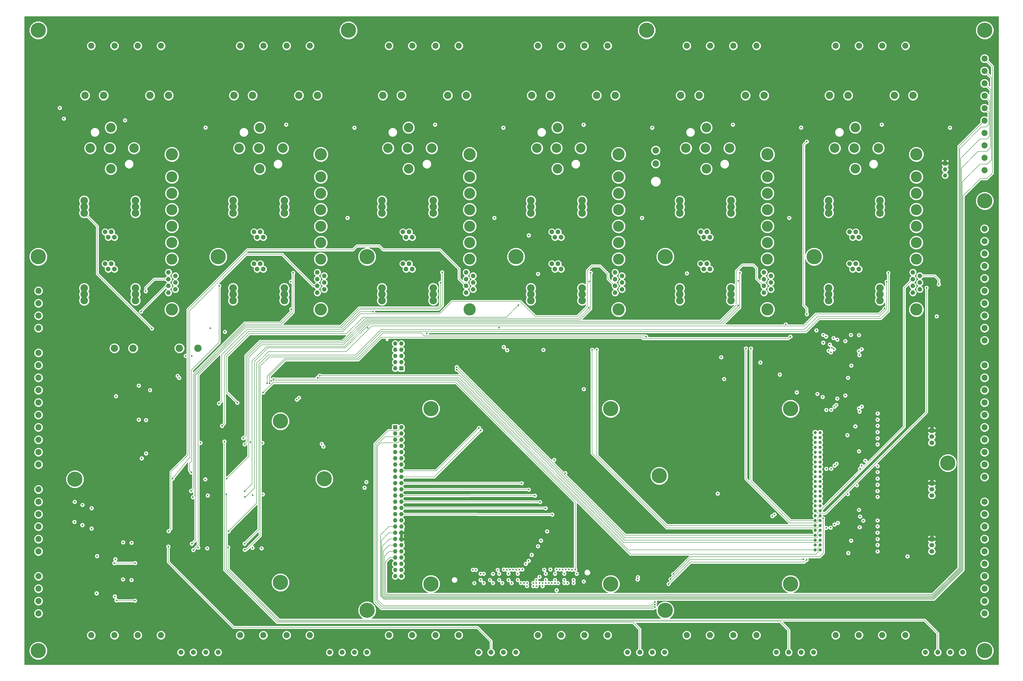
<source format=gbr>
G04 #@! TF.FileFunction,Copper,L3,Inr,Plane*
%FSLAX46Y46*%
G04 Gerber Fmt 4.6, Leading zero omitted, Abs format (unit mm)*
G04 Created by KiCad (PCBNEW 4.0.6) date 07/27/17 10:42:04*
%MOMM*%
%LPD*%
G01*
G04 APERTURE LIST*
%ADD10C,0.100000*%
%ADD11C,6.197600*%
%ADD12R,1.727200X1.727200*%
%ADD13O,1.727200X1.727200*%
%ADD14C,3.000000*%
%ADD15R,2.032000X1.727200*%
%ADD16O,2.032000X1.727200*%
%ADD17C,1.300000*%
%ADD18C,2.700000*%
%ADD19C,3.900000*%
%ADD20C,1.900000*%
%ADD21C,3.100000*%
%ADD22C,1.850000*%
%ADD23C,5.000000*%
%ADD24C,4.500000*%
%ADD25C,2.500000*%
%ADD26R,1.700000X1.700000*%
%ADD27O,1.700000X1.700000*%
%ADD28C,2.000000*%
%ADD29C,0.685800*%
%ADD30C,0.200000*%
%ADD31C,0.254000*%
G04 APERTURE END LIST*
D10*
D11*
X457403200Y-252095000D03*
X339293200Y-257302000D03*
X202133200Y-258572000D03*
X100025200Y-258699000D03*
X319410000Y-229870000D03*
X393040000Y-229870000D03*
X393040000Y-301600000D03*
X319410000Y-301600000D03*
X245770000Y-301600000D03*
X245770000Y-229870000D03*
X184150000Y-300990000D03*
X184150000Y-234950000D03*
D12*
X231140000Y-237490000D03*
D13*
X233680000Y-237490000D03*
X231140000Y-240030000D03*
X233680000Y-240030000D03*
X231140000Y-242570000D03*
X233680000Y-242570000D03*
X231140000Y-245110000D03*
X233680000Y-245110000D03*
X231140000Y-247650000D03*
X233680000Y-247650000D03*
X231140000Y-250190000D03*
X233680000Y-250190000D03*
X231140000Y-252730000D03*
X233680000Y-252730000D03*
X231140000Y-255270000D03*
X233680000Y-255270000D03*
X231140000Y-257810000D03*
X233680000Y-257810000D03*
X231140000Y-260350000D03*
X233680000Y-260350000D03*
X231140000Y-262890000D03*
X233680000Y-262890000D03*
X231140000Y-265430000D03*
X233680000Y-265430000D03*
X231140000Y-267970000D03*
X233680000Y-267970000D03*
X231140000Y-270510000D03*
X233680000Y-270510000D03*
X231140000Y-273050000D03*
X233680000Y-273050000D03*
X231140000Y-275590000D03*
X233680000Y-275590000D03*
X231140000Y-278130000D03*
X233680000Y-278130000D03*
X231140000Y-280670000D03*
X233680000Y-280670000D03*
X231140000Y-283210000D03*
X233680000Y-283210000D03*
X231140000Y-285750000D03*
X233680000Y-285750000D03*
X231140000Y-288290000D03*
X233680000Y-288290000D03*
X231140000Y-290830000D03*
X233680000Y-290830000D03*
X231140000Y-293370000D03*
X233680000Y-293370000D03*
X231140000Y-295910000D03*
X233680000Y-295910000D03*
X231140000Y-298450000D03*
X233680000Y-298450000D03*
D14*
X123825000Y-205105000D03*
X116205000Y-205105000D03*
X116205000Y-205105000D03*
X142795000Y-205105000D03*
X150415000Y-205105000D03*
D12*
X233680000Y-213360000D03*
D13*
X231140000Y-213360000D03*
X233680000Y-210820000D03*
X231140000Y-210820000D03*
X233680000Y-208280000D03*
X231140000Y-208280000D03*
X233680000Y-205740000D03*
X231140000Y-205740000D03*
X233680000Y-203200000D03*
X231140000Y-203200000D03*
D14*
X111760000Y-101600000D03*
X104140000Y-101600000D03*
X104140000Y-101600000D03*
X130730000Y-101600000D03*
X138350000Y-101600000D03*
X172720000Y-101600000D03*
X165100000Y-101600000D03*
X165100000Y-101600000D03*
X191690000Y-101600000D03*
X199310000Y-101600000D03*
X233680000Y-101600000D03*
X226060000Y-101600000D03*
X226060000Y-101600000D03*
X252650000Y-101600000D03*
X260270000Y-101600000D03*
X294640000Y-101600000D03*
X287020000Y-101600000D03*
X287020000Y-101600000D03*
X313610000Y-101600000D03*
X321230000Y-101600000D03*
X355600000Y-101600000D03*
X347980000Y-101600000D03*
X347980000Y-101600000D03*
X374570000Y-101600000D03*
X382190000Y-101600000D03*
X416560000Y-101600000D03*
X408940000Y-101600000D03*
X408940000Y-101600000D03*
X435530000Y-101600000D03*
X443150000Y-101600000D03*
D15*
X450850000Y-238760000D03*
D16*
X450850000Y-241300000D03*
X450850000Y-243840000D03*
D15*
X450850000Y-260350000D03*
D16*
X450850000Y-262890000D03*
X450850000Y-265430000D03*
D15*
X450850000Y-283210000D03*
D16*
X450850000Y-285750000D03*
X450850000Y-288290000D03*
D17*
X405130000Y-287655000D03*
X403130000Y-287655000D03*
X405130000Y-285655000D03*
X403130000Y-285655000D03*
X405130000Y-283655000D03*
X403130000Y-283655000D03*
X405130000Y-281655000D03*
X403130000Y-281655000D03*
X405130000Y-279655000D03*
X403130000Y-279655000D03*
X405130000Y-277655000D03*
X403130000Y-277655000D03*
X405130000Y-275655000D03*
X403130000Y-275655000D03*
X405130000Y-273655000D03*
X403130000Y-273655000D03*
X405130000Y-271655000D03*
X403130000Y-271655000D03*
X405130000Y-269655000D03*
X403130000Y-269655000D03*
X405130000Y-267655000D03*
X403130000Y-267655000D03*
X405130000Y-265655000D03*
X403130000Y-265655000D03*
X405130000Y-263655000D03*
X403130000Y-263655000D03*
X405130000Y-261655000D03*
X403130000Y-261655000D03*
X405130000Y-259655000D03*
X403130000Y-259655000D03*
X405130000Y-257655000D03*
X403130000Y-257655000D03*
X405130000Y-255655000D03*
X403130000Y-255655000D03*
X405130000Y-253655000D03*
X403130000Y-253655000D03*
X405130000Y-251655000D03*
X403130000Y-251655000D03*
X405130000Y-249655000D03*
X403130000Y-249655000D03*
X405130000Y-247655000D03*
X403130000Y-247655000D03*
X405130000Y-245655000D03*
X403130000Y-245655000D03*
X405130000Y-243655000D03*
X403130000Y-243655000D03*
X405130000Y-241655000D03*
X403130000Y-241655000D03*
X405130000Y-239655000D03*
X403130000Y-239655000D03*
D18*
X337820000Y-124040000D03*
X337820000Y-129540000D03*
D11*
X85039200Y-74930000D03*
X85039200Y-167640000D03*
X85039200Y-328930000D03*
X212039200Y-74930000D03*
X158699200Y-167640000D03*
X219659200Y-167640000D03*
X219659200Y-312420000D03*
X280619200Y-167640000D03*
X334086200Y-74930000D03*
X341706200Y-167640000D03*
X341706200Y-312420000D03*
X402666200Y-167640000D03*
X472516200Y-74930000D03*
X472516200Y-144780000D03*
X472516200Y-328930000D03*
D19*
X419506400Y-114757200D03*
X419506400Y-131648200D03*
X411099000Y-123190000D03*
X429006000Y-123190000D03*
X419100000Y-123190000D03*
X297586400Y-114757200D03*
X297586400Y-131648200D03*
X289179000Y-123190000D03*
X307086000Y-123190000D03*
X297180000Y-123190000D03*
X236626400Y-114757200D03*
X236626400Y-131648200D03*
X228219000Y-123190000D03*
X246126000Y-123190000D03*
X236220000Y-123190000D03*
X175666400Y-114757200D03*
X175666400Y-131648200D03*
X167259000Y-123190000D03*
X185166000Y-123190000D03*
X175260000Y-123190000D03*
X114706400Y-114757200D03*
X114706400Y-131648200D03*
X106299000Y-123190000D03*
X124206000Y-123190000D03*
X114300000Y-123190000D03*
X358546400Y-114757200D03*
X358546400Y-131648200D03*
X350139000Y-123190000D03*
X368046000Y-123190000D03*
X358140000Y-123190000D03*
D20*
X421005000Y-172720000D03*
X418465000Y-172720000D03*
X419735000Y-170520000D03*
X417195000Y-170520000D03*
D21*
X408600000Y-183030000D03*
X408600000Y-185570000D03*
X408600000Y-180490000D03*
X429600000Y-185570000D03*
X429600000Y-183030000D03*
X429600000Y-180490000D03*
D20*
X360045000Y-172720000D03*
X357505000Y-172720000D03*
X358775000Y-170520000D03*
X356235000Y-170520000D03*
D21*
X347640000Y-183030000D03*
X347640000Y-185570000D03*
X347640000Y-180490000D03*
X368640000Y-185570000D03*
X368640000Y-183030000D03*
X368640000Y-180490000D03*
D20*
X299085000Y-172720000D03*
X296545000Y-172720000D03*
X297815000Y-170520000D03*
X295275000Y-170520000D03*
D21*
X286680000Y-183030000D03*
X286680000Y-185570000D03*
X286680000Y-180490000D03*
X307680000Y-185570000D03*
X307680000Y-183030000D03*
X307680000Y-180490000D03*
D20*
X238125000Y-172720000D03*
X235585000Y-172720000D03*
X236855000Y-170520000D03*
X234315000Y-170520000D03*
D21*
X225720000Y-183030000D03*
X225720000Y-185570000D03*
X225720000Y-180490000D03*
X246720000Y-185570000D03*
X246720000Y-183030000D03*
X246720000Y-180490000D03*
D20*
X177165000Y-172720000D03*
X174625000Y-172720000D03*
X175895000Y-170520000D03*
X173355000Y-170520000D03*
D21*
X164760000Y-183030000D03*
X164760000Y-185570000D03*
X164760000Y-180490000D03*
X185760000Y-185570000D03*
X185760000Y-183030000D03*
X185760000Y-180490000D03*
D20*
X116205000Y-172720000D03*
X113665000Y-172720000D03*
X114935000Y-170520000D03*
X112395000Y-170520000D03*
D21*
X103800000Y-183030000D03*
X103800000Y-185570000D03*
X103800000Y-180490000D03*
X124800000Y-185570000D03*
X124800000Y-183030000D03*
X124800000Y-180490000D03*
D20*
X417195000Y-157480000D03*
X419735000Y-157480000D03*
X418465000Y-159680000D03*
X421005000Y-159680000D03*
D21*
X429600000Y-147170000D03*
X429600000Y-144630000D03*
X429600000Y-149710000D03*
X408600000Y-144630000D03*
X408600000Y-147170000D03*
X408600000Y-149710000D03*
D20*
X356235000Y-157480000D03*
X358775000Y-157480000D03*
X357505000Y-159680000D03*
X360045000Y-159680000D03*
D21*
X368640000Y-147170000D03*
X368640000Y-144630000D03*
X368640000Y-149710000D03*
X347640000Y-144630000D03*
X347640000Y-147170000D03*
X347640000Y-149710000D03*
D20*
X295275000Y-157480000D03*
X297815000Y-157480000D03*
X296545000Y-159680000D03*
X299085000Y-159680000D03*
D21*
X307680000Y-147170000D03*
X307680000Y-144630000D03*
X307680000Y-149710000D03*
X286680000Y-144630000D03*
X286680000Y-147170000D03*
X286680000Y-149710000D03*
D20*
X234315000Y-157480000D03*
X236855000Y-157480000D03*
X235585000Y-159680000D03*
X238125000Y-159680000D03*
D21*
X246720000Y-147170000D03*
X246720000Y-144630000D03*
X246720000Y-149710000D03*
X225720000Y-144630000D03*
X225720000Y-147170000D03*
X225720000Y-149710000D03*
D20*
X173355000Y-157480000D03*
X175895000Y-157480000D03*
X174625000Y-159680000D03*
X177165000Y-159680000D03*
D21*
X185760000Y-147170000D03*
X185760000Y-144630000D03*
X185760000Y-149710000D03*
X164760000Y-144630000D03*
X164760000Y-147170000D03*
X164760000Y-149710000D03*
D20*
X112395000Y-157480000D03*
X114935000Y-157480000D03*
X113665000Y-159680000D03*
X116205000Y-159680000D03*
D21*
X124800000Y-147170000D03*
X124800000Y-144630000D03*
X124800000Y-149710000D03*
X103800000Y-144630000D03*
X103800000Y-147170000D03*
X103800000Y-149710000D03*
D22*
X141120000Y-180980000D03*
X141120000Y-178210000D03*
X141120000Y-175440000D03*
X138280000Y-182350000D03*
X138280000Y-179580000D03*
X138280000Y-176810000D03*
X138280000Y-174040000D03*
D23*
X139700000Y-189230000D03*
X139700000Y-125730000D03*
D24*
X139700000Y-168600000D03*
X139700000Y-161870000D03*
X139700000Y-155140000D03*
X139700000Y-148410000D03*
X139700000Y-141680000D03*
X139700000Y-134950000D03*
D22*
X202080000Y-180980000D03*
X202080000Y-178210000D03*
X202080000Y-175440000D03*
X199240000Y-182350000D03*
X199240000Y-179580000D03*
X199240000Y-176810000D03*
X199240000Y-174040000D03*
D23*
X200660000Y-189230000D03*
X200660000Y-125730000D03*
D24*
X200660000Y-168600000D03*
X200660000Y-161870000D03*
X200660000Y-155140000D03*
X200660000Y-148410000D03*
X200660000Y-141680000D03*
X200660000Y-134950000D03*
D22*
X263040000Y-180980000D03*
X263040000Y-178210000D03*
X263040000Y-175440000D03*
X260200000Y-182350000D03*
X260200000Y-179580000D03*
X260200000Y-176810000D03*
X260200000Y-174040000D03*
D23*
X261620000Y-189230000D03*
X261620000Y-125730000D03*
D24*
X261620000Y-168600000D03*
X261620000Y-161870000D03*
X261620000Y-155140000D03*
X261620000Y-148410000D03*
X261620000Y-141680000D03*
X261620000Y-134950000D03*
D22*
X324000000Y-180980000D03*
X324000000Y-178210000D03*
X324000000Y-175440000D03*
X321160000Y-182350000D03*
X321160000Y-179580000D03*
X321160000Y-176810000D03*
X321160000Y-174040000D03*
D23*
X322580000Y-189230000D03*
X322580000Y-125730000D03*
D24*
X322580000Y-168600000D03*
X322580000Y-161870000D03*
X322580000Y-155140000D03*
X322580000Y-148410000D03*
X322580000Y-141680000D03*
X322580000Y-134950000D03*
D22*
X384960000Y-180980000D03*
X384960000Y-178210000D03*
X384960000Y-175440000D03*
X382120000Y-182350000D03*
X382120000Y-179580000D03*
X382120000Y-176810000D03*
X382120000Y-174040000D03*
D23*
X383540000Y-189230000D03*
X383540000Y-125730000D03*
D24*
X383540000Y-168600000D03*
X383540000Y-161870000D03*
X383540000Y-155140000D03*
X383540000Y-148410000D03*
X383540000Y-141680000D03*
X383540000Y-134950000D03*
D22*
X445920000Y-180980000D03*
X445920000Y-178210000D03*
X445920000Y-175440000D03*
X443080000Y-182350000D03*
X443080000Y-179580000D03*
X443080000Y-176810000D03*
X443080000Y-174040000D03*
D23*
X444500000Y-189230000D03*
X444500000Y-125730000D03*
D24*
X444500000Y-168600000D03*
X444500000Y-161870000D03*
X444500000Y-155140000D03*
X444500000Y-148410000D03*
X444500000Y-141680000D03*
X444500000Y-134950000D03*
D25*
X106680000Y-322580000D03*
X116200000Y-322580000D03*
X125720000Y-322580000D03*
X135240000Y-322580000D03*
X167640000Y-322580000D03*
X177160000Y-322580000D03*
X186680000Y-322580000D03*
X196200000Y-322580000D03*
X228600000Y-322580000D03*
X238120000Y-322580000D03*
X247640000Y-322580000D03*
X257160000Y-322580000D03*
X289560000Y-322580000D03*
X299080000Y-322580000D03*
X308600000Y-322580000D03*
X318120000Y-322580000D03*
X350520000Y-322580000D03*
X360040000Y-322580000D03*
X369560000Y-322580000D03*
X379080000Y-322580000D03*
X411480000Y-322580000D03*
X421000000Y-322580000D03*
X430520000Y-322580000D03*
X440040000Y-322580000D03*
X135255000Y-81280000D03*
X125735000Y-81280000D03*
X116215000Y-81280000D03*
X106695000Y-81280000D03*
X196215000Y-81280000D03*
X186695000Y-81280000D03*
X177175000Y-81280000D03*
X167655000Y-81280000D03*
X257175000Y-81280000D03*
X247655000Y-81280000D03*
X238135000Y-81280000D03*
X228615000Y-81280000D03*
X318135000Y-81280000D03*
X308615000Y-81280000D03*
X299095000Y-81280000D03*
X289575000Y-81280000D03*
X379095000Y-81280000D03*
X369575000Y-81280000D03*
X360055000Y-81280000D03*
X350535000Y-81280000D03*
X440055000Y-81280000D03*
X430535000Y-81280000D03*
X421015000Y-81280000D03*
X411495000Y-81280000D03*
X85090000Y-298450000D03*
X85090000Y-303530000D03*
X85090000Y-308610000D03*
X85090000Y-313690000D03*
X85090000Y-181610000D03*
X85090000Y-186690000D03*
X85090000Y-191770000D03*
X85090000Y-196850000D03*
X85090000Y-207010000D03*
X85090000Y-212090000D03*
X85090000Y-217170000D03*
X85090000Y-222250000D03*
X85090000Y-227330000D03*
X85090000Y-232410000D03*
X85090000Y-237490000D03*
X85090000Y-242570000D03*
X85090000Y-247650000D03*
X85090000Y-252730000D03*
X472440000Y-313690000D03*
X472440000Y-308610000D03*
X472440000Y-303530000D03*
X472440000Y-298450000D03*
X472440000Y-293370000D03*
X472440000Y-288290000D03*
X472440000Y-283210000D03*
X472440000Y-278130000D03*
X472440000Y-273050000D03*
X472440000Y-267970000D03*
X472440000Y-257810000D03*
X472440000Y-252730000D03*
X472440000Y-247650000D03*
X472440000Y-242570000D03*
X472440000Y-237490000D03*
X472440000Y-232410000D03*
X472440000Y-227330000D03*
X472440000Y-222250000D03*
X472440000Y-217170000D03*
X472440000Y-212090000D03*
X472440000Y-201930000D03*
X472440000Y-196850000D03*
X472440000Y-191770000D03*
X472440000Y-186690000D03*
X472440000Y-181610000D03*
X472440000Y-176530000D03*
X472440000Y-171450000D03*
X472440000Y-166370000D03*
X472440000Y-161290000D03*
X472440000Y-156210000D03*
X85090000Y-262890000D03*
X85090000Y-267970000D03*
X85090000Y-273050000D03*
X85090000Y-278130000D03*
X85090000Y-283210000D03*
X85090000Y-288290000D03*
X472440000Y-132209000D03*
X472440000Y-127129000D03*
X472440000Y-122049000D03*
X472440000Y-116969000D03*
X472440000Y-111889000D03*
X472440000Y-106809000D03*
X472440000Y-101729000D03*
X472440000Y-96649000D03*
X472440000Y-91569000D03*
X472440000Y-86489000D03*
D26*
X456298200Y-129309000D03*
D27*
X456298200Y-131849000D03*
X456298200Y-134389000D03*
D28*
X158638200Y-329609000D03*
X153558200Y-329609000D03*
X143398200Y-329609000D03*
X148478200Y-329609000D03*
X219538200Y-329609000D03*
X214458200Y-329609000D03*
X204298200Y-329609000D03*
X209378200Y-329609000D03*
X280538200Y-329609000D03*
X275458200Y-329609000D03*
X265298200Y-329609000D03*
X270378200Y-329609000D03*
X341438200Y-329609000D03*
X336358200Y-329609000D03*
X326198200Y-329609000D03*
X331278200Y-329609000D03*
X402438200Y-329609000D03*
X397358200Y-329609000D03*
X387198200Y-329609000D03*
X392278200Y-329609000D03*
X463438200Y-329609000D03*
X458358200Y-329609000D03*
X448198200Y-329609000D03*
X453278200Y-329609000D03*
D29*
X417722000Y-199625000D03*
X406400000Y-199644000D03*
X120497600Y-111760000D03*
X93802200Y-106680000D03*
X153490000Y-114757200D03*
X186512200Y-113538000D03*
X214450000Y-114782600D03*
X247472200Y-113538000D03*
X275410000Y-114782600D03*
X308279800Y-113588800D03*
X336370000Y-114805800D03*
X369392200Y-113538000D03*
X458290000Y-114805800D03*
X430352200Y-113538000D03*
X397330000Y-114757200D03*
X421030400Y-199720200D03*
X420954200Y-206273400D03*
X417855400Y-212166200D03*
X416534600Y-217170000D03*
X420979600Y-229743000D03*
X419531800Y-237083600D03*
X416255200Y-240665000D03*
X423595800Y-251129800D03*
X420116000Y-261213600D03*
X416433000Y-264795000D03*
X421477800Y-273980000D03*
X440870000Y-290294400D03*
X417830000Y-283870400D03*
X416636200Y-288925000D03*
X350545400Y-174421800D03*
X289610800Y-174650400D03*
X292125000Y-295732600D03*
X299745000Y-295732600D03*
X303555000Y-295783400D03*
X308329200Y-300585000D03*
X305460400Y-297408600D03*
X304190400Y-299948600D03*
X300380400Y-299948600D03*
X300380400Y-297408600D03*
X296570400Y-297408600D03*
X296570400Y-299949600D03*
X300355000Y-301218600D03*
X304165000Y-301218600D03*
X297230800Y-304165000D03*
X288975800Y-302488600D03*
X292811200Y-299897800D03*
X292760400Y-297408600D03*
X290220400Y-298678600D03*
X288925000Y-301193200D03*
X285115000Y-302463200D03*
X284581600Y-293370000D03*
X280695000Y-295783400D03*
X276885000Y-295783000D03*
X277520400Y-297408600D03*
X281305000Y-297434000D03*
X282576000Y-301244000D03*
X281330400Y-299949600D03*
X278790400Y-301219600D03*
X277521400Y-299948600D03*
X274980400Y-301219600D03*
X273685000Y-299975000D03*
X271170400Y-301219600D03*
X269888200Y-299961800D03*
X267360400Y-301219600D03*
X266090400Y-299949600D03*
X263525000Y-301245000D03*
X273708600Y-297408600D03*
X271170400Y-297434000D03*
X273075400Y-295833800D03*
X267360400Y-297409600D03*
X266090400Y-297409600D03*
X264185400Y-295833800D03*
X262915400Y-295808400D03*
X172720000Y-286791400D03*
X172770800Y-265201400D03*
X171881800Y-243586000D03*
X151434800Y-243840000D03*
X153365200Y-258749800D03*
X150495000Y-286715200D03*
X108889800Y-305435000D03*
X123190000Y-299974000D03*
X119684800Y-299720000D03*
X123190000Y-284734000D03*
X119735600Y-284530800D03*
X109067600Y-290195000D03*
X103047800Y-277495000D03*
X103073200Y-269240000D03*
X127355600Y-250164600D03*
X126161800Y-234340400D03*
X126161800Y-220395800D03*
X407543000Y-200279000D03*
X410591000Y-200914000D03*
X412141000Y-201575000D03*
X415417000Y-202184000D03*
X406400000Y-202819000D03*
X419555800Y-210590000D03*
X417855400Y-229412800D03*
X417830000Y-232638600D03*
X420949000Y-251150000D03*
X415798000Y-256616200D03*
X420700200Y-275310600D03*
X419836600Y-282346400D03*
X271805000Y-295834200D03*
X270535000Y-295783400D03*
X269265000Y-295783400D03*
X116509800Y-299720000D03*
X116560600Y-284480000D03*
X267995000Y-295783400D03*
X409067000Y-203581000D03*
X409981400Y-204927200D03*
X285140400Y-301193200D03*
X422097200Y-205486000D03*
X422148000Y-228981000D03*
X422122600Y-253111000D03*
X422783000Y-275691600D03*
X283857700Y-301231300D03*
X410997400Y-228981000D03*
X411048200Y-253111000D03*
X410997400Y-277241000D03*
X410743400Y-205486000D03*
X295275000Y-301218600D03*
X408609800Y-206121000D03*
X287706300Y-302463700D03*
X421208200Y-207924400D03*
X411683200Y-228320600D03*
X409625800Y-230301800D03*
X409625800Y-254431800D03*
X409422600Y-278536400D03*
X409524200Y-206781400D03*
X291490400Y-301218600D03*
X403593300Y-197751700D03*
X395554200Y-223139000D03*
X308356000Y-221818200D03*
X403991000Y-223770000D03*
X365810800Y-217703400D03*
X415391600Y-224420000D03*
X406146000Y-225044000D03*
X116586000Y-291465000D03*
X412140400Y-225704400D03*
X116332000Y-306705000D03*
X428675800Y-231800400D03*
X428625000Y-234315000D03*
X407644600Y-230352600D03*
X407644600Y-254457200D03*
X407644600Y-278612600D03*
X287680400Y-301193200D03*
X421259000Y-231013000D03*
X411810200Y-252425200D03*
X428625000Y-236855000D03*
X421017700Y-247256300D03*
X428599600Y-239395000D03*
X428625000Y-241935000D03*
X428625000Y-244475000D03*
X428625000Y-253365000D03*
X428625000Y-255778000D03*
X428625000Y-258445000D03*
X428599600Y-260985000D03*
X421436800Y-254457200D03*
X412394400Y-276580000D03*
X428586900Y-263563100D03*
X421005000Y-271272000D03*
X428625000Y-265938000D03*
X428599600Y-275590000D03*
X428625000Y-278003000D03*
X428586900Y-280581100D03*
X428625000Y-283210000D03*
X428625000Y-285623000D03*
X428625000Y-288290000D03*
X421309800Y-278384000D03*
X291465000Y-302514000D03*
X124663200Y-293065200D03*
X116113200Y-293075000D03*
X124587000Y-308432200D03*
X116976800Y-308315000D03*
X145364200Y-208203800D03*
X142048200Y-216399000D03*
X147802600Y-208203800D03*
X142668200Y-217259000D03*
X392455400Y-151714200D03*
X332155800Y-151739600D03*
X211607400Y-151688800D03*
X271754600Y-151688800D03*
X127076200Y-190093600D03*
X139979400Y-258445000D03*
X138353800Y-280009600D03*
X160274000Y-236880400D03*
X162128200Y-258445000D03*
X162890200Y-280060400D03*
X431546000Y-188798200D03*
X116789200Y-224739200D03*
X343038200Y-301599000D03*
X337508200Y-311059000D03*
X399592800Y-291719000D03*
X343868200Y-299589000D03*
X337488200Y-310009000D03*
X398246600Y-291490400D03*
X344988200Y-297519000D03*
X337488200Y-308959000D03*
X406298400Y-274624800D03*
X191719200Y-225399600D03*
X190881000Y-226136200D03*
X201752200Y-245364000D03*
X201041000Y-244246400D03*
X219328200Y-259839000D03*
X265455400Y-237718600D03*
X218598200Y-262189000D03*
X266217400Y-238734600D03*
X330498200Y-298789000D03*
X296238200Y-250789000D03*
X282956000Y-260350000D03*
X330378200Y-299759000D03*
X300768200Y-256229000D03*
X285800800Y-262966200D03*
X385568200Y-273789000D03*
X380658200Y-210939000D03*
X288315324Y-265455476D03*
X386468200Y-273109000D03*
X388588200Y-215859000D03*
X290474400Y-268046200D03*
X452828200Y-192029000D03*
X292709600Y-270611600D03*
X453690602Y-178981402D03*
X295452800Y-273177000D03*
X294055800Y-301193200D03*
X292785800Y-301193200D03*
X290233100Y-301205900D03*
X288925000Y-299948600D03*
X180340000Y-218440000D03*
X128981200Y-181762400D03*
X199364600Y-217093800D03*
X147574000Y-263525000D03*
X188569600Y-189077600D03*
X188417200Y-177825400D03*
X138252200Y-286283400D03*
X249682000Y-178308000D03*
X147878800Y-285140400D03*
X256311400Y-213791800D03*
X161213800Y-243281200D03*
X310540400Y-177800000D03*
X310438800Y-188518800D03*
X311759600Y-205714600D03*
X168910000Y-241935000D03*
X162001200Y-264896600D03*
X374726200Y-205181200D03*
X371602000Y-177520600D03*
X371627400Y-187553600D03*
X169519600Y-263601200D03*
X162763200Y-286588200D03*
X432333400Y-177876200D03*
X169468800Y-285115000D03*
X293370000Y-280060400D03*
X155422600Y-196900800D03*
X281965000Y-295681000D03*
X161417000Y-198374000D03*
X304850800Y-295706800D03*
X177063400Y-223240600D03*
X301650400Y-301218600D03*
X130759200Y-222224600D03*
X297840400Y-301244000D03*
X129108200Y-234492800D03*
X296570400Y-301218600D03*
X129133600Y-248132600D03*
X363194600Y-264617200D03*
X95453200Y-111074200D03*
X181279800Y-217728800D03*
X302260000Y-295656000D03*
X154381200Y-265379200D03*
X279425400Y-295732200D03*
X244119400Y-199009000D03*
X219913200Y-196723000D03*
X290830000Y-283845000D03*
X200202800Y-216306400D03*
X300990000Y-295656000D03*
X154178000Y-287020000D03*
X276949708Y-205880227D03*
X278155400Y-295732200D03*
X273685000Y-196672200D03*
X289585400Y-286156400D03*
X256311400Y-212801200D03*
X298475000Y-295681400D03*
X176707800Y-243865400D03*
X275590000Y-204597000D03*
X275615000Y-295681000D03*
X291795200Y-205765400D03*
X287020000Y-289687000D03*
X313690000Y-205689200D03*
X297180000Y-295656000D03*
X176911000Y-264896600D03*
X399669000Y-191135000D03*
X399643600Y-120472200D03*
X364591600Y-208788000D03*
X285775000Y-292125400D03*
X376783600Y-205206600D03*
X294665000Y-295681000D03*
X176403000Y-287020000D03*
X391033000Y-195326000D03*
X283210000Y-295656000D03*
X448716400Y-180365400D03*
X99898200Y-267970000D03*
X106840000Y-270560800D03*
X99822000Y-276199600D03*
X106832400Y-278917400D03*
X189357000Y-174218600D03*
X148285200Y-266065000D03*
X250342400Y-174015400D03*
X148488400Y-287731200D03*
X311175400Y-174167800D03*
X169494200Y-244398800D03*
X372249700Y-174180500D03*
X169595800Y-266014200D03*
X433044600Y-174244000D03*
X169519600Y-287578800D03*
X131521200Y-197027800D03*
X147650200Y-255905000D03*
X159080200Y-179578000D03*
X222046800Y-190093600D03*
X158953200Y-227711000D03*
X166471600Y-227380800D03*
X281635200Y-187452000D03*
X333883000Y-200355200D03*
X178765200Y-219456000D03*
X392963400Y-200329800D03*
X179755800Y-219430600D03*
X285826200Y-158877000D03*
D30*
X227812600Y-201498200D02*
X227812600Y-201549000D01*
X419555800Y-210590000D02*
X419557200Y-210591400D01*
X417855400Y-232562400D02*
X417855400Y-232613200D01*
X417855400Y-232613200D02*
X417830000Y-232638600D01*
X271805000Y-295834200D02*
X271805400Y-295833800D01*
X270535000Y-295783400D02*
X270535400Y-295783000D01*
X269265000Y-295783400D02*
X269265400Y-295783000D01*
X116560600Y-284480000D02*
X116611400Y-284480000D01*
X267995000Y-295783400D02*
X267995400Y-295783000D01*
X270535400Y-295783000D02*
X270535400Y-295732200D01*
X269265400Y-295783000D02*
X269265400Y-295757600D01*
X417855400Y-232562400D02*
X417855400Y-229412800D01*
X116154200Y-293065200D02*
X124663200Y-293065200D01*
X116123000Y-293065200D02*
X116113200Y-293075000D01*
X116154200Y-293065200D02*
X116123000Y-293065200D01*
X117094000Y-308432200D02*
X124587000Y-308432200D01*
X116992400Y-308330600D02*
X117094000Y-308432200D01*
X116976800Y-308315000D02*
X116992400Y-308330600D01*
X127025400Y-190017400D02*
X127025400Y-190042800D01*
X127025400Y-190042800D02*
X127076200Y-190093600D01*
X127025400Y-190017400D02*
X137462800Y-179580000D01*
X137462800Y-179580000D02*
X138280000Y-179580000D01*
X139979400Y-258445000D02*
X140030200Y-258394200D01*
X197741000Y-179580000D02*
X199240000Y-179580000D01*
X140030200Y-258394200D02*
X146964400Y-249834400D01*
X146964400Y-249834400D02*
X146964400Y-189788800D01*
X146964400Y-189788800D02*
X170129200Y-166624000D01*
X170129200Y-166624000D02*
X184785000Y-166624000D01*
X184785000Y-166624000D02*
X197741000Y-179580000D01*
X212928200Y-164795200D02*
X213868000Y-164795200D01*
X224612200Y-163195000D02*
X226212400Y-164795200D01*
X215468200Y-163195000D02*
X224612200Y-163195000D01*
X213868000Y-164795200D02*
X215468200Y-163195000D01*
X169354500Y-166052500D02*
X170611800Y-164795200D01*
X257276600Y-176656600D02*
X260200000Y-179580000D01*
X257276600Y-172567600D02*
X257276600Y-176656600D01*
X249504200Y-164795200D02*
X257276600Y-172567600D01*
X226212400Y-164795200D02*
X249504200Y-164795200D01*
X170611800Y-164795200D02*
X212928200Y-164795200D01*
X146304000Y-189103000D02*
X169354500Y-166052500D01*
X169354500Y-166052500D02*
X169621200Y-165785800D01*
X146304000Y-248793000D02*
X146304000Y-189103000D01*
X139319000Y-255778000D02*
X146304000Y-248793000D01*
X139319000Y-279044400D02*
X139319000Y-255778000D01*
X138353800Y-280009600D02*
X139319000Y-279044400D01*
X309499000Y-188315600D02*
X309803800Y-188010800D01*
X306908200Y-190906400D02*
X309499000Y-188315600D01*
X290906200Y-192151000D02*
X305638200Y-192151000D01*
X216992200Y-191008000D02*
X249377200Y-191008000D01*
X305638200Y-192151000D02*
X306908200Y-190881000D01*
X306908200Y-190881000D02*
X306908200Y-190906400D01*
X215658700Y-192341500D02*
X216992200Y-191008000D01*
X254457200Y-185928000D02*
X282397200Y-185928000D01*
X282397200Y-185928000D02*
X288620200Y-192151000D01*
X288620200Y-192151000D02*
X290906200Y-192151000D01*
X249377200Y-191008000D02*
X254457200Y-185928000D01*
X318287400Y-176707400D02*
X321160000Y-179580000D01*
X318287400Y-174675800D02*
X318287400Y-176707400D01*
X314985400Y-171373800D02*
X318287400Y-174675800D01*
X311708800Y-171373800D02*
X314985400Y-171373800D01*
X309803800Y-173278800D02*
X311708800Y-171373800D01*
X309803800Y-188010800D02*
X309803800Y-173278800D01*
X209753200Y-198247000D02*
X215658700Y-192341500D01*
X215658700Y-192341500D02*
X215671400Y-192328800D01*
X171069000Y-198247000D02*
X209753200Y-198247000D01*
X161213800Y-208102200D02*
X171069000Y-198247000D01*
X161213800Y-235940600D02*
X161213800Y-208102200D01*
X160274000Y-236880400D02*
X161213800Y-235940600D01*
X162128200Y-258445000D02*
X162153600Y-258470400D01*
X369951000Y-188315600D02*
X370789200Y-187477400D01*
X379095000Y-176555000D02*
X382120000Y-179580000D01*
X379095000Y-172339000D02*
X379095000Y-176555000D01*
X377748800Y-170992800D02*
X379095000Y-172339000D01*
X373278400Y-170992800D02*
X377748800Y-170992800D01*
X370789200Y-173482000D02*
X373278400Y-170992800D01*
X370789200Y-187477400D02*
X370789200Y-173482000D01*
X364261400Y-194005200D02*
X369951000Y-188315600D01*
X162153600Y-258470400D02*
X171196000Y-249428000D01*
X171196000Y-249428000D02*
X171196000Y-208915000D01*
X171196000Y-208915000D02*
X176428400Y-203682600D01*
X176428400Y-203682600D02*
X210007200Y-203682600D01*
X210007200Y-203682600D02*
X219684600Y-194005200D01*
X219684600Y-194005200D02*
X364261400Y-194005200D01*
X369951000Y-188315600D02*
X370001800Y-188264800D01*
X429082200Y-191084200D02*
X429260000Y-191084200D01*
X427888400Y-191084200D02*
X429031400Y-191084200D01*
X403402800Y-191084200D02*
X427888400Y-191084200D01*
X398526000Y-195961000D02*
X403402800Y-191084200D01*
X221564200Y-195961000D02*
X398526000Y-195961000D01*
X211099400Y-206425800D02*
X221564200Y-195961000D01*
X179222400Y-206425800D02*
X211099400Y-206425800D01*
X174447200Y-211201000D02*
X179222400Y-206425800D01*
X174447200Y-268503400D02*
X174447200Y-211201000D01*
X162890200Y-280060400D02*
X174447200Y-268503400D01*
X429031400Y-191084200D02*
X429082200Y-191084200D01*
X429260000Y-191084200D02*
X431546000Y-188798200D01*
X333019400Y-311607200D02*
X336960000Y-311607200D01*
X233680000Y-237490000D02*
X232384600Y-238785400D01*
X225425000Y-311607200D02*
X333019400Y-311607200D01*
X222834200Y-309016400D02*
X225425000Y-311607200D01*
X222834200Y-244246400D02*
X222834200Y-309016400D01*
X228295200Y-238785400D02*
X222834200Y-244246400D01*
X232384600Y-238785400D02*
X228295200Y-238785400D01*
X343032900Y-301593700D02*
X342963500Y-301663100D01*
X343038200Y-301599000D02*
X343032900Y-301593700D01*
X336960000Y-311607200D02*
X337508200Y-311059000D01*
X342963500Y-301663100D02*
X342974100Y-301663100D01*
X342974100Y-301663100D02*
X343068200Y-301569000D01*
X343068200Y-301569000D02*
X343068200Y-301558400D01*
X398551400Y-292658800D02*
X398653000Y-292658800D01*
X351967800Y-292658800D02*
X398551400Y-292658800D01*
X351967800Y-292658800D02*
X343068200Y-301558400D01*
X343068200Y-301558400D02*
X342963500Y-301663100D01*
X398653000Y-292658800D02*
X399592800Y-291719000D01*
X342963500Y-301663100D02*
X342976200Y-301650400D01*
X332384400Y-311048400D02*
X336448800Y-311048400D01*
X233680000Y-240030000D02*
X232384600Y-241325400D01*
X225882200Y-311048400D02*
X332384400Y-311048400D01*
X223418400Y-308584600D02*
X225882200Y-311048400D01*
X223418400Y-244779800D02*
X223418400Y-308584600D01*
X226872800Y-241325400D02*
X223418400Y-244779800D01*
X228168200Y-241325400D02*
X226872800Y-241325400D01*
X232384600Y-241325400D02*
X228168200Y-241325400D01*
X343868630Y-299589430D02*
X343827072Y-299630988D01*
X343868200Y-299589000D02*
X343868630Y-299589430D01*
X336448800Y-311048400D02*
X337488200Y-310009000D01*
X397865600Y-291515800D02*
X398221200Y-291515800D01*
X351942260Y-291515800D02*
X397865600Y-291515800D01*
X351942260Y-291515800D02*
X343827072Y-299630988D01*
X398221200Y-291515800D02*
X398246600Y-291490400D01*
X343827072Y-299630988D02*
X343890600Y-299567600D01*
X332048200Y-310464200D02*
X335983000Y-310464200D01*
X344993800Y-297524600D02*
X344944700Y-297573700D01*
X344988200Y-297519000D02*
X344993800Y-297524600D01*
X335983000Y-310464200D02*
X337488200Y-308959000D01*
X406400000Y-274624800D02*
X406298400Y-274624800D01*
X344944700Y-297573700D02*
X352069400Y-290449000D01*
X352069400Y-290449000D02*
X404977600Y-290449000D01*
X404977600Y-290449000D02*
X406400000Y-289026600D01*
X406400000Y-289026600D02*
X406400000Y-274624800D01*
X344944700Y-297573700D02*
X345008200Y-297510200D01*
X226339400Y-310464200D02*
X332048200Y-310464200D01*
X332048200Y-310464200D02*
X332054200Y-310464200D01*
X223901000Y-308025800D02*
X226339400Y-310464200D01*
X223901000Y-245211600D02*
X223901000Y-308025800D01*
X225323400Y-243789200D02*
X223901000Y-245211600D01*
X232283000Y-243789200D02*
X225323400Y-243789200D01*
X233502200Y-242570000D02*
X232283000Y-243789200D01*
X233680000Y-242570000D02*
X233502200Y-242570000D01*
X265455400Y-237718600D02*
X247904000Y-255270000D01*
X233680000Y-255270000D02*
X247904000Y-255270000D01*
X233680000Y-257810000D02*
X247142000Y-257810000D01*
X266217400Y-238734600D02*
X247142000Y-257810000D01*
X233680000Y-260350000D02*
X282600400Y-260350000D01*
X282600400Y-260350000D02*
X282956000Y-260350000D01*
X285800800Y-262966200D02*
X285724600Y-262890000D01*
X285724600Y-262890000D02*
X233680000Y-262890000D01*
X288290000Y-265455400D02*
X288315248Y-265455400D01*
X288315248Y-265455400D02*
X288315324Y-265455476D01*
X288163000Y-265328400D02*
X233680000Y-265430000D01*
X288290000Y-265455400D02*
X288163000Y-265328400D01*
X290423600Y-267995400D02*
X290474400Y-268046200D01*
X290474400Y-268046200D02*
X290423600Y-267995400D01*
X290423600Y-267995400D02*
X290398200Y-267970000D01*
X233680000Y-267970000D02*
X290398200Y-267970000D01*
X292709600Y-270611600D02*
X292608000Y-270510000D01*
X233680000Y-270510000D02*
X292608000Y-270510000D01*
X452069200Y-175440000D02*
X445920000Y-175440000D01*
X453688200Y-177059000D02*
X452069200Y-175440000D01*
X453688200Y-178979000D02*
X453688200Y-177059000D01*
X453690602Y-178981402D02*
X453688200Y-178979000D01*
X295452800Y-273177000D02*
X295402000Y-273126200D01*
X233680000Y-273050000D02*
X295402000Y-273126200D01*
X180340000Y-218440000D02*
X256489200Y-218440000D01*
X256489200Y-218440000D02*
X327456800Y-289407600D01*
X327456800Y-289407600D02*
X403479000Y-289407600D01*
X403479000Y-289407600D02*
X404164800Y-288721800D01*
X404164800Y-288721800D02*
X404164800Y-286620200D01*
X405130000Y-285655000D02*
X404164800Y-286620200D01*
X132460400Y-176810000D02*
X138280000Y-176810000D01*
X128981200Y-180289200D02*
X132460400Y-176810000D01*
X128981200Y-181762400D02*
X128981200Y-180289200D01*
X199364600Y-217093800D02*
X257225800Y-217093800D01*
X257225800Y-217093800D02*
X324764400Y-284632400D01*
X324764400Y-284632400D02*
X404152600Y-284632400D01*
X405130000Y-283655000D02*
X404152600Y-284632400D01*
X188595000Y-190119000D02*
X188595000Y-189103000D01*
X183997600Y-194716400D02*
X188595000Y-190119000D01*
X169570400Y-194716400D02*
X183997600Y-194716400D01*
X148539200Y-215747600D02*
X169570400Y-194716400D01*
X148539200Y-262559800D02*
X148539200Y-215747600D01*
X147574000Y-263525000D02*
X148539200Y-262559800D01*
X188595000Y-189103000D02*
X188569600Y-189077600D01*
X264795000Y-319379600D02*
X270378200Y-324962800D01*
X138252200Y-292658800D02*
X138252200Y-286283400D01*
X164973000Y-319379600D02*
X138252200Y-292658800D01*
X264795000Y-319379600D02*
X164973000Y-319379600D01*
X270378200Y-324962800D02*
X270378200Y-329609000D01*
X249656600Y-178333400D02*
X249682000Y-178308000D01*
X216357200Y-188595000D02*
X208864200Y-196088000D01*
X147878800Y-285140400D02*
X149479000Y-283540200D01*
X149479000Y-283540200D02*
X149479000Y-216179400D01*
X149479000Y-216179400D02*
X169570400Y-196088000D01*
X169570400Y-196088000D02*
X208864200Y-196088000D01*
X216357200Y-188595000D02*
X248691400Y-188595000D01*
X248691400Y-188595000D02*
X249656600Y-187629800D01*
X249656600Y-187629800D02*
X249656600Y-182321200D01*
X249656600Y-182321200D02*
X249656600Y-178333400D01*
X259359400Y-216814400D02*
X256336800Y-213791800D01*
X256336800Y-213791800D02*
X256311400Y-213791800D01*
X323164200Y-280619200D02*
X325170800Y-282625800D01*
X259334000Y-216789000D02*
X259359400Y-216814400D01*
X259359400Y-216814400D02*
X323164200Y-280619200D01*
X404114000Y-280671000D02*
X405130000Y-279655000D01*
X404114000Y-282321000D02*
X404114000Y-280671000D01*
X403809200Y-282625800D02*
X404114000Y-282321000D01*
X325170800Y-282625800D02*
X403809200Y-282625800D01*
X331278200Y-329609000D02*
X331278200Y-320079000D01*
X331278200Y-320079000D02*
X328521400Y-317322200D01*
X161213800Y-243281200D02*
X161239200Y-243306600D01*
X161239200Y-295732200D02*
X161239200Y-243306600D01*
X182829200Y-317322200D02*
X161239200Y-295732200D01*
X328521400Y-317322200D02*
X182829200Y-317322200D01*
X310426100Y-188683900D02*
X310426100Y-188531500D01*
X310426100Y-188531500D02*
X310438800Y-188518800D01*
X311759600Y-248132600D02*
X325945500Y-262318500D01*
X311759600Y-248132600D02*
X311759600Y-205714600D01*
X168910000Y-241935000D02*
X168960800Y-241884200D01*
X209556398Y-202260200D02*
X218928998Y-192887600D01*
X168960800Y-241884200D02*
X170027600Y-240817400D01*
X170027600Y-240817400D02*
X170027600Y-208026000D01*
X170027600Y-208026000D02*
X175793400Y-202260200D01*
X175793400Y-202260200D02*
X209556398Y-202260200D01*
X306222400Y-192887600D02*
X310426100Y-188683900D01*
X310426100Y-188683900D02*
X310464200Y-188645800D01*
X218928998Y-192887600D02*
X306222400Y-192887600D01*
X404121600Y-278663400D02*
X405130000Y-277655000D01*
X325945500Y-262318500D02*
X342290400Y-278663400D01*
X342290400Y-278663400D02*
X404121600Y-278663400D01*
X325907400Y-262280400D02*
X325945500Y-262318500D01*
X392278200Y-329609000D02*
X392278200Y-320419000D01*
X392278200Y-320419000D02*
X388749600Y-316890400D01*
X162001200Y-295579800D02*
X162001200Y-264896600D01*
X183311800Y-316890400D02*
X162001200Y-295579800D01*
X388749600Y-316890400D02*
X183311800Y-316890400D01*
X374726200Y-258597400D02*
X374726200Y-205181200D01*
X404164800Y-274620200D02*
X405130000Y-273655000D01*
X404164800Y-276174200D02*
X404164800Y-274620200D01*
X403682200Y-276656800D02*
X404164800Y-276174200D01*
X392785600Y-276656800D02*
X403682200Y-276656800D01*
X386867400Y-270738600D02*
X392785600Y-276656800D01*
X386867400Y-270738600D02*
X374726200Y-258597400D01*
X371462300Y-188074300D02*
X371627400Y-187909200D01*
X371627400Y-187909200D02*
X371627400Y-187553600D01*
X175742600Y-207137000D02*
X172567600Y-210312000D01*
X172567600Y-260553200D02*
X172567600Y-210312000D01*
X169519600Y-263601200D02*
X172567600Y-260553200D01*
X225958400Y-194564000D02*
X220243400Y-194564000D01*
X364972600Y-194564000D02*
X225958400Y-194564000D01*
X371500400Y-188036200D02*
X371462300Y-188074300D01*
X371462300Y-188074300D02*
X364972600Y-194564000D01*
X178460400Y-204419200D02*
X175742600Y-207137000D01*
X210388200Y-204419200D02*
X178460400Y-204419200D01*
X220243400Y-194564000D02*
X210388200Y-204419200D01*
X175742600Y-207137000D02*
X176276000Y-206603600D01*
X453278200Y-329609000D02*
X453278200Y-321833200D01*
X447852800Y-316407800D02*
X183565800Y-316407800D01*
X183565800Y-316407800D02*
X162763200Y-295605200D01*
X162763200Y-295605200D02*
X162763200Y-286588200D01*
X453278200Y-321833200D02*
X447852800Y-316407800D01*
X432308000Y-183032400D02*
X432308000Y-177901600D01*
X279476200Y-197485000D02*
X398653000Y-197485000D01*
X398653000Y-197485000D02*
X404088600Y-192049400D01*
X404088600Y-192049400D02*
X429361600Y-192049400D01*
X429361600Y-192049400D02*
X432308000Y-189103000D01*
X432308000Y-189103000D02*
X432308000Y-183032400D01*
X432308000Y-177901600D02*
X432333400Y-177876200D01*
X169468800Y-285115000D02*
X169494200Y-285140400D01*
X443080000Y-176810000D02*
X439547000Y-180343000D01*
X439547000Y-237238000D02*
X405130000Y-271655000D01*
X439547000Y-180343000D02*
X439547000Y-237238000D01*
X214884000Y-207924400D02*
X225323400Y-197485000D01*
X169494200Y-285140400D02*
X175361600Y-279273000D01*
X175361600Y-279273000D02*
X175361600Y-211607400D01*
X175361600Y-211607400D02*
X179044600Y-207924400D01*
X179044600Y-207924400D02*
X214884000Y-207924400D01*
X279476200Y-197485000D02*
X225323400Y-197485000D01*
X279476200Y-197485000D02*
X279476200Y-197485000D01*
X304850800Y-295681400D02*
X304850800Y-295706800D01*
X304850800Y-295681400D02*
X304850800Y-268020800D01*
X304850800Y-268020800D02*
X255981200Y-219151200D01*
X255981200Y-219151200D02*
X181152800Y-219151200D01*
X181152800Y-219151200D02*
X177063400Y-223240600D01*
X181279800Y-217728800D02*
X256641600Y-217728800D01*
X256641600Y-217728800D02*
X326567800Y-287655000D01*
X403130000Y-287655000D02*
X326567800Y-287655000D01*
X200202800Y-216306400D02*
X200228200Y-216306400D01*
X325107800Y-283655000D02*
X403130000Y-283655000D01*
X200228200Y-216306400D02*
X257759200Y-216306400D01*
X257759200Y-216306400D02*
X325107800Y-283655000D01*
X256438400Y-212801200D02*
X256311400Y-212801200D01*
X325292200Y-281655000D02*
X403130000Y-281655000D01*
X260400800Y-216763600D02*
X325292200Y-281655000D01*
X260400800Y-216763600D02*
X256438400Y-212801200D01*
X313690000Y-248996200D02*
X326745600Y-262051800D01*
X313690000Y-248996200D02*
X313690000Y-205689200D01*
X342348800Y-277655000D02*
X403130000Y-277655000D01*
X326745600Y-262051800D02*
X342348800Y-277655000D01*
X326669400Y-261975600D02*
X326745600Y-262051800D01*
X399669000Y-188874400D02*
X398399000Y-187604400D01*
X399669000Y-191135000D02*
X399669000Y-188874400D01*
X398399000Y-122732800D02*
X398399000Y-121716800D01*
X398399000Y-121716800D02*
X399643600Y-120472200D01*
X398399000Y-187604400D02*
X398399000Y-122732800D01*
X376783600Y-259410200D02*
X376783600Y-205206600D01*
X393028400Y-275655000D02*
X403130000Y-275655000D01*
X387578600Y-270205200D02*
X393028400Y-275655000D01*
X387578600Y-270205200D02*
X376783600Y-259410200D01*
X448716400Y-180365400D02*
X448716400Y-231267000D01*
X448716400Y-231267000D02*
X448741800Y-231267000D01*
X448741800Y-231267000D02*
X407339800Y-272669000D01*
X407339800Y-272669000D02*
X404144000Y-272669000D01*
X403130000Y-271655000D02*
X404144000Y-272669000D01*
X189357000Y-174218600D02*
X189331600Y-174244000D01*
X189331600Y-190474600D02*
X189331600Y-174244000D01*
X184327800Y-195478400D02*
X189331600Y-190474600D01*
X169519600Y-195478400D02*
X184327800Y-195478400D01*
X148996400Y-216001600D02*
X169519600Y-195478400D01*
X148996400Y-265353800D02*
X148996400Y-216001600D01*
X148285200Y-266065000D02*
X148996400Y-265353800D01*
X250444000Y-174066200D02*
X250393200Y-174066200D01*
X250393200Y-174066200D02*
X250342400Y-174015400D01*
X169671352Y-196723000D02*
X209245200Y-196723000D01*
X216865200Y-189103000D02*
X209245200Y-196723000D01*
X250444000Y-187579000D02*
X250444000Y-174066200D01*
X250444000Y-174066200D02*
X250444000Y-174040800D01*
X248920000Y-189103000D02*
X250444000Y-187579000D01*
X216865200Y-189103000D02*
X248920000Y-189103000D01*
X150444200Y-215950152D02*
X165454952Y-200939400D01*
X150444200Y-285775400D02*
X150444200Y-215950152D01*
X148488400Y-287731200D02*
X150444200Y-285775400D01*
X165454952Y-200939400D02*
X169671352Y-196723000D01*
X311175400Y-174167800D02*
X311150000Y-174193200D01*
X219354400Y-193497200D02*
X306654200Y-193497200D01*
X311150000Y-174193200D02*
X311175400Y-174167800D01*
X311150000Y-189001400D02*
X311150000Y-174193200D01*
X306654200Y-193497200D02*
X311150000Y-189001400D01*
X169494200Y-244398800D02*
X170510200Y-243382800D01*
X170510200Y-243382800D02*
X170510200Y-208508600D01*
X170510200Y-208508600D02*
X176072800Y-202946000D01*
X176072800Y-202946000D02*
X209905600Y-202946000D01*
X209905600Y-202946000D02*
X219354400Y-193497200D01*
X372249700Y-174180500D02*
X372237000Y-174193200D01*
X226593400Y-195097400D02*
X220624400Y-195097400D01*
X179019200Y-204978000D02*
X175361600Y-208635600D01*
X210743800Y-204978000D02*
X179019200Y-204978000D01*
X220624400Y-195097400D02*
X210743800Y-204978000D01*
X372237000Y-188391800D02*
X365531400Y-195097400D01*
X365531400Y-195097400D02*
X226593400Y-195097400D01*
X372237000Y-188391800D02*
X372237000Y-174193200D01*
X226593400Y-195097400D02*
X226568000Y-195097400D01*
X173507400Y-210489800D02*
X175361600Y-208635600D01*
X173507400Y-262458200D02*
X173507400Y-210489800D01*
X169951400Y-266014200D02*
X173507400Y-262458200D01*
X169595800Y-266014200D02*
X169951400Y-266014200D01*
X175361600Y-208635600D02*
X176707800Y-207289400D01*
X433044600Y-189890400D02*
X433044600Y-174244000D01*
X430022000Y-192913000D02*
X433044600Y-189890400D01*
X404698200Y-192913000D02*
X430022000Y-192913000D01*
X399338800Y-198272400D02*
X404698200Y-192913000D01*
X399338800Y-198272400D02*
X279247600Y-198272400D01*
X169519600Y-287578800D02*
X170180000Y-287578800D01*
X170180000Y-287578800D02*
X175869600Y-281889200D01*
X175869600Y-281889200D02*
X175869600Y-212394800D01*
X175869600Y-212394800D02*
X179628800Y-208635600D01*
X179628800Y-208635600D02*
X213944200Y-208635600D01*
X215138000Y-208635600D02*
X225501200Y-198272400D01*
X225501200Y-198272400D02*
X233451400Y-198272400D01*
X213944200Y-208635600D02*
X215138000Y-208635600D01*
X233299000Y-198272400D02*
X233451400Y-198272400D01*
X233299000Y-198272400D02*
X233451400Y-198272400D01*
X233451400Y-198272400D02*
X279247600Y-198272400D01*
X279247600Y-198272400D02*
X279247600Y-198272400D01*
X131521200Y-197027800D02*
X131521200Y-196977000D01*
X131521200Y-196977000D02*
X109169200Y-174625000D01*
X109169200Y-174625000D02*
X109169200Y-155079200D01*
X109169200Y-155079200D02*
X103800000Y-149710000D01*
X159080200Y-202692000D02*
X159080200Y-179578000D01*
X147777200Y-213995000D02*
X159080200Y-202692000D01*
X147777200Y-251333000D02*
X147777200Y-213995000D01*
X146888200Y-252222000D02*
X147777200Y-251333000D01*
X146888200Y-255143000D02*
X146888200Y-252222000D01*
X147650200Y-255905000D02*
X146888200Y-255143000D01*
X222046800Y-190093600D02*
X222046800Y-190119000D01*
X222046800Y-190119000D02*
X222046800Y-190093600D01*
X222046800Y-190093600D02*
X222046800Y-190119000D01*
X160096200Y-207772000D02*
X165303200Y-202565000D01*
X160096200Y-226568000D02*
X160096200Y-207772000D01*
X158953200Y-227711000D02*
X160096200Y-226568000D01*
X165303200Y-202565000D02*
X170383200Y-197485000D01*
X216865200Y-190119000D02*
X222046800Y-190119000D01*
X222046800Y-190119000D02*
X222199200Y-190119000D01*
X209499200Y-197485000D02*
X216865200Y-190119000D01*
X209499200Y-197485000D02*
X170383200Y-197485000D01*
X166293800Y-227177600D02*
X166293800Y-227203000D01*
X166293800Y-227177600D02*
X162001200Y-222885000D01*
X162001200Y-222885000D02*
X162001200Y-208534000D01*
X167906700Y-202628500D02*
X162001200Y-208534000D01*
X166293800Y-227203000D02*
X166471600Y-227380800D01*
X211277200Y-199136000D02*
X218008200Y-192405000D01*
X171399200Y-199136000D02*
X211277200Y-199136000D01*
X171399200Y-199136000D02*
X167906700Y-202628500D01*
X276682200Y-192405000D02*
X281635200Y-187452000D01*
X218008200Y-192405000D02*
X276682200Y-192405000D01*
X167906700Y-202628500D02*
X167970200Y-202565000D01*
X332689200Y-200025000D02*
X333552800Y-200025000D01*
X243027200Y-200025000D02*
X332689200Y-200025000D01*
X241884200Y-198882000D02*
X243027200Y-200025000D01*
X226136200Y-198882000D02*
X241884200Y-198882000D01*
X215722200Y-209296000D02*
X226136200Y-198882000D01*
X186004200Y-209296000D02*
X215722200Y-209296000D01*
X178765200Y-216535000D02*
X186004200Y-209296000D01*
X178765200Y-219456000D02*
X178765200Y-216535000D01*
X333552800Y-200025000D02*
X333883000Y-200355200D01*
X392963400Y-200329800D02*
X392696700Y-200596500D01*
X179628800Y-219456000D02*
X179654200Y-219430600D01*
X179933600Y-216103200D02*
X186182000Y-209854800D01*
X179628800Y-216408000D02*
X179933600Y-216103200D01*
X186182000Y-209854800D02*
X216077800Y-209854800D01*
X216077800Y-209854800D02*
X225348800Y-200583800D01*
X225348800Y-200583800D02*
X331978000Y-200583800D01*
X331978000Y-200583800D02*
X332536800Y-201142600D01*
X332536800Y-201142600D02*
X392150600Y-201142600D01*
X392150600Y-201142600D02*
X392696700Y-200596500D01*
X179628800Y-219456000D02*
X179628800Y-216408000D01*
X179654200Y-219430600D02*
X179755800Y-219430600D01*
X392696700Y-200596500D02*
X392734800Y-200558400D01*
X231140000Y-278130000D02*
X228537200Y-278130000D01*
X475645406Y-89694406D02*
X472440000Y-86489000D01*
X475645406Y-133361794D02*
X475645406Y-89694406D01*
X473328200Y-135679000D02*
X475645406Y-133361794D01*
X470738200Y-135679000D02*
X473328200Y-135679000D01*
X463670210Y-142746990D02*
X470738200Y-135679000D01*
X463670210Y-295912106D02*
X463670210Y-142746990D01*
X451715312Y-307867004D02*
X463670210Y-295912106D01*
X226547832Y-307867004D02*
X451715312Y-307867004D01*
X225101196Y-306420368D02*
X226547832Y-307867004D01*
X225101196Y-281566004D02*
X225101196Y-306420368D01*
X228537200Y-278130000D02*
X225101196Y-281566004D01*
X231140000Y-280670000D02*
X228607200Y-280670000D01*
X475293004Y-94422004D02*
X472440000Y-91569000D01*
X475293004Y-127984196D02*
X475293004Y-94422004D01*
X473548200Y-129729000D02*
X475293004Y-127984196D01*
X470568200Y-129729000D02*
X473548200Y-129729000D01*
X463317808Y-136979392D02*
X470568200Y-129729000D01*
X463317808Y-295766136D02*
X463317808Y-136979392D01*
X451569342Y-307514602D02*
X463317808Y-295766136D01*
X226693802Y-307514602D02*
X451569342Y-307514602D01*
X225453598Y-306274398D02*
X226693802Y-307514602D01*
X225453598Y-283823602D02*
X225453598Y-306274398D01*
X228607200Y-280670000D02*
X225453598Y-283823602D01*
X298856400Y-307162200D02*
X451423372Y-307162200D01*
X298145200Y-307162200D02*
X298856400Y-307162200D01*
X474940602Y-99149602D02*
X472440000Y-96649000D01*
X474940602Y-122956598D02*
X474940602Y-99149602D01*
X473388200Y-124509000D02*
X474940602Y-122956598D01*
X469778200Y-124509000D02*
X473388200Y-124509000D01*
X462965406Y-131321794D02*
X469778200Y-124509000D01*
X462965406Y-295620166D02*
X462965406Y-131321794D01*
X451423372Y-307162200D02*
X462965406Y-295620166D01*
X228803200Y-283210000D02*
X231140000Y-283210000D01*
X298145200Y-307162200D02*
X226847400Y-307162200D01*
X226847400Y-307162200D02*
X225806000Y-306120800D01*
X225806000Y-306120800D02*
X225806000Y-286207200D01*
X225806000Y-286207200D02*
X228803200Y-283210000D01*
X298323000Y-307162200D02*
X298145200Y-307162200D01*
X297418200Y-306755800D02*
X451331400Y-306755800D01*
X474588200Y-103877200D02*
X472440000Y-101729000D01*
X474588200Y-118279000D02*
X474588200Y-103877200D01*
X473428200Y-119439000D02*
X474588200Y-118279000D01*
X470578200Y-119439000D02*
X473428200Y-119439000D01*
X462613004Y-127404196D02*
X470578200Y-119439000D01*
X462613004Y-295474196D02*
X462613004Y-127404196D01*
X451331400Y-306755800D02*
X462613004Y-295474196D01*
X231140000Y-285750000D02*
X228650800Y-285750000D01*
X226263200Y-288137600D02*
X228650800Y-285750000D01*
X226263200Y-305866800D02*
X226263200Y-288137600D01*
X227152200Y-306755800D02*
X226263200Y-305866800D01*
X297459400Y-306755800D02*
X297418200Y-306755800D01*
X297418200Y-306755800D02*
X227152200Y-306755800D01*
X296722800Y-306298600D02*
X451276972Y-306298600D01*
X296722800Y-306298600D02*
X227380800Y-306298600D01*
X227380800Y-306298600D02*
X226745800Y-305663600D01*
X226745800Y-305663600D02*
X226745800Y-290322000D01*
X226745800Y-290322000D02*
X228777800Y-288290000D01*
X231140000Y-288290000D02*
X228777800Y-288290000D01*
X474198200Y-108567200D02*
X472440000Y-106809000D01*
X474198200Y-113439000D02*
X474198200Y-108567200D01*
X473108200Y-114529000D02*
X474198200Y-113439000D01*
X471118200Y-114529000D02*
X473108200Y-114529000D01*
X462260602Y-123386598D02*
X471118200Y-114529000D01*
X462260602Y-295314970D02*
X462260602Y-123386598D01*
X451276972Y-306298600D02*
X462260602Y-295314970D01*
X293618200Y-305841400D02*
X451235800Y-305841400D01*
X461908200Y-122420800D02*
X472440000Y-111889000D01*
X461908200Y-295169000D02*
X461908200Y-122420800D01*
X451235800Y-305841400D02*
X461908200Y-295169000D01*
X228930200Y-290830000D02*
X231140000Y-290830000D01*
X227203000Y-292557200D02*
X228930200Y-290830000D01*
X227203000Y-305358800D02*
X227203000Y-292557200D01*
X227685600Y-305841400D02*
X227203000Y-305358800D01*
X293624000Y-305841400D02*
X293618200Y-305841400D01*
X293618200Y-305841400D02*
X293116000Y-305841400D01*
X293116000Y-305841400D02*
X227685600Y-305841400D01*
D31*
G36*
X478080000Y-334570000D02*
X79450000Y-334570000D01*
X79450000Y-329669440D01*
X81304754Y-329669440D01*
X81871993Y-331042264D01*
X82921411Y-332093515D01*
X84293243Y-332663150D01*
X85778640Y-332664446D01*
X87151464Y-332097207D01*
X88202715Y-331047789D01*
X88665701Y-329932795D01*
X141762916Y-329932795D01*
X142011306Y-330533943D01*
X142470837Y-330994278D01*
X143071552Y-331243716D01*
X143721995Y-331244284D01*
X144323143Y-330995894D01*
X144783478Y-330536363D01*
X145032916Y-329935648D01*
X145032918Y-329932795D01*
X146842916Y-329932795D01*
X147091306Y-330533943D01*
X147550837Y-330994278D01*
X148151552Y-331243716D01*
X148801995Y-331244284D01*
X149403143Y-330995894D01*
X149863478Y-330536363D01*
X150112916Y-329935648D01*
X150112918Y-329932795D01*
X151922916Y-329932795D01*
X152171306Y-330533943D01*
X152630837Y-330994278D01*
X153231552Y-331243716D01*
X153881995Y-331244284D01*
X154483143Y-330995894D01*
X154943478Y-330536363D01*
X155192916Y-329935648D01*
X155192918Y-329932795D01*
X157002916Y-329932795D01*
X157251306Y-330533943D01*
X157710837Y-330994278D01*
X158311552Y-331243716D01*
X158961995Y-331244284D01*
X159563143Y-330995894D01*
X160023478Y-330536363D01*
X160272916Y-329935648D01*
X160272918Y-329932795D01*
X202662916Y-329932795D01*
X202911306Y-330533943D01*
X203370837Y-330994278D01*
X203971552Y-331243716D01*
X204621995Y-331244284D01*
X205223143Y-330995894D01*
X205683478Y-330536363D01*
X205932916Y-329935648D01*
X205932918Y-329932795D01*
X207742916Y-329932795D01*
X207991306Y-330533943D01*
X208450837Y-330994278D01*
X209051552Y-331243716D01*
X209701995Y-331244284D01*
X210303143Y-330995894D01*
X210763478Y-330536363D01*
X211012916Y-329935648D01*
X211012918Y-329932795D01*
X212822916Y-329932795D01*
X213071306Y-330533943D01*
X213530837Y-330994278D01*
X214131552Y-331243716D01*
X214781995Y-331244284D01*
X215383143Y-330995894D01*
X215843478Y-330536363D01*
X216092916Y-329935648D01*
X216092918Y-329932795D01*
X217902916Y-329932795D01*
X218151306Y-330533943D01*
X218610837Y-330994278D01*
X219211552Y-331243716D01*
X219861995Y-331244284D01*
X220463143Y-330995894D01*
X220923478Y-330536363D01*
X221172916Y-329935648D01*
X221172918Y-329932795D01*
X263662916Y-329932795D01*
X263911306Y-330533943D01*
X264370837Y-330994278D01*
X264971552Y-331243716D01*
X265621995Y-331244284D01*
X266223143Y-330995894D01*
X266683478Y-330536363D01*
X266932916Y-329935648D01*
X266933484Y-329285205D01*
X266685094Y-328684057D01*
X266225563Y-328223722D01*
X265624848Y-327974284D01*
X264974405Y-327973716D01*
X264373257Y-328222106D01*
X263912922Y-328681637D01*
X263663484Y-329282352D01*
X263662916Y-329932795D01*
X221172918Y-329932795D01*
X221173484Y-329285205D01*
X220925094Y-328684057D01*
X220465563Y-328223722D01*
X219864848Y-327974284D01*
X219214405Y-327973716D01*
X218613257Y-328222106D01*
X218152922Y-328681637D01*
X217903484Y-329282352D01*
X217902916Y-329932795D01*
X216092918Y-329932795D01*
X216093484Y-329285205D01*
X215845094Y-328684057D01*
X215385563Y-328223722D01*
X214784848Y-327974284D01*
X214134405Y-327973716D01*
X213533257Y-328222106D01*
X213072922Y-328681637D01*
X212823484Y-329282352D01*
X212822916Y-329932795D01*
X211012918Y-329932795D01*
X211013484Y-329285205D01*
X210765094Y-328684057D01*
X210305563Y-328223722D01*
X209704848Y-327974284D01*
X209054405Y-327973716D01*
X208453257Y-328222106D01*
X207992922Y-328681637D01*
X207743484Y-329282352D01*
X207742916Y-329932795D01*
X205932918Y-329932795D01*
X205933484Y-329285205D01*
X205685094Y-328684057D01*
X205225563Y-328223722D01*
X204624848Y-327974284D01*
X203974405Y-327973716D01*
X203373257Y-328222106D01*
X202912922Y-328681637D01*
X202663484Y-329282352D01*
X202662916Y-329932795D01*
X160272918Y-329932795D01*
X160273484Y-329285205D01*
X160025094Y-328684057D01*
X159565563Y-328223722D01*
X158964848Y-327974284D01*
X158314405Y-327973716D01*
X157713257Y-328222106D01*
X157252922Y-328681637D01*
X157003484Y-329282352D01*
X157002916Y-329932795D01*
X155192918Y-329932795D01*
X155193484Y-329285205D01*
X154945094Y-328684057D01*
X154485563Y-328223722D01*
X153884848Y-327974284D01*
X153234405Y-327973716D01*
X152633257Y-328222106D01*
X152172922Y-328681637D01*
X151923484Y-329282352D01*
X151922916Y-329932795D01*
X150112918Y-329932795D01*
X150113484Y-329285205D01*
X149865094Y-328684057D01*
X149405563Y-328223722D01*
X148804848Y-327974284D01*
X148154405Y-327973716D01*
X147553257Y-328222106D01*
X147092922Y-328681637D01*
X146843484Y-329282352D01*
X146842916Y-329932795D01*
X145032918Y-329932795D01*
X145033484Y-329285205D01*
X144785094Y-328684057D01*
X144325563Y-328223722D01*
X143724848Y-327974284D01*
X143074405Y-327973716D01*
X142473257Y-328222106D01*
X142012922Y-328681637D01*
X141763484Y-329282352D01*
X141762916Y-329932795D01*
X88665701Y-329932795D01*
X88772350Y-329675957D01*
X88773646Y-328190560D01*
X88206407Y-326817736D01*
X87156989Y-325766485D01*
X85785157Y-325196850D01*
X84299760Y-325195554D01*
X82926936Y-325762793D01*
X81875685Y-326812211D01*
X81306050Y-328184043D01*
X81304754Y-329669440D01*
X79450000Y-329669440D01*
X79450000Y-322953305D01*
X104794674Y-322953305D01*
X105081043Y-323646372D01*
X105610839Y-324177093D01*
X106303405Y-324464672D01*
X107053305Y-324465326D01*
X107746372Y-324178957D01*
X108277093Y-323649161D01*
X108564672Y-322956595D01*
X108564674Y-322953305D01*
X114314674Y-322953305D01*
X114601043Y-323646372D01*
X115130839Y-324177093D01*
X115823405Y-324464672D01*
X116573305Y-324465326D01*
X117266372Y-324178957D01*
X117797093Y-323649161D01*
X118084672Y-322956595D01*
X118084674Y-322953305D01*
X123834674Y-322953305D01*
X124121043Y-323646372D01*
X124650839Y-324177093D01*
X125343405Y-324464672D01*
X126093305Y-324465326D01*
X126786372Y-324178957D01*
X127317093Y-323649161D01*
X127604672Y-322956595D01*
X127604674Y-322953305D01*
X133354674Y-322953305D01*
X133641043Y-323646372D01*
X134170839Y-324177093D01*
X134863405Y-324464672D01*
X135613305Y-324465326D01*
X136306372Y-324178957D01*
X136837093Y-323649161D01*
X137124672Y-322956595D01*
X137124674Y-322953305D01*
X165754674Y-322953305D01*
X166041043Y-323646372D01*
X166570839Y-324177093D01*
X167263405Y-324464672D01*
X168013305Y-324465326D01*
X168706372Y-324178957D01*
X169237093Y-323649161D01*
X169524672Y-322956595D01*
X169524674Y-322953305D01*
X175274674Y-322953305D01*
X175561043Y-323646372D01*
X176090839Y-324177093D01*
X176783405Y-324464672D01*
X177533305Y-324465326D01*
X178226372Y-324178957D01*
X178757093Y-323649161D01*
X179044672Y-322956595D01*
X179044674Y-322953305D01*
X184794674Y-322953305D01*
X185081043Y-323646372D01*
X185610839Y-324177093D01*
X186303405Y-324464672D01*
X187053305Y-324465326D01*
X187746372Y-324178957D01*
X188277093Y-323649161D01*
X188564672Y-322956595D01*
X188564674Y-322953305D01*
X194314674Y-322953305D01*
X194601043Y-323646372D01*
X195130839Y-324177093D01*
X195823405Y-324464672D01*
X196573305Y-324465326D01*
X197266372Y-324178957D01*
X197797093Y-323649161D01*
X198084672Y-322956595D01*
X198084674Y-322953305D01*
X226714674Y-322953305D01*
X227001043Y-323646372D01*
X227530839Y-324177093D01*
X228223405Y-324464672D01*
X228973305Y-324465326D01*
X229666372Y-324178957D01*
X230197093Y-323649161D01*
X230484672Y-322956595D01*
X230484674Y-322953305D01*
X236234674Y-322953305D01*
X236521043Y-323646372D01*
X237050839Y-324177093D01*
X237743405Y-324464672D01*
X238493305Y-324465326D01*
X239186372Y-324178957D01*
X239717093Y-323649161D01*
X240004672Y-322956595D01*
X240004674Y-322953305D01*
X245754674Y-322953305D01*
X246041043Y-323646372D01*
X246570839Y-324177093D01*
X247263405Y-324464672D01*
X248013305Y-324465326D01*
X248706372Y-324178957D01*
X249237093Y-323649161D01*
X249524672Y-322956595D01*
X249524674Y-322953305D01*
X255274674Y-322953305D01*
X255561043Y-323646372D01*
X256090839Y-324177093D01*
X256783405Y-324464672D01*
X257533305Y-324465326D01*
X258226372Y-324178957D01*
X258757093Y-323649161D01*
X259044672Y-322956595D01*
X259045326Y-322206695D01*
X258758957Y-321513628D01*
X258229161Y-320982907D01*
X257536595Y-320695328D01*
X256786695Y-320694674D01*
X256093628Y-320981043D01*
X255562907Y-321510839D01*
X255275328Y-322203405D01*
X255274674Y-322953305D01*
X249524674Y-322953305D01*
X249525326Y-322206695D01*
X249238957Y-321513628D01*
X248709161Y-320982907D01*
X248016595Y-320695328D01*
X247266695Y-320694674D01*
X246573628Y-320981043D01*
X246042907Y-321510839D01*
X245755328Y-322203405D01*
X245754674Y-322953305D01*
X240004674Y-322953305D01*
X240005326Y-322206695D01*
X239718957Y-321513628D01*
X239189161Y-320982907D01*
X238496595Y-320695328D01*
X237746695Y-320694674D01*
X237053628Y-320981043D01*
X236522907Y-321510839D01*
X236235328Y-322203405D01*
X236234674Y-322953305D01*
X230484674Y-322953305D01*
X230485326Y-322206695D01*
X230198957Y-321513628D01*
X229669161Y-320982907D01*
X228976595Y-320695328D01*
X228226695Y-320694674D01*
X227533628Y-320981043D01*
X227002907Y-321510839D01*
X226715328Y-322203405D01*
X226714674Y-322953305D01*
X198084674Y-322953305D01*
X198085326Y-322206695D01*
X197798957Y-321513628D01*
X197269161Y-320982907D01*
X196576595Y-320695328D01*
X195826695Y-320694674D01*
X195133628Y-320981043D01*
X194602907Y-321510839D01*
X194315328Y-322203405D01*
X194314674Y-322953305D01*
X188564674Y-322953305D01*
X188565326Y-322206695D01*
X188278957Y-321513628D01*
X187749161Y-320982907D01*
X187056595Y-320695328D01*
X186306695Y-320694674D01*
X185613628Y-320981043D01*
X185082907Y-321510839D01*
X184795328Y-322203405D01*
X184794674Y-322953305D01*
X179044674Y-322953305D01*
X179045326Y-322206695D01*
X178758957Y-321513628D01*
X178229161Y-320982907D01*
X177536595Y-320695328D01*
X176786695Y-320694674D01*
X176093628Y-320981043D01*
X175562907Y-321510839D01*
X175275328Y-322203405D01*
X175274674Y-322953305D01*
X169524674Y-322953305D01*
X169525326Y-322206695D01*
X169238957Y-321513628D01*
X168709161Y-320982907D01*
X168016595Y-320695328D01*
X167266695Y-320694674D01*
X166573628Y-320981043D01*
X166042907Y-321510839D01*
X165755328Y-322203405D01*
X165754674Y-322953305D01*
X137124674Y-322953305D01*
X137125326Y-322206695D01*
X136838957Y-321513628D01*
X136309161Y-320982907D01*
X135616595Y-320695328D01*
X134866695Y-320694674D01*
X134173628Y-320981043D01*
X133642907Y-321510839D01*
X133355328Y-322203405D01*
X133354674Y-322953305D01*
X127604674Y-322953305D01*
X127605326Y-322206695D01*
X127318957Y-321513628D01*
X126789161Y-320982907D01*
X126096595Y-320695328D01*
X125346695Y-320694674D01*
X124653628Y-320981043D01*
X124122907Y-321510839D01*
X123835328Y-322203405D01*
X123834674Y-322953305D01*
X118084674Y-322953305D01*
X118085326Y-322206695D01*
X117798957Y-321513628D01*
X117269161Y-320982907D01*
X116576595Y-320695328D01*
X115826695Y-320694674D01*
X115133628Y-320981043D01*
X114602907Y-321510839D01*
X114315328Y-322203405D01*
X114314674Y-322953305D01*
X108564674Y-322953305D01*
X108565326Y-322206695D01*
X108278957Y-321513628D01*
X107749161Y-320982907D01*
X107056595Y-320695328D01*
X106306695Y-320694674D01*
X105613628Y-320981043D01*
X105082907Y-321510839D01*
X104795328Y-322203405D01*
X104794674Y-322953305D01*
X79450000Y-322953305D01*
X79450000Y-314063305D01*
X83204674Y-314063305D01*
X83491043Y-314756372D01*
X84020839Y-315287093D01*
X84713405Y-315574672D01*
X85463305Y-315575326D01*
X86156372Y-315288957D01*
X86687093Y-314759161D01*
X86974672Y-314066595D01*
X86975326Y-313316695D01*
X86688957Y-312623628D01*
X86159161Y-312092907D01*
X85466595Y-311805328D01*
X84716695Y-311804674D01*
X84023628Y-312091043D01*
X83492907Y-312620839D01*
X83205328Y-313313405D01*
X83204674Y-314063305D01*
X79450000Y-314063305D01*
X79450000Y-308983305D01*
X83204674Y-308983305D01*
X83491043Y-309676372D01*
X84020839Y-310207093D01*
X84713405Y-310494672D01*
X85463305Y-310495326D01*
X86156372Y-310208957D01*
X86687093Y-309679161D01*
X86974672Y-308986595D01*
X86975326Y-308236695D01*
X86688957Y-307543628D01*
X86159161Y-307012907D01*
X85884032Y-306898663D01*
X115353931Y-306898663D01*
X115502493Y-307258212D01*
X115777341Y-307533540D01*
X116136630Y-307682730D01*
X116225929Y-307682808D01*
X116148260Y-307760341D01*
X115999070Y-308119630D01*
X115998731Y-308508663D01*
X116147293Y-308868212D01*
X116422141Y-309143540D01*
X116781430Y-309292730D01*
X117170463Y-309293069D01*
X117475091Y-309167200D01*
X123938964Y-309167200D01*
X124032341Y-309260740D01*
X124391630Y-309409930D01*
X124780663Y-309410269D01*
X125140212Y-309261707D01*
X125415540Y-308986859D01*
X125564730Y-308627570D01*
X125565069Y-308238537D01*
X125416507Y-307878988D01*
X125141659Y-307603660D01*
X124782370Y-307454470D01*
X124393337Y-307454131D01*
X124033788Y-307602693D01*
X123939116Y-307697200D01*
X117741832Y-307697200D01*
X117531459Y-307486460D01*
X117172170Y-307337270D01*
X117082871Y-307337192D01*
X117160540Y-307259659D01*
X117309730Y-306900370D01*
X117310069Y-306511337D01*
X117161507Y-306151788D01*
X116886659Y-305876460D01*
X116527370Y-305727270D01*
X116138337Y-305726931D01*
X115778788Y-305875493D01*
X115503460Y-306150341D01*
X115354270Y-306509630D01*
X115353931Y-306898663D01*
X85884032Y-306898663D01*
X85466595Y-306725328D01*
X84716695Y-306724674D01*
X84023628Y-307011043D01*
X83492907Y-307540839D01*
X83205328Y-308233405D01*
X83204674Y-308983305D01*
X79450000Y-308983305D01*
X79450000Y-305628663D01*
X107911731Y-305628663D01*
X108060293Y-305988212D01*
X108335141Y-306263540D01*
X108694430Y-306412730D01*
X109083463Y-306413069D01*
X109443012Y-306264507D01*
X109718340Y-305989659D01*
X109867530Y-305630370D01*
X109867869Y-305241337D01*
X109719307Y-304881788D01*
X109444459Y-304606460D01*
X109085170Y-304457270D01*
X108696137Y-304456931D01*
X108336588Y-304605493D01*
X108061260Y-304880341D01*
X107912070Y-305239630D01*
X107911731Y-305628663D01*
X79450000Y-305628663D01*
X79450000Y-303903305D01*
X83204674Y-303903305D01*
X83491043Y-304596372D01*
X84020839Y-305127093D01*
X84713405Y-305414672D01*
X85463305Y-305415326D01*
X86156372Y-305128957D01*
X86687093Y-304599161D01*
X86974672Y-303906595D01*
X86975326Y-303156695D01*
X86688957Y-302463628D01*
X86159161Y-301932907D01*
X85466595Y-301645328D01*
X84716695Y-301644674D01*
X84023628Y-301931043D01*
X83492907Y-302460839D01*
X83205328Y-303153405D01*
X83204674Y-303903305D01*
X79450000Y-303903305D01*
X79450000Y-298823305D01*
X83204674Y-298823305D01*
X83491043Y-299516372D01*
X84020839Y-300047093D01*
X84713405Y-300334672D01*
X85463305Y-300335326D01*
X86156372Y-300048957D01*
X86291902Y-299913663D01*
X118706731Y-299913663D01*
X118855293Y-300273212D01*
X119130141Y-300548540D01*
X119489430Y-300697730D01*
X119878463Y-300698069D01*
X120238012Y-300549507D01*
X120513340Y-300274659D01*
X120557768Y-300167663D01*
X122211931Y-300167663D01*
X122360493Y-300527212D01*
X122635341Y-300802540D01*
X122994630Y-300951730D01*
X123383663Y-300952069D01*
X123743212Y-300803507D01*
X124018540Y-300528659D01*
X124167730Y-300169370D01*
X124168069Y-299780337D01*
X124019507Y-299420788D01*
X123744659Y-299145460D01*
X123385370Y-298996270D01*
X122996337Y-298995931D01*
X122636788Y-299144493D01*
X122361460Y-299419341D01*
X122212270Y-299778630D01*
X122211931Y-300167663D01*
X120557768Y-300167663D01*
X120662530Y-299915370D01*
X120662869Y-299526337D01*
X120514307Y-299166788D01*
X120239459Y-298891460D01*
X119880170Y-298742270D01*
X119491137Y-298741931D01*
X119131588Y-298890493D01*
X118856260Y-299165341D01*
X118707070Y-299524630D01*
X118706731Y-299913663D01*
X86291902Y-299913663D01*
X86687093Y-299519161D01*
X86974672Y-298826595D01*
X86975326Y-298076695D01*
X86688957Y-297383628D01*
X86159161Y-296852907D01*
X85466595Y-296565328D01*
X84716695Y-296564674D01*
X84023628Y-296851043D01*
X83492907Y-297380839D01*
X83205328Y-298073405D01*
X83204674Y-298823305D01*
X79450000Y-298823305D01*
X79450000Y-293268663D01*
X115135131Y-293268663D01*
X115283693Y-293628212D01*
X115558541Y-293903540D01*
X115917830Y-294052730D01*
X116306863Y-294053069D01*
X116666412Y-293904507D01*
X116770901Y-293800200D01*
X124015164Y-293800200D01*
X124108541Y-293893740D01*
X124467830Y-294042930D01*
X124856863Y-294043269D01*
X125216412Y-293894707D01*
X125491740Y-293619859D01*
X125640930Y-293260570D01*
X125641269Y-292871537D01*
X125492707Y-292511988D01*
X125217859Y-292236660D01*
X124858570Y-292087470D01*
X124469537Y-292087131D01*
X124109988Y-292235693D01*
X124015316Y-292330200D01*
X117052828Y-292330200D01*
X117139212Y-292294507D01*
X117414540Y-292019659D01*
X117563730Y-291660370D01*
X117564069Y-291271337D01*
X117415507Y-290911788D01*
X117140659Y-290636460D01*
X116781370Y-290487270D01*
X116392337Y-290486931D01*
X116032788Y-290635493D01*
X115757460Y-290910341D01*
X115608270Y-291269630D01*
X115607931Y-291658663D01*
X115756493Y-292018212D01*
X115859739Y-292121639D01*
X115559988Y-292245493D01*
X115284660Y-292520341D01*
X115135470Y-292879630D01*
X115135131Y-293268663D01*
X79450000Y-293268663D01*
X79450000Y-290388663D01*
X108089531Y-290388663D01*
X108238093Y-290748212D01*
X108512941Y-291023540D01*
X108872230Y-291172730D01*
X109261263Y-291173069D01*
X109620812Y-291024507D01*
X109896140Y-290749659D01*
X110045330Y-290390370D01*
X110045669Y-290001337D01*
X109897107Y-289641788D01*
X109622259Y-289366460D01*
X109262970Y-289217270D01*
X108873937Y-289216931D01*
X108514388Y-289365493D01*
X108239060Y-289640341D01*
X108089870Y-289999630D01*
X108089531Y-290388663D01*
X79450000Y-290388663D01*
X79450000Y-288663305D01*
X83204674Y-288663305D01*
X83491043Y-289356372D01*
X84020839Y-289887093D01*
X84713405Y-290174672D01*
X85463305Y-290175326D01*
X86156372Y-289888957D01*
X86687093Y-289359161D01*
X86974672Y-288666595D01*
X86975326Y-287916695D01*
X86688957Y-287223628D01*
X86159161Y-286692907D01*
X85639352Y-286477063D01*
X137274131Y-286477063D01*
X137422693Y-286836612D01*
X137517200Y-286931284D01*
X137517200Y-292658800D01*
X137561126Y-292879630D01*
X137573149Y-292940072D01*
X137732477Y-293178523D01*
X164453277Y-319899324D01*
X164691728Y-320058651D01*
X164973000Y-320114600D01*
X264490554Y-320114600D01*
X269643200Y-325267247D01*
X269643200Y-328143623D01*
X269453257Y-328222106D01*
X268992922Y-328681637D01*
X268743484Y-329282352D01*
X268742916Y-329932795D01*
X268991306Y-330533943D01*
X269450837Y-330994278D01*
X270051552Y-331243716D01*
X270701995Y-331244284D01*
X271303143Y-330995894D01*
X271763478Y-330536363D01*
X272012916Y-329935648D01*
X272012918Y-329932795D01*
X273822916Y-329932795D01*
X274071306Y-330533943D01*
X274530837Y-330994278D01*
X275131552Y-331243716D01*
X275781995Y-331244284D01*
X276383143Y-330995894D01*
X276843478Y-330536363D01*
X277092916Y-329935648D01*
X277092918Y-329932795D01*
X278902916Y-329932795D01*
X279151306Y-330533943D01*
X279610837Y-330994278D01*
X280211552Y-331243716D01*
X280861995Y-331244284D01*
X281463143Y-330995894D01*
X281923478Y-330536363D01*
X282172916Y-329935648D01*
X282172918Y-329932795D01*
X324562916Y-329932795D01*
X324811306Y-330533943D01*
X325270837Y-330994278D01*
X325871552Y-331243716D01*
X326521995Y-331244284D01*
X327123143Y-330995894D01*
X327583478Y-330536363D01*
X327832916Y-329935648D01*
X327833484Y-329285205D01*
X327585094Y-328684057D01*
X327125563Y-328223722D01*
X326524848Y-327974284D01*
X325874405Y-327973716D01*
X325273257Y-328222106D01*
X324812922Y-328681637D01*
X324563484Y-329282352D01*
X324562916Y-329932795D01*
X282172918Y-329932795D01*
X282173484Y-329285205D01*
X281925094Y-328684057D01*
X281465563Y-328223722D01*
X280864848Y-327974284D01*
X280214405Y-327973716D01*
X279613257Y-328222106D01*
X279152922Y-328681637D01*
X278903484Y-329282352D01*
X278902916Y-329932795D01*
X277092918Y-329932795D01*
X277093484Y-329285205D01*
X276845094Y-328684057D01*
X276385563Y-328223722D01*
X275784848Y-327974284D01*
X275134405Y-327973716D01*
X274533257Y-328222106D01*
X274072922Y-328681637D01*
X273823484Y-329282352D01*
X273822916Y-329932795D01*
X272012918Y-329932795D01*
X272013484Y-329285205D01*
X271765094Y-328684057D01*
X271305563Y-328223722D01*
X271113200Y-328143846D01*
X271113200Y-324962800D01*
X271057251Y-324681528D01*
X270897923Y-324443076D01*
X269408152Y-322953305D01*
X287674674Y-322953305D01*
X287961043Y-323646372D01*
X288490839Y-324177093D01*
X289183405Y-324464672D01*
X289933305Y-324465326D01*
X290626372Y-324178957D01*
X291157093Y-323649161D01*
X291444672Y-322956595D01*
X291444674Y-322953305D01*
X297194674Y-322953305D01*
X297481043Y-323646372D01*
X298010839Y-324177093D01*
X298703405Y-324464672D01*
X299453305Y-324465326D01*
X300146372Y-324178957D01*
X300677093Y-323649161D01*
X300964672Y-322956595D01*
X300964674Y-322953305D01*
X306714674Y-322953305D01*
X307001043Y-323646372D01*
X307530839Y-324177093D01*
X308223405Y-324464672D01*
X308973305Y-324465326D01*
X309666372Y-324178957D01*
X310197093Y-323649161D01*
X310484672Y-322956595D01*
X310484674Y-322953305D01*
X316234674Y-322953305D01*
X316521043Y-323646372D01*
X317050839Y-324177093D01*
X317743405Y-324464672D01*
X318493305Y-324465326D01*
X319186372Y-324178957D01*
X319717093Y-323649161D01*
X320004672Y-322956595D01*
X320005326Y-322206695D01*
X319718957Y-321513628D01*
X319189161Y-320982907D01*
X318496595Y-320695328D01*
X317746695Y-320694674D01*
X317053628Y-320981043D01*
X316522907Y-321510839D01*
X316235328Y-322203405D01*
X316234674Y-322953305D01*
X310484674Y-322953305D01*
X310485326Y-322206695D01*
X310198957Y-321513628D01*
X309669161Y-320982907D01*
X308976595Y-320695328D01*
X308226695Y-320694674D01*
X307533628Y-320981043D01*
X307002907Y-321510839D01*
X306715328Y-322203405D01*
X306714674Y-322953305D01*
X300964674Y-322953305D01*
X300965326Y-322206695D01*
X300678957Y-321513628D01*
X300149161Y-320982907D01*
X299456595Y-320695328D01*
X298706695Y-320694674D01*
X298013628Y-320981043D01*
X297482907Y-321510839D01*
X297195328Y-322203405D01*
X297194674Y-322953305D01*
X291444674Y-322953305D01*
X291445326Y-322206695D01*
X291158957Y-321513628D01*
X290629161Y-320982907D01*
X289936595Y-320695328D01*
X289186695Y-320694674D01*
X288493628Y-320981043D01*
X287962907Y-321510839D01*
X287675328Y-322203405D01*
X287674674Y-322953305D01*
X269408152Y-322953305D01*
X265314723Y-318859877D01*
X265076272Y-318700549D01*
X264795000Y-318644600D01*
X165277447Y-318644600D01*
X138987200Y-292354354D01*
X138987200Y-286931436D01*
X139080740Y-286838059D01*
X139229930Y-286478770D01*
X139230269Y-286089737D01*
X139081707Y-285730188D01*
X138806859Y-285454860D01*
X138447570Y-285305670D01*
X138058537Y-285305331D01*
X137698988Y-285453893D01*
X137423660Y-285728741D01*
X137274470Y-286088030D01*
X137274131Y-286477063D01*
X85639352Y-286477063D01*
X85466595Y-286405328D01*
X84716695Y-286404674D01*
X84023628Y-286691043D01*
X83492907Y-287220839D01*
X83205328Y-287913405D01*
X83204674Y-288663305D01*
X79450000Y-288663305D01*
X79450000Y-283583305D01*
X83204674Y-283583305D01*
X83491043Y-284276372D01*
X84020839Y-284807093D01*
X84713405Y-285094672D01*
X85463305Y-285095326D01*
X86156372Y-284808957D01*
X86241013Y-284724463D01*
X118757531Y-284724463D01*
X118906093Y-285084012D01*
X119180941Y-285359340D01*
X119540230Y-285508530D01*
X119929263Y-285508869D01*
X120288812Y-285360307D01*
X120564140Y-285085459D01*
X120629662Y-284927663D01*
X122211931Y-284927663D01*
X122360493Y-285287212D01*
X122635341Y-285562540D01*
X122994630Y-285711730D01*
X123383663Y-285712069D01*
X123743212Y-285563507D01*
X124018540Y-285288659D01*
X124167730Y-284929370D01*
X124168069Y-284540337D01*
X124019507Y-284180788D01*
X123744659Y-283905460D01*
X123385370Y-283756270D01*
X122996337Y-283755931D01*
X122636788Y-283904493D01*
X122361460Y-284179341D01*
X122212270Y-284538630D01*
X122211931Y-284927663D01*
X120629662Y-284927663D01*
X120713330Y-284726170D01*
X120713669Y-284337137D01*
X120565107Y-283977588D01*
X120290259Y-283702260D01*
X119930970Y-283553070D01*
X119541937Y-283552731D01*
X119182388Y-283701293D01*
X118907060Y-283976141D01*
X118757870Y-284335430D01*
X118757531Y-284724463D01*
X86241013Y-284724463D01*
X86687093Y-284279161D01*
X86974672Y-283586595D01*
X86975326Y-282836695D01*
X86688957Y-282143628D01*
X86159161Y-281612907D01*
X85466595Y-281325328D01*
X84716695Y-281324674D01*
X84023628Y-281611043D01*
X83492907Y-282140839D01*
X83205328Y-282833405D01*
X83204674Y-283583305D01*
X79450000Y-283583305D01*
X79450000Y-280203263D01*
X137375731Y-280203263D01*
X137524293Y-280562812D01*
X137799141Y-280838140D01*
X138158430Y-280987330D01*
X138547463Y-280987669D01*
X138907012Y-280839107D01*
X139182340Y-280564259D01*
X139331530Y-280204970D01*
X139331647Y-280071200D01*
X139838724Y-279564123D01*
X139998051Y-279325672D01*
X140011887Y-279256115D01*
X140054000Y-279044400D01*
X140054000Y-259422965D01*
X140173063Y-259423069D01*
X140532612Y-259274507D01*
X140807940Y-258999659D01*
X140957130Y-258640370D01*
X140957324Y-258417389D01*
X146233413Y-251904414D01*
X146209149Y-251940728D01*
X146153200Y-252222000D01*
X146153200Y-255143000D01*
X146204424Y-255400519D01*
X146209149Y-255424272D01*
X146368477Y-255662723D01*
X146672246Y-255966493D01*
X146672131Y-256098663D01*
X146820693Y-256458212D01*
X147095541Y-256733540D01*
X147454830Y-256882730D01*
X147804200Y-256883034D01*
X147804200Y-262255353D01*
X147512507Y-262547046D01*
X147380337Y-262546931D01*
X147020788Y-262695493D01*
X146745460Y-262970341D01*
X146596270Y-263329630D01*
X146595931Y-263718663D01*
X146744493Y-264078212D01*
X147019341Y-264353540D01*
X147378630Y-264502730D01*
X147767663Y-264503069D01*
X148127212Y-264354507D01*
X148261400Y-264220553D01*
X148261400Y-265049353D01*
X148223707Y-265087046D01*
X148091537Y-265086931D01*
X147731988Y-265235493D01*
X147456660Y-265510341D01*
X147307470Y-265869630D01*
X147307131Y-266258663D01*
X147455693Y-266618212D01*
X147730541Y-266893540D01*
X148089830Y-267042730D01*
X148478863Y-267043069D01*
X148744000Y-266933517D01*
X148744000Y-283235753D01*
X147817308Y-284162446D01*
X147685137Y-284162331D01*
X147325588Y-284310893D01*
X147050260Y-284585741D01*
X146901070Y-284945030D01*
X146900731Y-285334063D01*
X147049293Y-285693612D01*
X147324141Y-285968940D01*
X147683430Y-286118130D01*
X148072463Y-286118469D01*
X148432012Y-285969907D01*
X148707340Y-285695059D01*
X148856530Y-285335770D01*
X148856647Y-285202000D01*
X149709200Y-284349447D01*
X149709200Y-285470953D01*
X148426908Y-286753246D01*
X148294737Y-286753131D01*
X147935188Y-286901693D01*
X147659860Y-287176541D01*
X147510670Y-287535830D01*
X147510331Y-287924863D01*
X147658893Y-288284412D01*
X147933741Y-288559740D01*
X148293030Y-288708930D01*
X148682063Y-288709269D01*
X149041612Y-288560707D01*
X149316940Y-288285859D01*
X149466130Y-287926570D01*
X149466247Y-287792800D01*
X149827922Y-287431125D01*
X149940341Y-287543740D01*
X150299630Y-287692930D01*
X150688663Y-287693269D01*
X151048212Y-287544707D01*
X151323540Y-287269859D01*
X151346874Y-287213663D01*
X153199931Y-287213663D01*
X153348493Y-287573212D01*
X153623341Y-287848540D01*
X153982630Y-287997730D01*
X154371663Y-287998069D01*
X154731212Y-287849507D01*
X155006540Y-287574659D01*
X155155730Y-287215370D01*
X155156069Y-286826337D01*
X155007507Y-286466788D01*
X154732659Y-286191460D01*
X154373370Y-286042270D01*
X153984337Y-286041931D01*
X153624788Y-286190493D01*
X153349460Y-286465341D01*
X153200270Y-286824630D01*
X153199931Y-287213663D01*
X151346874Y-287213663D01*
X151472730Y-286910570D01*
X151473069Y-286521537D01*
X151324507Y-286161988D01*
X151139222Y-285976380D01*
X151179200Y-285775400D01*
X151179200Y-265572863D01*
X153403131Y-265572863D01*
X153551693Y-265932412D01*
X153826541Y-266207740D01*
X154185830Y-266356930D01*
X154574863Y-266357269D01*
X154934412Y-266208707D01*
X155209740Y-265933859D01*
X155358930Y-265574570D01*
X155359269Y-265185537D01*
X155210707Y-264825988D01*
X154935859Y-264550660D01*
X154576570Y-264401470D01*
X154187537Y-264401131D01*
X153827988Y-264549693D01*
X153552660Y-264824541D01*
X153403470Y-265183830D01*
X153403131Y-265572863D01*
X151179200Y-265572863D01*
X151179200Y-258943463D01*
X152387131Y-258943463D01*
X152535693Y-259303012D01*
X152810541Y-259578340D01*
X153169830Y-259727530D01*
X153558863Y-259727869D01*
X153918412Y-259579307D01*
X154193740Y-259304459D01*
X154342930Y-258945170D01*
X154343269Y-258556137D01*
X154194707Y-258196588D01*
X153919859Y-257921260D01*
X153560570Y-257772070D01*
X153171537Y-257771731D01*
X152811988Y-257920293D01*
X152536660Y-258195141D01*
X152387470Y-258554430D01*
X152387131Y-258943463D01*
X151179200Y-258943463D01*
X151179200Y-244792720D01*
X151239430Y-244817730D01*
X151628463Y-244818069D01*
X151988012Y-244669507D01*
X152263340Y-244394659D01*
X152412530Y-244035370D01*
X152412869Y-243646337D01*
X152264307Y-243286788D01*
X151989459Y-243011460D01*
X151630170Y-242862270D01*
X151241137Y-242861931D01*
X151179200Y-242887523D01*
X151179200Y-216254598D01*
X159361200Y-208072599D01*
X159361200Y-226263553D01*
X158891707Y-226733046D01*
X158759537Y-226732931D01*
X158399988Y-226881493D01*
X158124660Y-227156341D01*
X157975470Y-227515630D01*
X157975131Y-227904663D01*
X158123693Y-228264212D01*
X158398541Y-228539540D01*
X158757830Y-228688730D01*
X159146863Y-228689069D01*
X159506412Y-228540507D01*
X159781740Y-228265659D01*
X159930930Y-227906370D01*
X159931047Y-227772600D01*
X160478800Y-227224847D01*
X160478800Y-235636153D01*
X160212507Y-235902446D01*
X160080337Y-235902331D01*
X159720788Y-236050893D01*
X159445460Y-236325741D01*
X159296270Y-236685030D01*
X159295931Y-237074063D01*
X159444493Y-237433612D01*
X159719341Y-237708940D01*
X160078630Y-237858130D01*
X160467663Y-237858469D01*
X160827212Y-237709907D01*
X161102540Y-237435059D01*
X161251730Y-237075770D01*
X161251847Y-236942000D01*
X161733524Y-236460323D01*
X161892851Y-236221872D01*
X161948800Y-235940600D01*
X161948800Y-223872046D01*
X165493668Y-227416915D01*
X165493531Y-227574463D01*
X165642093Y-227934012D01*
X165916941Y-228209340D01*
X166276230Y-228358530D01*
X166665263Y-228358869D01*
X167024812Y-228210307D01*
X167300140Y-227935459D01*
X167449330Y-227576170D01*
X167449669Y-227187137D01*
X167301107Y-226827588D01*
X167026259Y-226552260D01*
X166666970Y-226403070D01*
X166558623Y-226402976D01*
X162736200Y-222580554D01*
X162736200Y-208838446D01*
X168426423Y-203148224D01*
X168426425Y-203148221D01*
X168489924Y-203084723D01*
X168489926Y-203084720D01*
X171703647Y-199871000D01*
X210906152Y-199871000D01*
X209251952Y-201525200D01*
X175793400Y-201525200D01*
X175512128Y-201581149D01*
X175273677Y-201740476D01*
X169507877Y-207506277D01*
X169348549Y-207744728D01*
X169292600Y-208026000D01*
X169292600Y-240512953D01*
X168848507Y-240957046D01*
X168716337Y-240956931D01*
X168356788Y-241105493D01*
X168081460Y-241380341D01*
X167932270Y-241739630D01*
X167931931Y-242128663D01*
X168080493Y-242488212D01*
X168355341Y-242763540D01*
X168714630Y-242912730D01*
X169103663Y-242913069D01*
X169463212Y-242764507D01*
X169738540Y-242489659D01*
X169775200Y-242401372D01*
X169775200Y-243078354D01*
X169432708Y-243420846D01*
X169300537Y-243420731D01*
X168940988Y-243569293D01*
X168665660Y-243844141D01*
X168516470Y-244203430D01*
X168516131Y-244592463D01*
X168664693Y-244952012D01*
X168939541Y-245227340D01*
X169298830Y-245376530D01*
X169687863Y-245376869D01*
X170047412Y-245228307D01*
X170322740Y-244953459D01*
X170461000Y-244620492D01*
X170461000Y-249123553D01*
X162117464Y-257467090D01*
X161974200Y-257466966D01*
X161974200Y-243903880D01*
X162042340Y-243835859D01*
X162191530Y-243476570D01*
X162191869Y-243087537D01*
X162043307Y-242727988D01*
X161768459Y-242452660D01*
X161409170Y-242303470D01*
X161020137Y-242303131D01*
X160660588Y-242451693D01*
X160385260Y-242726541D01*
X160236070Y-243085830D01*
X160235731Y-243474863D01*
X160384293Y-243834412D01*
X160504200Y-243954528D01*
X160504200Y-295732200D01*
X160545407Y-295939359D01*
X160560149Y-296013472D01*
X160719477Y-296251923D01*
X182309477Y-317841924D01*
X182547928Y-318001251D01*
X182829200Y-318057200D01*
X328216954Y-318057200D01*
X330543200Y-320383447D01*
X330543200Y-328143623D01*
X330353257Y-328222106D01*
X329892922Y-328681637D01*
X329643484Y-329282352D01*
X329642916Y-329932795D01*
X329891306Y-330533943D01*
X330350837Y-330994278D01*
X330951552Y-331243716D01*
X331601995Y-331244284D01*
X332203143Y-330995894D01*
X332663478Y-330536363D01*
X332912916Y-329935648D01*
X332912918Y-329932795D01*
X334722916Y-329932795D01*
X334971306Y-330533943D01*
X335430837Y-330994278D01*
X336031552Y-331243716D01*
X336681995Y-331244284D01*
X337283143Y-330995894D01*
X337743478Y-330536363D01*
X337992916Y-329935648D01*
X337992918Y-329932795D01*
X339802916Y-329932795D01*
X340051306Y-330533943D01*
X340510837Y-330994278D01*
X341111552Y-331243716D01*
X341761995Y-331244284D01*
X342363143Y-330995894D01*
X342823478Y-330536363D01*
X343072916Y-329935648D01*
X343072918Y-329932795D01*
X385562916Y-329932795D01*
X385811306Y-330533943D01*
X386270837Y-330994278D01*
X386871552Y-331243716D01*
X387521995Y-331244284D01*
X388123143Y-330995894D01*
X388583478Y-330536363D01*
X388832916Y-329935648D01*
X388833484Y-329285205D01*
X388585094Y-328684057D01*
X388125563Y-328223722D01*
X387524848Y-327974284D01*
X386874405Y-327973716D01*
X386273257Y-328222106D01*
X385812922Y-328681637D01*
X385563484Y-329282352D01*
X385562916Y-329932795D01*
X343072918Y-329932795D01*
X343073484Y-329285205D01*
X342825094Y-328684057D01*
X342365563Y-328223722D01*
X341764848Y-327974284D01*
X341114405Y-327973716D01*
X340513257Y-328222106D01*
X340052922Y-328681637D01*
X339803484Y-329282352D01*
X339802916Y-329932795D01*
X337992918Y-329932795D01*
X337993484Y-329285205D01*
X337745094Y-328684057D01*
X337285563Y-328223722D01*
X336684848Y-327974284D01*
X336034405Y-327973716D01*
X335433257Y-328222106D01*
X334972922Y-328681637D01*
X334723484Y-329282352D01*
X334722916Y-329932795D01*
X332912918Y-329932795D01*
X332913484Y-329285205D01*
X332665094Y-328684057D01*
X332205563Y-328223722D01*
X332013200Y-328143846D01*
X332013200Y-322953305D01*
X348634674Y-322953305D01*
X348921043Y-323646372D01*
X349450839Y-324177093D01*
X350143405Y-324464672D01*
X350893305Y-324465326D01*
X351586372Y-324178957D01*
X352117093Y-323649161D01*
X352404672Y-322956595D01*
X352404674Y-322953305D01*
X358154674Y-322953305D01*
X358441043Y-323646372D01*
X358970839Y-324177093D01*
X359663405Y-324464672D01*
X360413305Y-324465326D01*
X361106372Y-324178957D01*
X361637093Y-323649161D01*
X361924672Y-322956595D01*
X361924674Y-322953305D01*
X367674674Y-322953305D01*
X367961043Y-323646372D01*
X368490839Y-324177093D01*
X369183405Y-324464672D01*
X369933305Y-324465326D01*
X370626372Y-324178957D01*
X371157093Y-323649161D01*
X371444672Y-322956595D01*
X371444674Y-322953305D01*
X377194674Y-322953305D01*
X377481043Y-323646372D01*
X378010839Y-324177093D01*
X378703405Y-324464672D01*
X379453305Y-324465326D01*
X380146372Y-324178957D01*
X380677093Y-323649161D01*
X380964672Y-322956595D01*
X380965326Y-322206695D01*
X380678957Y-321513628D01*
X380149161Y-320982907D01*
X379456595Y-320695328D01*
X378706695Y-320694674D01*
X378013628Y-320981043D01*
X377482907Y-321510839D01*
X377195328Y-322203405D01*
X377194674Y-322953305D01*
X371444674Y-322953305D01*
X371445326Y-322206695D01*
X371158957Y-321513628D01*
X370629161Y-320982907D01*
X369936595Y-320695328D01*
X369186695Y-320694674D01*
X368493628Y-320981043D01*
X367962907Y-321510839D01*
X367675328Y-322203405D01*
X367674674Y-322953305D01*
X361924674Y-322953305D01*
X361925326Y-322206695D01*
X361638957Y-321513628D01*
X361109161Y-320982907D01*
X360416595Y-320695328D01*
X359666695Y-320694674D01*
X358973628Y-320981043D01*
X358442907Y-321510839D01*
X358155328Y-322203405D01*
X358154674Y-322953305D01*
X352404674Y-322953305D01*
X352405326Y-322206695D01*
X352118957Y-321513628D01*
X351589161Y-320982907D01*
X350896595Y-320695328D01*
X350146695Y-320694674D01*
X349453628Y-320981043D01*
X348922907Y-321510839D01*
X348635328Y-322203405D01*
X348634674Y-322953305D01*
X332013200Y-322953305D01*
X332013200Y-320079000D01*
X331957251Y-319797728D01*
X331797924Y-319559277D01*
X329864046Y-317625400D01*
X388445154Y-317625400D01*
X391543200Y-320723447D01*
X391543200Y-328143623D01*
X391353257Y-328222106D01*
X390892922Y-328681637D01*
X390643484Y-329282352D01*
X390642916Y-329932795D01*
X390891306Y-330533943D01*
X391350837Y-330994278D01*
X391951552Y-331243716D01*
X392601995Y-331244284D01*
X393203143Y-330995894D01*
X393663478Y-330536363D01*
X393912916Y-329935648D01*
X393912918Y-329932795D01*
X395722916Y-329932795D01*
X395971306Y-330533943D01*
X396430837Y-330994278D01*
X397031552Y-331243716D01*
X397681995Y-331244284D01*
X398283143Y-330995894D01*
X398743478Y-330536363D01*
X398992916Y-329935648D01*
X398992918Y-329932795D01*
X400802916Y-329932795D01*
X401051306Y-330533943D01*
X401510837Y-330994278D01*
X402111552Y-331243716D01*
X402761995Y-331244284D01*
X403363143Y-330995894D01*
X403823478Y-330536363D01*
X404072916Y-329935648D01*
X404072918Y-329932795D01*
X446562916Y-329932795D01*
X446811306Y-330533943D01*
X447270837Y-330994278D01*
X447871552Y-331243716D01*
X448521995Y-331244284D01*
X449123143Y-330995894D01*
X449583478Y-330536363D01*
X449832916Y-329935648D01*
X449833484Y-329285205D01*
X449585094Y-328684057D01*
X449125563Y-328223722D01*
X448524848Y-327974284D01*
X447874405Y-327973716D01*
X447273257Y-328222106D01*
X446812922Y-328681637D01*
X446563484Y-329282352D01*
X446562916Y-329932795D01*
X404072918Y-329932795D01*
X404073484Y-329285205D01*
X403825094Y-328684057D01*
X403365563Y-328223722D01*
X402764848Y-327974284D01*
X402114405Y-327973716D01*
X401513257Y-328222106D01*
X401052922Y-328681637D01*
X400803484Y-329282352D01*
X400802916Y-329932795D01*
X398992918Y-329932795D01*
X398993484Y-329285205D01*
X398745094Y-328684057D01*
X398285563Y-328223722D01*
X397684848Y-327974284D01*
X397034405Y-327973716D01*
X396433257Y-328222106D01*
X395972922Y-328681637D01*
X395723484Y-329282352D01*
X395722916Y-329932795D01*
X393912918Y-329932795D01*
X393913484Y-329285205D01*
X393665094Y-328684057D01*
X393205563Y-328223722D01*
X393013200Y-328143846D01*
X393013200Y-322953305D01*
X409594674Y-322953305D01*
X409881043Y-323646372D01*
X410410839Y-324177093D01*
X411103405Y-324464672D01*
X411853305Y-324465326D01*
X412546372Y-324178957D01*
X413077093Y-323649161D01*
X413364672Y-322956595D01*
X413364674Y-322953305D01*
X419114674Y-322953305D01*
X419401043Y-323646372D01*
X419930839Y-324177093D01*
X420623405Y-324464672D01*
X421373305Y-324465326D01*
X422066372Y-324178957D01*
X422597093Y-323649161D01*
X422884672Y-322956595D01*
X422884674Y-322953305D01*
X428634674Y-322953305D01*
X428921043Y-323646372D01*
X429450839Y-324177093D01*
X430143405Y-324464672D01*
X430893305Y-324465326D01*
X431586372Y-324178957D01*
X432117093Y-323649161D01*
X432404672Y-322956595D01*
X432404674Y-322953305D01*
X438154674Y-322953305D01*
X438441043Y-323646372D01*
X438970839Y-324177093D01*
X439663405Y-324464672D01*
X440413305Y-324465326D01*
X441106372Y-324178957D01*
X441637093Y-323649161D01*
X441924672Y-322956595D01*
X441925326Y-322206695D01*
X441638957Y-321513628D01*
X441109161Y-320982907D01*
X440416595Y-320695328D01*
X439666695Y-320694674D01*
X438973628Y-320981043D01*
X438442907Y-321510839D01*
X438155328Y-322203405D01*
X438154674Y-322953305D01*
X432404674Y-322953305D01*
X432405326Y-322206695D01*
X432118957Y-321513628D01*
X431589161Y-320982907D01*
X430896595Y-320695328D01*
X430146695Y-320694674D01*
X429453628Y-320981043D01*
X428922907Y-321510839D01*
X428635328Y-322203405D01*
X428634674Y-322953305D01*
X422884674Y-322953305D01*
X422885326Y-322206695D01*
X422598957Y-321513628D01*
X422069161Y-320982907D01*
X421376595Y-320695328D01*
X420626695Y-320694674D01*
X419933628Y-320981043D01*
X419402907Y-321510839D01*
X419115328Y-322203405D01*
X419114674Y-322953305D01*
X413364674Y-322953305D01*
X413365326Y-322206695D01*
X413078957Y-321513628D01*
X412549161Y-320982907D01*
X411856595Y-320695328D01*
X411106695Y-320694674D01*
X410413628Y-320981043D01*
X409882907Y-321510839D01*
X409595328Y-322203405D01*
X409594674Y-322953305D01*
X393013200Y-322953305D01*
X393013200Y-320419000D01*
X392957251Y-320137728D01*
X392918010Y-320079000D01*
X392797924Y-319899277D01*
X390041446Y-317142800D01*
X447548354Y-317142800D01*
X452543200Y-322137647D01*
X452543200Y-328143623D01*
X452353257Y-328222106D01*
X451892922Y-328681637D01*
X451643484Y-329282352D01*
X451642916Y-329932795D01*
X451891306Y-330533943D01*
X452350837Y-330994278D01*
X452951552Y-331243716D01*
X453601995Y-331244284D01*
X454203143Y-330995894D01*
X454663478Y-330536363D01*
X454912916Y-329935648D01*
X454912918Y-329932795D01*
X456722916Y-329932795D01*
X456971306Y-330533943D01*
X457430837Y-330994278D01*
X458031552Y-331243716D01*
X458681995Y-331244284D01*
X459283143Y-330995894D01*
X459743478Y-330536363D01*
X459992916Y-329935648D01*
X459992918Y-329932795D01*
X461802916Y-329932795D01*
X462051306Y-330533943D01*
X462510837Y-330994278D01*
X463111552Y-331243716D01*
X463761995Y-331244284D01*
X464363143Y-330995894D01*
X464823478Y-330536363D01*
X465072916Y-329935648D01*
X465073148Y-329669440D01*
X468781754Y-329669440D01*
X469348993Y-331042264D01*
X470398411Y-332093515D01*
X471770243Y-332663150D01*
X473255640Y-332664446D01*
X474628464Y-332097207D01*
X475679715Y-331047789D01*
X476249350Y-329675957D01*
X476250646Y-328190560D01*
X475683407Y-326817736D01*
X474633989Y-325766485D01*
X473262157Y-325196850D01*
X471776760Y-325195554D01*
X470403936Y-325762793D01*
X469352685Y-326812211D01*
X468783050Y-328184043D01*
X468781754Y-329669440D01*
X465073148Y-329669440D01*
X465073484Y-329285205D01*
X464825094Y-328684057D01*
X464365563Y-328223722D01*
X463764848Y-327974284D01*
X463114405Y-327973716D01*
X462513257Y-328222106D01*
X462052922Y-328681637D01*
X461803484Y-329282352D01*
X461802916Y-329932795D01*
X459992918Y-329932795D01*
X459993484Y-329285205D01*
X459745094Y-328684057D01*
X459285563Y-328223722D01*
X458684848Y-327974284D01*
X458034405Y-327973716D01*
X457433257Y-328222106D01*
X456972922Y-328681637D01*
X456723484Y-329282352D01*
X456722916Y-329932795D01*
X454912918Y-329932795D01*
X454913484Y-329285205D01*
X454665094Y-328684057D01*
X454205563Y-328223722D01*
X454013200Y-328143846D01*
X454013200Y-321833200D01*
X453957251Y-321551928D01*
X453929796Y-321510839D01*
X453797923Y-321313476D01*
X448372523Y-315888077D01*
X448134072Y-315728749D01*
X447852800Y-315672800D01*
X343611313Y-315672800D01*
X343818464Y-315587207D01*
X344869715Y-314537789D01*
X345066738Y-314063305D01*
X470554674Y-314063305D01*
X470841043Y-314756372D01*
X471370839Y-315287093D01*
X472063405Y-315574672D01*
X472813305Y-315575326D01*
X473506372Y-315288957D01*
X474037093Y-314759161D01*
X474324672Y-314066595D01*
X474325326Y-313316695D01*
X474038957Y-312623628D01*
X473509161Y-312092907D01*
X472816595Y-311805328D01*
X472066695Y-311804674D01*
X471373628Y-312091043D01*
X470842907Y-312620839D01*
X470555328Y-313313405D01*
X470554674Y-314063305D01*
X345066738Y-314063305D01*
X345439350Y-313165957D01*
X345440646Y-311680560D01*
X344873407Y-310307736D01*
X343823989Y-309256485D01*
X343166100Y-308983305D01*
X470554674Y-308983305D01*
X470841043Y-309676372D01*
X471370839Y-310207093D01*
X472063405Y-310494672D01*
X472813305Y-310495326D01*
X473506372Y-310208957D01*
X474037093Y-309679161D01*
X474324672Y-308986595D01*
X474325326Y-308236695D01*
X474038957Y-307543628D01*
X473509161Y-307012907D01*
X472816595Y-306725328D01*
X472066695Y-306724674D01*
X471373628Y-307011043D01*
X470842907Y-307540839D01*
X470555328Y-308233405D01*
X470554674Y-308983305D01*
X343166100Y-308983305D01*
X342452157Y-308686850D01*
X340966760Y-308685554D01*
X339593936Y-309252793D01*
X338542685Y-310302211D01*
X338397781Y-310651179D01*
X338339235Y-310509486D01*
X338465930Y-310204370D01*
X338466269Y-309815337D01*
X338329210Y-309483628D01*
X338465930Y-309154370D01*
X338466269Y-308765337D01*
X338398781Y-308602004D01*
X451715312Y-308602004D01*
X451996584Y-308546055D01*
X452235035Y-308386727D01*
X456718457Y-303903305D01*
X470554674Y-303903305D01*
X470841043Y-304596372D01*
X471370839Y-305127093D01*
X472063405Y-305414672D01*
X472813305Y-305415326D01*
X473506372Y-305128957D01*
X474037093Y-304599161D01*
X474324672Y-303906595D01*
X474325326Y-303156695D01*
X474038957Y-302463628D01*
X473509161Y-301932907D01*
X472816595Y-301645328D01*
X472066695Y-301644674D01*
X471373628Y-301931043D01*
X470842907Y-302460839D01*
X470555328Y-303153405D01*
X470554674Y-303903305D01*
X456718457Y-303903305D01*
X461798457Y-298823305D01*
X470554674Y-298823305D01*
X470841043Y-299516372D01*
X471370839Y-300047093D01*
X472063405Y-300334672D01*
X472813305Y-300335326D01*
X473506372Y-300048957D01*
X474037093Y-299519161D01*
X474324672Y-298826595D01*
X474325326Y-298076695D01*
X474038957Y-297383628D01*
X473509161Y-296852907D01*
X472816595Y-296565328D01*
X472066695Y-296564674D01*
X471373628Y-296851043D01*
X470842907Y-297380839D01*
X470555328Y-298073405D01*
X470554674Y-298823305D01*
X461798457Y-298823305D01*
X464189934Y-296431829D01*
X464349261Y-296193378D01*
X464351989Y-296179663D01*
X464405210Y-295912106D01*
X464405210Y-293743305D01*
X470554674Y-293743305D01*
X470841043Y-294436372D01*
X471370839Y-294967093D01*
X472063405Y-295254672D01*
X472813305Y-295255326D01*
X473506372Y-294968957D01*
X474037093Y-294439161D01*
X474324672Y-293746595D01*
X474325326Y-292996695D01*
X474038957Y-292303628D01*
X473509161Y-291772907D01*
X472816595Y-291485328D01*
X472066695Y-291484674D01*
X471373628Y-291771043D01*
X470842907Y-292300839D01*
X470555328Y-292993405D01*
X470554674Y-293743305D01*
X464405210Y-293743305D01*
X464405210Y-288663305D01*
X470554674Y-288663305D01*
X470841043Y-289356372D01*
X471370839Y-289887093D01*
X472063405Y-290174672D01*
X472813305Y-290175326D01*
X473506372Y-289888957D01*
X474037093Y-289359161D01*
X474324672Y-288666595D01*
X474325326Y-287916695D01*
X474038957Y-287223628D01*
X473509161Y-286692907D01*
X472816595Y-286405328D01*
X472066695Y-286404674D01*
X471373628Y-286691043D01*
X470842907Y-287220839D01*
X470555328Y-287913405D01*
X470554674Y-288663305D01*
X464405210Y-288663305D01*
X464405210Y-283583305D01*
X470554674Y-283583305D01*
X470841043Y-284276372D01*
X471370839Y-284807093D01*
X472063405Y-285094672D01*
X472813305Y-285095326D01*
X473506372Y-284808957D01*
X474037093Y-284279161D01*
X474324672Y-283586595D01*
X474325326Y-282836695D01*
X474038957Y-282143628D01*
X473509161Y-281612907D01*
X472816595Y-281325328D01*
X472066695Y-281324674D01*
X471373628Y-281611043D01*
X470842907Y-282140839D01*
X470555328Y-282833405D01*
X470554674Y-283583305D01*
X464405210Y-283583305D01*
X464405210Y-278503305D01*
X470554674Y-278503305D01*
X470841043Y-279196372D01*
X471370839Y-279727093D01*
X472063405Y-280014672D01*
X472813305Y-280015326D01*
X473506372Y-279728957D01*
X474037093Y-279199161D01*
X474324672Y-278506595D01*
X474325326Y-277756695D01*
X474038957Y-277063628D01*
X473509161Y-276532907D01*
X472816595Y-276245328D01*
X472066695Y-276244674D01*
X471373628Y-276531043D01*
X470842907Y-277060839D01*
X470555328Y-277753405D01*
X470554674Y-278503305D01*
X464405210Y-278503305D01*
X464405210Y-273423305D01*
X470554674Y-273423305D01*
X470841043Y-274116372D01*
X471370839Y-274647093D01*
X472063405Y-274934672D01*
X472813305Y-274935326D01*
X473506372Y-274648957D01*
X474037093Y-274119161D01*
X474324672Y-273426595D01*
X474325326Y-272676695D01*
X474038957Y-271983628D01*
X473509161Y-271452907D01*
X472816595Y-271165328D01*
X472066695Y-271164674D01*
X471373628Y-271451043D01*
X470842907Y-271980839D01*
X470555328Y-272673405D01*
X470554674Y-273423305D01*
X464405210Y-273423305D01*
X464405210Y-268343305D01*
X470554674Y-268343305D01*
X470841043Y-269036372D01*
X471370839Y-269567093D01*
X472063405Y-269854672D01*
X472813305Y-269855326D01*
X473506372Y-269568957D01*
X474037093Y-269039161D01*
X474324672Y-268346595D01*
X474325326Y-267596695D01*
X474038957Y-266903628D01*
X473509161Y-266372907D01*
X472816595Y-266085328D01*
X472066695Y-266084674D01*
X471373628Y-266371043D01*
X470842907Y-266900839D01*
X470555328Y-267593405D01*
X470554674Y-268343305D01*
X464405210Y-268343305D01*
X464405210Y-258183305D01*
X470554674Y-258183305D01*
X470841043Y-258876372D01*
X471370839Y-259407093D01*
X472063405Y-259694672D01*
X472813305Y-259695326D01*
X473506372Y-259408957D01*
X474037093Y-258879161D01*
X474324672Y-258186595D01*
X474325326Y-257436695D01*
X474038957Y-256743628D01*
X473509161Y-256212907D01*
X472816595Y-255925328D01*
X472066695Y-255924674D01*
X471373628Y-256211043D01*
X470842907Y-256740839D01*
X470555328Y-257433405D01*
X470554674Y-258183305D01*
X464405210Y-258183305D01*
X464405210Y-253103305D01*
X470554674Y-253103305D01*
X470841043Y-253796372D01*
X471370839Y-254327093D01*
X472063405Y-254614672D01*
X472813305Y-254615326D01*
X473506372Y-254328957D01*
X474037093Y-253799161D01*
X474324672Y-253106595D01*
X474325326Y-252356695D01*
X474038957Y-251663628D01*
X473509161Y-251132907D01*
X472816595Y-250845328D01*
X472066695Y-250844674D01*
X471373628Y-251131043D01*
X470842907Y-251660839D01*
X470555328Y-252353405D01*
X470554674Y-253103305D01*
X464405210Y-253103305D01*
X464405210Y-248023305D01*
X470554674Y-248023305D01*
X470841043Y-248716372D01*
X471370839Y-249247093D01*
X472063405Y-249534672D01*
X472813305Y-249535326D01*
X473506372Y-249248957D01*
X474037093Y-248719161D01*
X474324672Y-248026595D01*
X474325326Y-247276695D01*
X474038957Y-246583628D01*
X473509161Y-246052907D01*
X472816595Y-245765328D01*
X472066695Y-245764674D01*
X471373628Y-246051043D01*
X470842907Y-246580839D01*
X470555328Y-247273405D01*
X470554674Y-248023305D01*
X464405210Y-248023305D01*
X464405210Y-242943305D01*
X470554674Y-242943305D01*
X470841043Y-243636372D01*
X471370839Y-244167093D01*
X472063405Y-244454672D01*
X472813305Y-244455326D01*
X473506372Y-244168957D01*
X474037093Y-243639161D01*
X474324672Y-242946595D01*
X474325326Y-242196695D01*
X474038957Y-241503628D01*
X473509161Y-240972907D01*
X472816595Y-240685328D01*
X472066695Y-240684674D01*
X471373628Y-240971043D01*
X470842907Y-241500839D01*
X470555328Y-242193405D01*
X470554674Y-242943305D01*
X464405210Y-242943305D01*
X464405210Y-237863305D01*
X470554674Y-237863305D01*
X470841043Y-238556372D01*
X471370839Y-239087093D01*
X472063405Y-239374672D01*
X472813305Y-239375326D01*
X473506372Y-239088957D01*
X474037093Y-238559161D01*
X474324672Y-237866595D01*
X474325326Y-237116695D01*
X474038957Y-236423628D01*
X473509161Y-235892907D01*
X472816595Y-235605328D01*
X472066695Y-235604674D01*
X471373628Y-235891043D01*
X470842907Y-236420839D01*
X470555328Y-237113405D01*
X470554674Y-237863305D01*
X464405210Y-237863305D01*
X464405210Y-232783305D01*
X470554674Y-232783305D01*
X470841043Y-233476372D01*
X471370839Y-234007093D01*
X472063405Y-234294672D01*
X472813305Y-234295326D01*
X473506372Y-234008957D01*
X474037093Y-233479161D01*
X474324672Y-232786595D01*
X474325326Y-232036695D01*
X474038957Y-231343628D01*
X473509161Y-230812907D01*
X472816595Y-230525328D01*
X472066695Y-230524674D01*
X471373628Y-230811043D01*
X470842907Y-231340839D01*
X470555328Y-232033405D01*
X470554674Y-232783305D01*
X464405210Y-232783305D01*
X464405210Y-227703305D01*
X470554674Y-227703305D01*
X470841043Y-228396372D01*
X471370839Y-228927093D01*
X472063405Y-229214672D01*
X472813305Y-229215326D01*
X473506372Y-228928957D01*
X474037093Y-228399161D01*
X474324672Y-227706595D01*
X474325326Y-226956695D01*
X474038957Y-226263628D01*
X473509161Y-225732907D01*
X472816595Y-225445328D01*
X472066695Y-225444674D01*
X471373628Y-225731043D01*
X470842907Y-226260839D01*
X470555328Y-226953405D01*
X470554674Y-227703305D01*
X464405210Y-227703305D01*
X464405210Y-222623305D01*
X470554674Y-222623305D01*
X470841043Y-223316372D01*
X471370839Y-223847093D01*
X472063405Y-224134672D01*
X472813305Y-224135326D01*
X473506372Y-223848957D01*
X474037093Y-223319161D01*
X474324672Y-222626595D01*
X474325326Y-221876695D01*
X474038957Y-221183628D01*
X473509161Y-220652907D01*
X472816595Y-220365328D01*
X472066695Y-220364674D01*
X471373628Y-220651043D01*
X470842907Y-221180839D01*
X470555328Y-221873405D01*
X470554674Y-222623305D01*
X464405210Y-222623305D01*
X464405210Y-217543305D01*
X470554674Y-217543305D01*
X470841043Y-218236372D01*
X471370839Y-218767093D01*
X472063405Y-219054672D01*
X472813305Y-219055326D01*
X473506372Y-218768957D01*
X474037093Y-218239161D01*
X474324672Y-217546595D01*
X474325326Y-216796695D01*
X474038957Y-216103628D01*
X473509161Y-215572907D01*
X472816595Y-215285328D01*
X472066695Y-215284674D01*
X471373628Y-215571043D01*
X470842907Y-216100839D01*
X470555328Y-216793405D01*
X470554674Y-217543305D01*
X464405210Y-217543305D01*
X464405210Y-212463305D01*
X470554674Y-212463305D01*
X470841043Y-213156372D01*
X471370839Y-213687093D01*
X472063405Y-213974672D01*
X472813305Y-213975326D01*
X473506372Y-213688957D01*
X474037093Y-213159161D01*
X474324672Y-212466595D01*
X474325326Y-211716695D01*
X474038957Y-211023628D01*
X473509161Y-210492907D01*
X472816595Y-210205328D01*
X472066695Y-210204674D01*
X471373628Y-210491043D01*
X470842907Y-211020839D01*
X470555328Y-211713405D01*
X470554674Y-212463305D01*
X464405210Y-212463305D01*
X464405210Y-202303305D01*
X470554674Y-202303305D01*
X470841043Y-202996372D01*
X471370839Y-203527093D01*
X472063405Y-203814672D01*
X472813305Y-203815326D01*
X473506372Y-203528957D01*
X474037093Y-202999161D01*
X474324672Y-202306595D01*
X474325326Y-201556695D01*
X474038957Y-200863628D01*
X473509161Y-200332907D01*
X472816595Y-200045328D01*
X472066695Y-200044674D01*
X471373628Y-200331043D01*
X470842907Y-200860839D01*
X470555328Y-201553405D01*
X470554674Y-202303305D01*
X464405210Y-202303305D01*
X464405210Y-197223305D01*
X470554674Y-197223305D01*
X470841043Y-197916372D01*
X471370839Y-198447093D01*
X472063405Y-198734672D01*
X472813305Y-198735326D01*
X473506372Y-198448957D01*
X474037093Y-197919161D01*
X474324672Y-197226595D01*
X474325326Y-196476695D01*
X474038957Y-195783628D01*
X473509161Y-195252907D01*
X472816595Y-194965328D01*
X472066695Y-194964674D01*
X471373628Y-195251043D01*
X470842907Y-195780839D01*
X470555328Y-196473405D01*
X470554674Y-197223305D01*
X464405210Y-197223305D01*
X464405210Y-192143305D01*
X470554674Y-192143305D01*
X470841043Y-192836372D01*
X471370839Y-193367093D01*
X472063405Y-193654672D01*
X472813305Y-193655326D01*
X473506372Y-193368957D01*
X474037093Y-192839161D01*
X474324672Y-192146595D01*
X474325326Y-191396695D01*
X474038957Y-190703628D01*
X473509161Y-190172907D01*
X472816595Y-189885328D01*
X472066695Y-189884674D01*
X471373628Y-190171043D01*
X470842907Y-190700839D01*
X470555328Y-191393405D01*
X470554674Y-192143305D01*
X464405210Y-192143305D01*
X464405210Y-187063305D01*
X470554674Y-187063305D01*
X470841043Y-187756372D01*
X471370839Y-188287093D01*
X472063405Y-188574672D01*
X472813305Y-188575326D01*
X473506372Y-188288957D01*
X474037093Y-187759161D01*
X474324672Y-187066595D01*
X474325326Y-186316695D01*
X474038957Y-185623628D01*
X473509161Y-185092907D01*
X472816595Y-184805328D01*
X472066695Y-184804674D01*
X471373628Y-185091043D01*
X470842907Y-185620839D01*
X470555328Y-186313405D01*
X470554674Y-187063305D01*
X464405210Y-187063305D01*
X464405210Y-181983305D01*
X470554674Y-181983305D01*
X470841043Y-182676372D01*
X471370839Y-183207093D01*
X472063405Y-183494672D01*
X472813305Y-183495326D01*
X473506372Y-183208957D01*
X474037093Y-182679161D01*
X474324672Y-181986595D01*
X474325326Y-181236695D01*
X474038957Y-180543628D01*
X473509161Y-180012907D01*
X472816595Y-179725328D01*
X472066695Y-179724674D01*
X471373628Y-180011043D01*
X470842907Y-180540839D01*
X470555328Y-181233405D01*
X470554674Y-181983305D01*
X464405210Y-181983305D01*
X464405210Y-176903305D01*
X470554674Y-176903305D01*
X470841043Y-177596372D01*
X471370839Y-178127093D01*
X472063405Y-178414672D01*
X472813305Y-178415326D01*
X473506372Y-178128957D01*
X474037093Y-177599161D01*
X474324672Y-176906595D01*
X474325326Y-176156695D01*
X474038957Y-175463628D01*
X473509161Y-174932907D01*
X472816595Y-174645328D01*
X472066695Y-174644674D01*
X471373628Y-174931043D01*
X470842907Y-175460839D01*
X470555328Y-176153405D01*
X470554674Y-176903305D01*
X464405210Y-176903305D01*
X464405210Y-171823305D01*
X470554674Y-171823305D01*
X470841043Y-172516372D01*
X471370839Y-173047093D01*
X472063405Y-173334672D01*
X472813305Y-173335326D01*
X473506372Y-173048957D01*
X474037093Y-172519161D01*
X474324672Y-171826595D01*
X474325326Y-171076695D01*
X474038957Y-170383628D01*
X473509161Y-169852907D01*
X472816595Y-169565328D01*
X472066695Y-169564674D01*
X471373628Y-169851043D01*
X470842907Y-170380839D01*
X470555328Y-171073405D01*
X470554674Y-171823305D01*
X464405210Y-171823305D01*
X464405210Y-166743305D01*
X470554674Y-166743305D01*
X470841043Y-167436372D01*
X471370839Y-167967093D01*
X472063405Y-168254672D01*
X472813305Y-168255326D01*
X473506372Y-167968957D01*
X474037093Y-167439161D01*
X474324672Y-166746595D01*
X474325326Y-165996695D01*
X474038957Y-165303628D01*
X473509161Y-164772907D01*
X472816595Y-164485328D01*
X472066695Y-164484674D01*
X471373628Y-164771043D01*
X470842907Y-165300839D01*
X470555328Y-165993405D01*
X470554674Y-166743305D01*
X464405210Y-166743305D01*
X464405210Y-161663305D01*
X470554674Y-161663305D01*
X470841043Y-162356372D01*
X471370839Y-162887093D01*
X472063405Y-163174672D01*
X472813305Y-163175326D01*
X473506372Y-162888957D01*
X474037093Y-162359161D01*
X474324672Y-161666595D01*
X474325326Y-160916695D01*
X474038957Y-160223628D01*
X473509161Y-159692907D01*
X472816595Y-159405328D01*
X472066695Y-159404674D01*
X471373628Y-159691043D01*
X470842907Y-160220839D01*
X470555328Y-160913405D01*
X470554674Y-161663305D01*
X464405210Y-161663305D01*
X464405210Y-156583305D01*
X470554674Y-156583305D01*
X470841043Y-157276372D01*
X471370839Y-157807093D01*
X472063405Y-158094672D01*
X472813305Y-158095326D01*
X473506372Y-157808957D01*
X474037093Y-157279161D01*
X474324672Y-156586595D01*
X474325326Y-155836695D01*
X474038957Y-155143628D01*
X473509161Y-154612907D01*
X472816595Y-154325328D01*
X472066695Y-154324674D01*
X471373628Y-154611043D01*
X470842907Y-155140839D01*
X470555328Y-155833405D01*
X470554674Y-156583305D01*
X464405210Y-156583305D01*
X464405210Y-145519440D01*
X468781754Y-145519440D01*
X469348993Y-146892264D01*
X470398411Y-147943515D01*
X471770243Y-148513150D01*
X473255640Y-148514446D01*
X474628464Y-147947207D01*
X475679715Y-146897789D01*
X476249350Y-145525957D01*
X476250646Y-144040560D01*
X475683407Y-142667736D01*
X474633989Y-141616485D01*
X473262157Y-141046850D01*
X471776760Y-141045554D01*
X470403936Y-141612793D01*
X469352685Y-142662211D01*
X468783050Y-144034043D01*
X468781754Y-145519440D01*
X464405210Y-145519440D01*
X464405210Y-143051436D01*
X471042647Y-136414000D01*
X473328200Y-136414000D01*
X473609472Y-136358051D01*
X473847923Y-136198723D01*
X476165129Y-133881518D01*
X476324457Y-133643066D01*
X476380406Y-133361794D01*
X476380406Y-89694406D01*
X476324457Y-89413134D01*
X476165130Y-89174683D01*
X474187174Y-87196727D01*
X474324672Y-86865595D01*
X474325326Y-86115695D01*
X474038957Y-85422628D01*
X473509161Y-84891907D01*
X472816595Y-84604328D01*
X472066695Y-84603674D01*
X471373628Y-84890043D01*
X470842907Y-85419839D01*
X470555328Y-86112405D01*
X470554674Y-86862305D01*
X470841043Y-87555372D01*
X471370839Y-88086093D01*
X472063405Y-88373672D01*
X472813305Y-88374326D01*
X473147708Y-88236154D01*
X474910406Y-89998853D01*
X474910406Y-92999959D01*
X474187174Y-92276727D01*
X474324672Y-91945595D01*
X474325326Y-91195695D01*
X474038957Y-90502628D01*
X473509161Y-89971907D01*
X472816595Y-89684328D01*
X472066695Y-89683674D01*
X471373628Y-89970043D01*
X470842907Y-90499839D01*
X470555328Y-91192405D01*
X470554674Y-91942305D01*
X470841043Y-92635372D01*
X471370839Y-93166093D01*
X472063405Y-93453672D01*
X472813305Y-93454326D01*
X473147707Y-93316154D01*
X474558004Y-94726451D01*
X474558004Y-97727557D01*
X474187174Y-97356727D01*
X474324672Y-97025595D01*
X474325326Y-96275695D01*
X474038957Y-95582628D01*
X473509161Y-95051907D01*
X472816595Y-94764328D01*
X472066695Y-94763674D01*
X471373628Y-95050043D01*
X470842907Y-95579839D01*
X470555328Y-96272405D01*
X470554674Y-97022305D01*
X470841043Y-97715372D01*
X471370839Y-98246093D01*
X472063405Y-98533672D01*
X472813305Y-98534326D01*
X473147707Y-98396154D01*
X474205602Y-99454049D01*
X474205602Y-101065940D01*
X474038957Y-100662628D01*
X473509161Y-100131907D01*
X472816595Y-99844328D01*
X472066695Y-99843674D01*
X471373628Y-100130043D01*
X470842907Y-100659839D01*
X470555328Y-101352405D01*
X470554674Y-102102305D01*
X470841043Y-102795372D01*
X471370839Y-103326093D01*
X472063405Y-103613672D01*
X472813305Y-103614326D01*
X473147707Y-103476154D01*
X473853200Y-104181647D01*
X473853200Y-105556547D01*
X473509161Y-105211907D01*
X472816595Y-104924328D01*
X472066695Y-104923674D01*
X471373628Y-105210043D01*
X470842907Y-105739839D01*
X470555328Y-106432405D01*
X470554674Y-107182305D01*
X470841043Y-107875372D01*
X471370839Y-108406093D01*
X472063405Y-108693672D01*
X472813305Y-108694326D01*
X473147707Y-108556154D01*
X473463200Y-108871647D01*
X473463200Y-110272822D01*
X472816595Y-110004328D01*
X472066695Y-110003674D01*
X471373628Y-110290043D01*
X470842907Y-110819839D01*
X470555328Y-111512405D01*
X470554674Y-112262305D01*
X470692846Y-112596707D01*
X461388477Y-121901077D01*
X461229149Y-122139528D01*
X461173200Y-122420800D01*
X461173200Y-294864553D01*
X450931354Y-305106400D01*
X394331354Y-305106400D01*
X395152264Y-304767207D01*
X396203515Y-303717789D01*
X396773150Y-302345957D01*
X396774446Y-300860560D01*
X396207207Y-299487736D01*
X395157789Y-298436485D01*
X393785957Y-297866850D01*
X392300560Y-297865554D01*
X390927736Y-298432793D01*
X389876485Y-299482211D01*
X389306850Y-300854043D01*
X389305554Y-302339440D01*
X389872793Y-303712264D01*
X390922211Y-304763515D01*
X391747969Y-305106400D01*
X320701354Y-305106400D01*
X321522264Y-304767207D01*
X322573515Y-303717789D01*
X323143150Y-302345957D01*
X323144446Y-300860560D01*
X322769311Y-299952663D01*
X329400131Y-299952663D01*
X329548693Y-300312212D01*
X329823541Y-300587540D01*
X330182830Y-300736730D01*
X330571863Y-300737069D01*
X330931412Y-300588507D01*
X331206740Y-300313659D01*
X331355930Y-299954370D01*
X331356269Y-299565337D01*
X331282798Y-299387524D01*
X331326740Y-299343659D01*
X331475930Y-298984370D01*
X331476269Y-298595337D01*
X331327707Y-298235788D01*
X331052859Y-297960460D01*
X330693570Y-297811270D01*
X330304537Y-297810931D01*
X329944988Y-297959493D01*
X329669660Y-298234341D01*
X329520470Y-298593630D01*
X329520131Y-298982663D01*
X329593602Y-299160476D01*
X329549660Y-299204341D01*
X329400470Y-299563630D01*
X329400131Y-299952663D01*
X322769311Y-299952663D01*
X322577207Y-299487736D01*
X321527789Y-298436485D01*
X320155957Y-297866850D01*
X318670560Y-297865554D01*
X317297736Y-298432793D01*
X316246485Y-299482211D01*
X315676850Y-300854043D01*
X315675554Y-302339440D01*
X316242793Y-303712264D01*
X317292211Y-304763515D01*
X318117969Y-305106400D01*
X297513209Y-305106400D01*
X297784012Y-304994507D01*
X298059340Y-304719659D01*
X298208530Y-304360370D01*
X298208869Y-303971337D01*
X298060307Y-303611788D01*
X297785459Y-303336460D01*
X297426170Y-303187270D01*
X297037137Y-303186931D01*
X296677588Y-303335493D01*
X296402260Y-303610341D01*
X296253070Y-303969630D01*
X296252731Y-304358663D01*
X296401293Y-304718212D01*
X296676141Y-304993540D01*
X296947938Y-305106400D01*
X247061354Y-305106400D01*
X247882264Y-304767207D01*
X248933515Y-303717789D01*
X249503150Y-302345957D01*
X249503941Y-301438663D01*
X262546931Y-301438663D01*
X262695493Y-301798212D01*
X262970341Y-302073540D01*
X263329630Y-302222730D01*
X263718663Y-302223069D01*
X264078212Y-302074507D01*
X264353540Y-301799659D01*
X264502730Y-301440370D01*
X264503069Y-301051337D01*
X264354507Y-300691788D01*
X264079659Y-300416460D01*
X263720370Y-300267270D01*
X263331337Y-300266931D01*
X262971788Y-300415493D01*
X262696460Y-300690341D01*
X262547270Y-301049630D01*
X262546931Y-301438663D01*
X249503941Y-301438663D01*
X249504446Y-300860560D01*
X249232133Y-300201510D01*
X254139780Y-300201510D01*
X254332718Y-300668458D01*
X254689663Y-301026026D01*
X255156273Y-301219779D01*
X255661510Y-301220220D01*
X256128458Y-301027282D01*
X256486026Y-300670337D01*
X256679779Y-300203727D01*
X256679831Y-300143263D01*
X265112331Y-300143263D01*
X265260893Y-300502812D01*
X265535741Y-300778140D01*
X265895030Y-300927330D01*
X266284063Y-300927669D01*
X266451492Y-300858489D01*
X266382670Y-301024230D01*
X266382331Y-301413263D01*
X266530893Y-301772812D01*
X266805741Y-302048140D01*
X267165030Y-302197330D01*
X267554063Y-302197669D01*
X267913612Y-302049107D01*
X268188940Y-301774259D01*
X268338130Y-301414970D01*
X268338469Y-301025937D01*
X268189907Y-300666388D01*
X267915059Y-300391060D01*
X267555770Y-300241870D01*
X267166737Y-300241531D01*
X266999308Y-300310711D01*
X267063772Y-300155463D01*
X268910131Y-300155463D01*
X269058693Y-300515012D01*
X269333541Y-300790340D01*
X269692830Y-300939530D01*
X270081863Y-300939869D01*
X270257903Y-300867131D01*
X270192670Y-301024230D01*
X270192331Y-301413263D01*
X270340893Y-301772812D01*
X270615741Y-302048140D01*
X270975030Y-302197330D01*
X271364063Y-302197669D01*
X271723612Y-302049107D01*
X271998940Y-301774259D01*
X272148130Y-301414970D01*
X272148469Y-301025937D01*
X271999907Y-300666388D01*
X271725059Y-300391060D01*
X271365770Y-300241870D01*
X270976737Y-300241531D01*
X270800697Y-300314269D01*
X270861157Y-300168663D01*
X272706931Y-300168663D01*
X272855493Y-300528212D01*
X273130341Y-300803540D01*
X273489630Y-300952730D01*
X273878663Y-300953069D01*
X274064021Y-300876481D01*
X274002670Y-301024230D01*
X274002331Y-301413263D01*
X274150893Y-301772812D01*
X274425741Y-302048140D01*
X274785030Y-302197330D01*
X275174063Y-302197669D01*
X275533612Y-302049107D01*
X275808940Y-301774259D01*
X275958130Y-301414970D01*
X275958469Y-301025937D01*
X275809907Y-300666388D01*
X275535059Y-300391060D01*
X275175770Y-300241870D01*
X274786737Y-300241531D01*
X274601379Y-300318119D01*
X274662730Y-300170370D01*
X274662754Y-300142263D01*
X276543331Y-300142263D01*
X276691893Y-300501812D01*
X276966741Y-300777140D01*
X277326030Y-300926330D01*
X277715063Y-300926669D01*
X277881786Y-300857781D01*
X277812670Y-301024230D01*
X277812331Y-301413263D01*
X277960893Y-301772812D01*
X278235741Y-302048140D01*
X278595030Y-302197330D01*
X278984063Y-302197669D01*
X279343612Y-302049107D01*
X279618940Y-301774259D01*
X279768130Y-301414970D01*
X279768469Y-301025937D01*
X279619907Y-300666388D01*
X279345059Y-300391060D01*
X278985770Y-300241870D01*
X278596737Y-300241531D01*
X278430014Y-300310419D01*
X278499130Y-300143970D01*
X278499130Y-300143263D01*
X280352331Y-300143263D01*
X280500893Y-300502812D01*
X280775741Y-300778140D01*
X281135030Y-300927330D01*
X281524063Y-300927669D01*
X281674268Y-300865606D01*
X281598270Y-301048630D01*
X281597931Y-301437663D01*
X281746493Y-301797212D01*
X282021341Y-302072540D01*
X282380630Y-302221730D01*
X282769663Y-302222069D01*
X283129212Y-302073507D01*
X283223112Y-301979771D01*
X283303041Y-302059840D01*
X283662330Y-302209030D01*
X284051363Y-302209369D01*
X284184364Y-302154414D01*
X284137270Y-302267830D01*
X284136931Y-302656863D01*
X284285493Y-303016412D01*
X284560341Y-303291740D01*
X284919630Y-303440930D01*
X285308663Y-303441269D01*
X285668212Y-303292707D01*
X285943540Y-303017859D01*
X286092730Y-302658570D01*
X286093069Y-302269537D01*
X285944507Y-301909988D01*
X285875638Y-301840999D01*
X285968940Y-301747859D01*
X286118130Y-301388570D01*
X286118131Y-301386863D01*
X286702331Y-301386863D01*
X286850893Y-301746412D01*
X286945617Y-301841302D01*
X286877760Y-301909041D01*
X286728570Y-302268330D01*
X286728231Y-302657363D01*
X286876793Y-303016912D01*
X287151641Y-303292240D01*
X287510930Y-303441430D01*
X287899963Y-303441769D01*
X288259512Y-303293207D01*
X288328501Y-303224338D01*
X288421141Y-303317140D01*
X288780430Y-303466330D01*
X289169463Y-303466669D01*
X289529012Y-303318107D01*
X289804340Y-303043259D01*
X289953530Y-302683970D01*
X289953869Y-302294937D01*
X289880985Y-302118544D01*
X290037730Y-302183630D01*
X290426763Y-302183969D01*
X290567298Y-302125901D01*
X290487270Y-302318630D01*
X290486931Y-302707663D01*
X290635493Y-303067212D01*
X290910341Y-303342540D01*
X291269630Y-303491730D01*
X291658663Y-303492069D01*
X292018212Y-303343507D01*
X292293540Y-303068659D01*
X292442730Y-302709370D01*
X292443069Y-302320337D01*
X292338031Y-302066125D01*
X292590430Y-302170930D01*
X292979463Y-302171269D01*
X293339012Y-302022707D01*
X293420701Y-301941160D01*
X293501141Y-302021740D01*
X293860430Y-302170930D01*
X294249463Y-302171269D01*
X294609012Y-302022707D01*
X294652557Y-301979238D01*
X294720341Y-302047140D01*
X295079630Y-302196330D01*
X295468663Y-302196669D01*
X295828212Y-302048107D01*
X295922624Y-301953860D01*
X296015741Y-302047140D01*
X296375030Y-302196330D01*
X296764063Y-302196669D01*
X297123612Y-302048107D01*
X297192601Y-301979238D01*
X297285741Y-302072540D01*
X297645030Y-302221730D01*
X298034063Y-302222069D01*
X298393612Y-302073507D01*
X298668940Y-301798659D01*
X298818130Y-301439370D01*
X298818153Y-301412263D01*
X299376931Y-301412263D01*
X299525493Y-301771812D01*
X299800341Y-302047140D01*
X300159630Y-302196330D01*
X300548663Y-302196669D01*
X300908212Y-302048107D01*
X301002624Y-301953860D01*
X301095741Y-302047140D01*
X301455030Y-302196330D01*
X301844063Y-302196669D01*
X302203612Y-302048107D01*
X302478940Y-301773259D01*
X302628130Y-301413970D01*
X302628131Y-301412263D01*
X303186931Y-301412263D01*
X303335493Y-301771812D01*
X303610341Y-302047140D01*
X303969630Y-302196330D01*
X304358663Y-302196669D01*
X304718212Y-302048107D01*
X304993540Y-301773259D01*
X305142730Y-301413970D01*
X305143069Y-301024937D01*
X305041312Y-300778663D01*
X307351131Y-300778663D01*
X307499693Y-301138212D01*
X307774541Y-301413540D01*
X308133830Y-301562730D01*
X308522863Y-301563069D01*
X308882412Y-301414507D01*
X309157740Y-301139659D01*
X309306930Y-300780370D01*
X309307269Y-300391337D01*
X309158707Y-300031788D01*
X308883859Y-299756460D01*
X308524570Y-299607270D01*
X308135537Y-299606931D01*
X307775988Y-299755493D01*
X307500660Y-300030341D01*
X307351470Y-300389630D01*
X307351131Y-300778663D01*
X305041312Y-300778663D01*
X304994507Y-300665388D01*
X304925638Y-300596399D01*
X305018940Y-300503259D01*
X305168130Y-300143970D01*
X305168469Y-299754937D01*
X305019907Y-299395388D01*
X304745059Y-299120060D01*
X304385770Y-298970870D01*
X303996737Y-298970531D01*
X303637188Y-299119093D01*
X303361860Y-299393941D01*
X303212670Y-299753230D01*
X303212331Y-300142263D01*
X303360893Y-300501812D01*
X303429762Y-300570801D01*
X303336460Y-300663941D01*
X303187270Y-301023230D01*
X303186931Y-301412263D01*
X302628131Y-301412263D01*
X302628469Y-301024937D01*
X302479907Y-300665388D01*
X302205059Y-300390060D01*
X301845770Y-300240870D01*
X301456737Y-300240531D01*
X301289308Y-300309711D01*
X301358130Y-300143970D01*
X301358469Y-299754937D01*
X301209907Y-299395388D01*
X300935059Y-299120060D01*
X300575770Y-298970870D01*
X300186737Y-298970531D01*
X299827188Y-299119093D01*
X299551860Y-299393941D01*
X299402670Y-299753230D01*
X299402331Y-300142263D01*
X299550893Y-300501812D01*
X299619762Y-300570801D01*
X299526460Y-300663941D01*
X299377270Y-301023230D01*
X299376931Y-301412263D01*
X298818153Y-301412263D01*
X298818469Y-301050337D01*
X298669907Y-300690788D01*
X298395059Y-300415460D01*
X298035770Y-300266270D01*
X297646737Y-300265931D01*
X297467078Y-300340164D01*
X297548130Y-300144970D01*
X297548469Y-299755937D01*
X297399907Y-299396388D01*
X297125059Y-299121060D01*
X296765770Y-298971870D01*
X296376737Y-298971531D01*
X296017188Y-299120093D01*
X295741860Y-299394941D01*
X295592670Y-299754230D01*
X295592331Y-300143263D01*
X295666273Y-300322216D01*
X295470370Y-300240870D01*
X295081337Y-300240531D01*
X294721788Y-300389093D01*
X294678243Y-300432562D01*
X294610459Y-300364660D01*
X294251170Y-300215470D01*
X293862137Y-300215131D01*
X293712637Y-300276903D01*
X293788930Y-300093170D01*
X293789269Y-299704137D01*
X293640707Y-299344588D01*
X293365859Y-299069260D01*
X293006570Y-298920070D01*
X292617537Y-298919731D01*
X292257988Y-299068293D01*
X291982660Y-299343141D01*
X291833470Y-299702430D01*
X291833131Y-300091463D01*
X291938169Y-300345675D01*
X291685770Y-300240870D01*
X291296737Y-300240531D01*
X290937188Y-300389093D01*
X290868210Y-300457951D01*
X290787759Y-300377360D01*
X290428470Y-300228170D01*
X290039437Y-300227831D01*
X289832383Y-300313383D01*
X289902730Y-300143970D01*
X289903069Y-299754937D01*
X289828629Y-299574777D01*
X290025030Y-299656330D01*
X290414063Y-299656669D01*
X290773612Y-299508107D01*
X291048940Y-299233259D01*
X291198130Y-298873970D01*
X291198469Y-298484937D01*
X291049907Y-298125388D01*
X290775059Y-297850060D01*
X290415770Y-297700870D01*
X290026737Y-297700531D01*
X289667188Y-297849093D01*
X289391860Y-298123941D01*
X289242670Y-298483230D01*
X289242331Y-298872263D01*
X289316771Y-299052423D01*
X289120370Y-298970870D01*
X288731337Y-298970531D01*
X288371788Y-299119093D01*
X288096460Y-299393941D01*
X287947270Y-299753230D01*
X287946931Y-300142263D01*
X287998182Y-300266300D01*
X287875770Y-300215470D01*
X287486737Y-300215131D01*
X287127188Y-300363693D01*
X286851860Y-300638541D01*
X286702670Y-300997830D01*
X286702331Y-301386863D01*
X286118131Y-301386863D01*
X286118469Y-300999537D01*
X285969907Y-300639988D01*
X285695059Y-300364660D01*
X285335770Y-300215470D01*
X284946737Y-300215131D01*
X284587188Y-300363693D01*
X284480088Y-300470607D01*
X284412359Y-300402760D01*
X284053070Y-300253570D01*
X283664037Y-300253231D01*
X283304488Y-300401793D01*
X283210588Y-300495529D01*
X283130659Y-300415460D01*
X282771370Y-300266270D01*
X282382337Y-300265931D01*
X282232132Y-300327994D01*
X282308130Y-300144970D01*
X282308469Y-299755937D01*
X282159907Y-299396388D01*
X281885059Y-299121060D01*
X281525770Y-298971870D01*
X281136737Y-298971531D01*
X280777188Y-299120093D01*
X280501860Y-299394941D01*
X280352670Y-299754230D01*
X280352331Y-300143263D01*
X278499130Y-300143263D01*
X278499469Y-299754937D01*
X278350907Y-299395388D01*
X278076059Y-299120060D01*
X277716770Y-298970870D01*
X277327737Y-298970531D01*
X276968188Y-299119093D01*
X276692860Y-299393941D01*
X276543670Y-299753230D01*
X276543331Y-300142263D01*
X274662754Y-300142263D01*
X274663069Y-299781337D01*
X274514507Y-299421788D01*
X274239659Y-299146460D01*
X273880370Y-298997270D01*
X273491337Y-298996931D01*
X273131788Y-299145493D01*
X272856460Y-299420341D01*
X272707270Y-299779630D01*
X272706931Y-300168663D01*
X270861157Y-300168663D01*
X270865930Y-300157170D01*
X270866269Y-299768137D01*
X270717707Y-299408588D01*
X270442859Y-299133260D01*
X270083570Y-298984070D01*
X269694537Y-298983731D01*
X269334988Y-299132293D01*
X269059660Y-299407141D01*
X268910470Y-299766430D01*
X268910131Y-300155463D01*
X267063772Y-300155463D01*
X267068130Y-300144970D01*
X267068469Y-299755937D01*
X266919907Y-299396388D01*
X266645059Y-299121060D01*
X266285770Y-298971870D01*
X265896737Y-298971531D01*
X265537188Y-299120093D01*
X265261860Y-299394941D01*
X265112670Y-299754230D01*
X265112331Y-300143263D01*
X256679831Y-300143263D01*
X256680220Y-299698490D01*
X256487282Y-299231542D01*
X256130337Y-298873974D01*
X255663727Y-298680221D01*
X255158490Y-298679780D01*
X254691542Y-298872718D01*
X254333974Y-299229663D01*
X254140221Y-299696273D01*
X254139780Y-300201510D01*
X249232133Y-300201510D01*
X248937207Y-299487736D01*
X247887789Y-298436485D01*
X246515957Y-297866850D01*
X245030560Y-297865554D01*
X243657736Y-298432793D01*
X242606485Y-299482211D01*
X242036850Y-300854043D01*
X242035554Y-302339440D01*
X242602793Y-303712264D01*
X243652211Y-304763515D01*
X244477969Y-305106400D01*
X227990047Y-305106400D01*
X227938000Y-305054354D01*
X227938000Y-292861646D01*
X229234647Y-291565000D01*
X229843775Y-291565000D01*
X230080330Y-291919029D01*
X230351172Y-292100000D01*
X230080330Y-292280971D01*
X229755474Y-292767152D01*
X229641400Y-293340641D01*
X229641400Y-293399359D01*
X229755474Y-293972848D01*
X230080330Y-294459029D01*
X230351172Y-294640000D01*
X230080330Y-294820971D01*
X229755474Y-295307152D01*
X229641400Y-295880641D01*
X229641400Y-295939359D01*
X229755474Y-296512848D01*
X230080330Y-296999029D01*
X230351172Y-297180000D01*
X230080330Y-297360971D01*
X229755474Y-297847152D01*
X229641400Y-298420641D01*
X229641400Y-298479359D01*
X229755474Y-299052848D01*
X230080330Y-299539029D01*
X230566511Y-299863885D01*
X231140000Y-299977959D01*
X231713489Y-299863885D01*
X232199670Y-299539029D01*
X232410000Y-299224248D01*
X232620330Y-299539029D01*
X233106511Y-299863885D01*
X233680000Y-299977959D01*
X234253489Y-299863885D01*
X234739670Y-299539029D01*
X235064526Y-299052848D01*
X235178600Y-298479359D01*
X235178600Y-298420641D01*
X235064526Y-297847152D01*
X234901565Y-297603263D01*
X265112331Y-297603263D01*
X265260893Y-297962812D01*
X265535741Y-298238140D01*
X265895030Y-298387330D01*
X266284063Y-298387669D01*
X266643612Y-298239107D01*
X266725301Y-298157560D01*
X266805741Y-298238140D01*
X267165030Y-298387330D01*
X267554063Y-298387669D01*
X267913612Y-298239107D01*
X268188940Y-297964259D01*
X268328707Y-297627663D01*
X270192331Y-297627663D01*
X270340893Y-297987212D01*
X270615741Y-298262540D01*
X270975030Y-298411730D01*
X271364063Y-298412069D01*
X271723612Y-298263507D01*
X271998940Y-297988659D01*
X272148130Y-297629370D01*
X272148469Y-297240337D01*
X271999907Y-296880788D01*
X271725059Y-296605460D01*
X271365770Y-296456270D01*
X270976737Y-296455931D01*
X270617188Y-296604493D01*
X270341860Y-296879341D01*
X270192670Y-297238630D01*
X270192331Y-297627663D01*
X268328707Y-297627663D01*
X268338130Y-297604970D01*
X268338469Y-297215937D01*
X268189907Y-296856388D01*
X267915059Y-296581060D01*
X267555770Y-296431870D01*
X267166737Y-296431531D01*
X266807188Y-296580093D01*
X266725499Y-296661640D01*
X266645059Y-296581060D01*
X266285770Y-296431870D01*
X265896737Y-296431531D01*
X265537188Y-296580093D01*
X265261860Y-296854941D01*
X265112670Y-297214230D01*
X265112331Y-297603263D01*
X234901565Y-297603263D01*
X234739670Y-297360971D01*
X234468828Y-297180000D01*
X234739670Y-296999029D01*
X235064526Y-296512848D01*
X235166127Y-296002063D01*
X261937331Y-296002063D01*
X262085893Y-296361612D01*
X262360741Y-296636940D01*
X262720030Y-296786130D01*
X263109063Y-296786469D01*
X263468612Y-296637907D01*
X263537601Y-296569038D01*
X263630741Y-296662340D01*
X263990030Y-296811530D01*
X264379063Y-296811869D01*
X264738612Y-296663307D01*
X265013940Y-296388459D01*
X265163130Y-296029170D01*
X265163131Y-296027463D01*
X272097331Y-296027463D01*
X272245893Y-296387012D01*
X272520741Y-296662340D01*
X272880030Y-296811530D01*
X272922508Y-296811567D01*
X272880060Y-296853941D01*
X272730870Y-297213230D01*
X272730531Y-297602263D01*
X272879093Y-297961812D01*
X273153941Y-298237140D01*
X273513230Y-298386330D01*
X273902263Y-298386669D01*
X274261812Y-298238107D01*
X274537140Y-297963259D01*
X274686330Y-297603970D01*
X274686669Y-297214937D01*
X274538107Y-296855388D01*
X274263259Y-296580060D01*
X273903970Y-296430870D01*
X273861492Y-296430833D01*
X273903940Y-296388459D01*
X274053130Y-296029170D01*
X274053264Y-295874663D01*
X274636931Y-295874663D01*
X274785493Y-296234212D01*
X275060341Y-296509540D01*
X275419630Y-296658730D01*
X275808663Y-296659069D01*
X276168212Y-296510507D01*
X276198902Y-296479871D01*
X276330341Y-296611540D01*
X276689630Y-296760730D01*
X276785150Y-296760813D01*
X276691860Y-296853941D01*
X276542670Y-297213230D01*
X276542331Y-297602263D01*
X276690893Y-297961812D01*
X276965741Y-298237140D01*
X277325030Y-298386330D01*
X277714063Y-298386669D01*
X278073612Y-298238107D01*
X278348940Y-297963259D01*
X278498130Y-297603970D01*
X278498469Y-297214937D01*
X278349907Y-296855388D01*
X278204916Y-296710143D01*
X278349063Y-296710269D01*
X278708612Y-296561707D01*
X278790301Y-296480160D01*
X278870741Y-296560740D01*
X279230030Y-296709930D01*
X279619063Y-296710269D01*
X279978612Y-296561707D01*
X280034501Y-296505915D01*
X280140341Y-296611940D01*
X280499630Y-296761130D01*
X280594794Y-296761213D01*
X280476460Y-296879341D01*
X280327270Y-297238630D01*
X280326931Y-297627663D01*
X280475493Y-297987212D01*
X280750341Y-298262540D01*
X281109630Y-298411730D01*
X281498663Y-298412069D01*
X281858212Y-298263507D01*
X282133540Y-297988659D01*
X282282730Y-297629370D01*
X282283069Y-297240337D01*
X282134507Y-296880788D01*
X281912961Y-296658855D01*
X282158663Y-296659069D01*
X282518212Y-296510507D01*
X282599880Y-296428982D01*
X282655341Y-296484540D01*
X283014630Y-296633730D01*
X283403663Y-296634069D01*
X283763212Y-296485507D01*
X284038540Y-296210659D01*
X284156631Y-295926263D01*
X291146931Y-295926263D01*
X291295493Y-296285812D01*
X291570341Y-296561140D01*
X291929630Y-296710330D01*
X292075594Y-296710457D01*
X291931860Y-296853941D01*
X291782670Y-297213230D01*
X291782331Y-297602263D01*
X291930893Y-297961812D01*
X292205741Y-298237140D01*
X292565030Y-298386330D01*
X292954063Y-298386669D01*
X293313612Y-298238107D01*
X293588940Y-297963259D01*
X293738130Y-297603970D01*
X293738469Y-297214937D01*
X293589907Y-296855388D01*
X293315059Y-296580060D01*
X292955770Y-296430870D01*
X292809806Y-296430743D01*
X292953540Y-296287259D01*
X293102730Y-295927970D01*
X293102776Y-295874663D01*
X293686931Y-295874663D01*
X293835493Y-296234212D01*
X294110341Y-296509540D01*
X294469630Y-296658730D01*
X294858663Y-296659069D01*
X295218212Y-296510507D01*
X295493540Y-296235659D01*
X295642730Y-295876370D01*
X295643069Y-295487337D01*
X295494507Y-295127788D01*
X295219659Y-294852460D01*
X294860370Y-294703270D01*
X294471337Y-294702931D01*
X294111788Y-294851493D01*
X293836460Y-295126341D01*
X293687270Y-295485630D01*
X293686931Y-295874663D01*
X293102776Y-295874663D01*
X293103069Y-295538937D01*
X292954507Y-295179388D01*
X292679659Y-294904060D01*
X292320370Y-294754870D01*
X291931337Y-294754531D01*
X291571788Y-294903093D01*
X291296460Y-295177941D01*
X291147270Y-295537230D01*
X291146931Y-295926263D01*
X284156631Y-295926263D01*
X284187730Y-295851370D01*
X284188069Y-295462337D01*
X284039507Y-295102788D01*
X283764659Y-294827460D01*
X283405370Y-294678270D01*
X283016337Y-294677931D01*
X282656788Y-294826493D01*
X282575120Y-294908018D01*
X282519659Y-294852460D01*
X282160370Y-294703270D01*
X281771337Y-294702931D01*
X281411788Y-294851493D01*
X281278899Y-294984151D01*
X281249659Y-294954860D01*
X280890370Y-294805670D01*
X280501337Y-294805331D01*
X280141788Y-294953893D01*
X280085899Y-295009685D01*
X279980059Y-294903660D01*
X279620770Y-294754470D01*
X279231737Y-294754131D01*
X278872188Y-294902693D01*
X278790499Y-294984240D01*
X278710059Y-294903660D01*
X278350770Y-294754470D01*
X277961737Y-294754131D01*
X277602188Y-294902693D01*
X277494898Y-295009796D01*
X277439659Y-294954460D01*
X277080370Y-294805270D01*
X276691337Y-294804931D01*
X276331788Y-294953493D01*
X276301098Y-294984129D01*
X276169659Y-294852460D01*
X275810370Y-294703270D01*
X275421337Y-294702931D01*
X275061788Y-294851493D01*
X274786460Y-295126341D01*
X274637270Y-295485630D01*
X274636931Y-295874663D01*
X274053264Y-295874663D01*
X274053469Y-295640137D01*
X273904907Y-295280588D01*
X273630059Y-295005260D01*
X273270770Y-294856070D01*
X272881737Y-294855731D01*
X272522188Y-295004293D01*
X272246860Y-295279141D01*
X272097670Y-295638430D01*
X272097331Y-296027463D01*
X265163131Y-296027463D01*
X265163469Y-295640137D01*
X265014907Y-295280588D01*
X264740059Y-295005260D01*
X264380770Y-294856070D01*
X263991737Y-294855731D01*
X263632188Y-295004293D01*
X263563199Y-295073162D01*
X263470059Y-294979860D01*
X263110770Y-294830670D01*
X262721737Y-294830331D01*
X262362188Y-294978893D01*
X262086860Y-295253741D01*
X261937670Y-295613030D01*
X261937331Y-296002063D01*
X235166127Y-296002063D01*
X235178600Y-295939359D01*
X235178600Y-295880641D01*
X235064526Y-295307152D01*
X234739670Y-294820971D01*
X234468828Y-294640000D01*
X234739670Y-294459029D01*
X235064526Y-293972848D01*
X235145917Y-293563663D01*
X283603531Y-293563663D01*
X283752093Y-293923212D01*
X284026941Y-294198540D01*
X284386230Y-294347730D01*
X284775263Y-294348069D01*
X285134812Y-294199507D01*
X285410140Y-293924659D01*
X285559330Y-293565370D01*
X285559669Y-293176337D01*
X285519022Y-293077963D01*
X285579630Y-293103130D01*
X285968663Y-293103469D01*
X286328212Y-292954907D01*
X286603540Y-292680059D01*
X286752730Y-292320770D01*
X286753069Y-291931737D01*
X286604507Y-291572188D01*
X286329659Y-291296860D01*
X285970370Y-291147670D01*
X285581337Y-291147331D01*
X285221788Y-291295893D01*
X284946460Y-291570741D01*
X284797270Y-291930030D01*
X284796931Y-292319063D01*
X284837578Y-292417437D01*
X284776970Y-292392270D01*
X284387937Y-292391931D01*
X284028388Y-292540493D01*
X283753060Y-292815341D01*
X283603870Y-293174630D01*
X283603531Y-293563663D01*
X235145917Y-293563663D01*
X235178600Y-293399359D01*
X235178600Y-293340641D01*
X235064526Y-292767152D01*
X234739670Y-292280971D01*
X234468828Y-292100000D01*
X234739670Y-291919029D01*
X235064526Y-291432848D01*
X235178600Y-290859359D01*
X235178600Y-290800641D01*
X235064526Y-290227152D01*
X234833010Y-289880663D01*
X286041931Y-289880663D01*
X286190493Y-290240212D01*
X286465341Y-290515540D01*
X286824630Y-290664730D01*
X287213663Y-290665069D01*
X287573212Y-290516507D01*
X287848540Y-290241659D01*
X287997730Y-289882370D01*
X287998069Y-289493337D01*
X287849507Y-289133788D01*
X287574659Y-288858460D01*
X287215370Y-288709270D01*
X286826337Y-288708931D01*
X286466788Y-288857493D01*
X286191460Y-289132341D01*
X286042270Y-289491630D01*
X286041931Y-289880663D01*
X234833010Y-289880663D01*
X234739670Y-289740971D01*
X234468828Y-289560000D01*
X234739670Y-289379029D01*
X235064526Y-288892848D01*
X235178600Y-288319359D01*
X235178600Y-288260641D01*
X235064526Y-287687152D01*
X234739670Y-287200971D01*
X234468828Y-287020000D01*
X234739670Y-286839029D01*
X235064526Y-286352848D01*
X235065079Y-286350063D01*
X288607331Y-286350063D01*
X288755893Y-286709612D01*
X289030741Y-286984940D01*
X289390030Y-287134130D01*
X289779063Y-287134469D01*
X290138612Y-286985907D01*
X290413940Y-286711059D01*
X290563130Y-286351770D01*
X290563469Y-285962737D01*
X290414907Y-285603188D01*
X290140059Y-285327860D01*
X289780770Y-285178670D01*
X289391737Y-285178331D01*
X289032188Y-285326893D01*
X288756860Y-285601741D01*
X288607670Y-285961030D01*
X288607331Y-286350063D01*
X235065079Y-286350063D01*
X235178600Y-285779359D01*
X235178600Y-285720641D01*
X235064526Y-285147152D01*
X234771495Y-284708600D01*
X235053002Y-284708600D01*
X235053002Y-284073600D01*
X234869663Y-284073600D01*
X234895986Y-284038663D01*
X289851931Y-284038663D01*
X290000493Y-284398212D01*
X290275341Y-284673540D01*
X290634630Y-284822730D01*
X291023663Y-284823069D01*
X291383212Y-284674507D01*
X291658540Y-284399659D01*
X291807730Y-284040370D01*
X291808069Y-283651337D01*
X291659507Y-283291788D01*
X291384659Y-283016460D01*
X291025370Y-282867270D01*
X290636337Y-282866931D01*
X290276788Y-283015493D01*
X290001460Y-283290341D01*
X289852270Y-283649630D01*
X289851931Y-284038663D01*
X234895986Y-284038663D01*
X235029861Y-283860979D01*
X234956328Y-283641800D01*
X234111800Y-283641800D01*
X234111800Y-284073600D01*
X233248200Y-284073600D01*
X233248200Y-283641800D01*
X232816400Y-283641800D01*
X232816400Y-282778200D01*
X233248200Y-282778200D01*
X233248200Y-281941636D01*
X233243798Y-281940000D01*
X233248200Y-281938364D01*
X233248200Y-281101800D01*
X234111800Y-281101800D01*
X234111800Y-281938364D01*
X234116202Y-281940000D01*
X234111800Y-281941636D01*
X234111800Y-282778200D01*
X234956328Y-282778200D01*
X235029861Y-282559021D01*
X234677990Y-282092004D01*
X234450464Y-281940000D01*
X234677990Y-281787996D01*
X235029861Y-281320979D01*
X234956328Y-281101800D01*
X234111800Y-281101800D01*
X233248200Y-281101800D01*
X232816400Y-281101800D01*
X232816400Y-280254063D01*
X292391931Y-280254063D01*
X292540493Y-280613612D01*
X292815341Y-280888940D01*
X293174630Y-281038130D01*
X293563663Y-281038469D01*
X293923212Y-280889907D01*
X294198540Y-280615059D01*
X294347730Y-280255770D01*
X294348069Y-279866737D01*
X294199507Y-279507188D01*
X293924659Y-279231860D01*
X293565370Y-279082670D01*
X293176337Y-279082331D01*
X292816788Y-279230893D01*
X292541460Y-279505741D01*
X292392270Y-279865030D01*
X292391931Y-280254063D01*
X232816400Y-280254063D01*
X232816400Y-280238200D01*
X233248200Y-280238200D01*
X233248200Y-279806400D01*
X234111800Y-279806400D01*
X234111800Y-280238200D01*
X234956328Y-280238200D01*
X235029861Y-280019021D01*
X234869663Y-279806400D01*
X235053002Y-279806400D01*
X235053002Y-279171400D01*
X234771495Y-279171400D01*
X235064526Y-278732848D01*
X235178600Y-278159359D01*
X235178600Y-278100641D01*
X235064526Y-277527152D01*
X234739670Y-277040971D01*
X234468828Y-276860000D01*
X234739670Y-276679029D01*
X235064526Y-276192848D01*
X235178600Y-275619359D01*
X235178600Y-275560641D01*
X235064526Y-274987152D01*
X234739670Y-274500971D01*
X234468828Y-274320000D01*
X234739670Y-274139029D01*
X234975156Y-273786599D01*
X294753253Y-273860399D01*
X294898141Y-274005540D01*
X295257430Y-274154730D01*
X295646463Y-274155069D01*
X296006012Y-274006507D01*
X296281340Y-273731659D01*
X296430530Y-273372370D01*
X296430869Y-272983337D01*
X296282307Y-272623788D01*
X296007459Y-272348460D01*
X295648170Y-272199270D01*
X295259137Y-272198931D01*
X294899588Y-272347493D01*
X294856479Y-272390526D01*
X234977295Y-272316601D01*
X234739670Y-271960971D01*
X234468828Y-271780000D01*
X234739670Y-271599029D01*
X234976225Y-271245000D01*
X291960141Y-271245000D01*
X292154941Y-271440140D01*
X292514230Y-271589330D01*
X292903263Y-271589669D01*
X293262812Y-271441107D01*
X293538140Y-271166259D01*
X293687330Y-270806970D01*
X293687669Y-270417937D01*
X293539107Y-270058388D01*
X293264259Y-269783060D01*
X292904970Y-269633870D01*
X292515937Y-269633531D01*
X292173554Y-269775000D01*
X234976225Y-269775000D01*
X234739670Y-269420971D01*
X234468828Y-269240000D01*
X234739670Y-269059029D01*
X234976225Y-268705000D01*
X289750297Y-268705000D01*
X289919741Y-268874740D01*
X290279030Y-269023930D01*
X290668063Y-269024269D01*
X291027612Y-268875707D01*
X291302940Y-268600859D01*
X291452130Y-268241570D01*
X291452469Y-267852537D01*
X291303907Y-267492988D01*
X291029059Y-267217660D01*
X290669770Y-267068470D01*
X290280737Y-267068131D01*
X289921188Y-267216693D01*
X289902849Y-267235000D01*
X234976225Y-267235000D01*
X234739670Y-266880971D01*
X234468828Y-266700000D01*
X234739670Y-266519029D01*
X234977841Y-266162581D01*
X287541592Y-266064560D01*
X287760665Y-266284016D01*
X288119954Y-266433206D01*
X288508987Y-266433545D01*
X288868536Y-266284983D01*
X289143864Y-266010135D01*
X289293054Y-265650846D01*
X289293393Y-265261813D01*
X289144831Y-264902264D01*
X288869983Y-264626936D01*
X288510694Y-264477746D01*
X288121661Y-264477407D01*
X287839479Y-264594002D01*
X234974611Y-264692584D01*
X234739670Y-264340971D01*
X234468828Y-264160000D01*
X234739670Y-263979029D01*
X234976225Y-263625000D01*
X285076697Y-263625000D01*
X285246141Y-263794740D01*
X285605430Y-263943930D01*
X285994463Y-263944269D01*
X286354012Y-263795707D01*
X286629340Y-263520859D01*
X286778530Y-263161570D01*
X286778869Y-262772537D01*
X286630307Y-262412988D01*
X286355459Y-262137660D01*
X285996170Y-261988470D01*
X285607137Y-261988131D01*
X285247588Y-262136693D01*
X285229249Y-262155000D01*
X234976225Y-262155000D01*
X234739670Y-261800971D01*
X234468828Y-261620000D01*
X234739670Y-261439029D01*
X234976225Y-261085000D01*
X282307964Y-261085000D01*
X282401341Y-261178540D01*
X282760630Y-261327730D01*
X283149663Y-261328069D01*
X283509212Y-261179507D01*
X283784540Y-260904659D01*
X283933730Y-260545370D01*
X283934069Y-260156337D01*
X283785507Y-259796788D01*
X283510659Y-259521460D01*
X283151370Y-259372270D01*
X282762337Y-259371931D01*
X282402788Y-259520493D01*
X282308116Y-259615000D01*
X234976225Y-259615000D01*
X234739670Y-259260971D01*
X234468828Y-259080000D01*
X234739670Y-258899029D01*
X234976225Y-258545000D01*
X247142000Y-258545000D01*
X247423272Y-258489051D01*
X247661723Y-258329723D01*
X266278893Y-239712554D01*
X266411063Y-239712669D01*
X266770612Y-239564107D01*
X267045940Y-239289259D01*
X267195130Y-238929970D01*
X267195469Y-238540937D01*
X267046907Y-238181388D01*
X266772059Y-237906060D01*
X266433259Y-237765378D01*
X266433469Y-237524937D01*
X266284907Y-237165388D01*
X266010059Y-236890060D01*
X265650770Y-236740870D01*
X265261737Y-236740531D01*
X264902188Y-236889093D01*
X264626860Y-237163941D01*
X264477670Y-237523230D01*
X264477553Y-237657000D01*
X247599554Y-254535000D01*
X234976225Y-254535000D01*
X234739670Y-254180971D01*
X234468828Y-254000000D01*
X234739670Y-253819029D01*
X235064526Y-253332848D01*
X235178600Y-252759359D01*
X235178600Y-252700641D01*
X235064526Y-252127152D01*
X234739670Y-251640971D01*
X234468828Y-251460000D01*
X234739670Y-251279029D01*
X235064526Y-250792848D01*
X235178600Y-250219359D01*
X235178600Y-250160641D01*
X235064526Y-249587152D01*
X234739670Y-249100971D01*
X234468828Y-248920000D01*
X234739670Y-248739029D01*
X235064526Y-248252848D01*
X235178600Y-247679359D01*
X235178600Y-247620641D01*
X235064526Y-247047152D01*
X234739670Y-246560971D01*
X234468828Y-246380000D01*
X234739670Y-246199029D01*
X235064526Y-245712848D01*
X235178600Y-245139359D01*
X235178600Y-245080641D01*
X235064526Y-244507152D01*
X234739670Y-244020971D01*
X234468828Y-243840000D01*
X234739670Y-243659029D01*
X235064526Y-243172848D01*
X235178600Y-242599359D01*
X235178600Y-242540641D01*
X235064526Y-241967152D01*
X234739670Y-241480971D01*
X234468828Y-241300000D01*
X234739670Y-241119029D01*
X235064526Y-240632848D01*
X235178600Y-240059359D01*
X235178600Y-240000641D01*
X235064526Y-239427152D01*
X234739670Y-238940971D01*
X234468828Y-238760000D01*
X234739670Y-238579029D01*
X235064526Y-238092848D01*
X235178600Y-237519359D01*
X235178600Y-237460641D01*
X235064526Y-236887152D01*
X234739670Y-236400971D01*
X234253489Y-236076115D01*
X233680000Y-235962041D01*
X233106511Y-236076115D01*
X232620330Y-236400971D01*
X232611195Y-236414642D01*
X232606762Y-236391083D01*
X232467690Y-236174959D01*
X232255490Y-236029969D01*
X232003600Y-235978960D01*
X230276400Y-235978960D01*
X230041083Y-236023238D01*
X229824959Y-236162310D01*
X229679969Y-236374510D01*
X229628960Y-236626400D01*
X229628960Y-238050400D01*
X228295200Y-238050400D01*
X228013928Y-238106349D01*
X227775476Y-238265677D01*
X222314477Y-243726677D01*
X222155149Y-243965128D01*
X222099200Y-244246400D01*
X222099200Y-309016400D01*
X222146222Y-309252793D01*
X222155149Y-309297672D01*
X222314477Y-309536123D01*
X224905276Y-312126923D01*
X225143727Y-312286251D01*
X225190394Y-312295533D01*
X225425000Y-312342200D01*
X336960000Y-312342200D01*
X337241272Y-312286251D01*
X337479723Y-312126923D01*
X337569692Y-312036954D01*
X337701863Y-312037069D01*
X337972831Y-311925108D01*
X337971754Y-313159440D01*
X338538993Y-314532264D01*
X339588411Y-315583515D01*
X339803433Y-315672800D01*
X221564313Y-315672800D01*
X221771464Y-315587207D01*
X222822715Y-314537789D01*
X223392350Y-313165957D01*
X223393646Y-311680560D01*
X222826407Y-310307736D01*
X221776989Y-309256485D01*
X220405157Y-308686850D01*
X218919760Y-308685554D01*
X217546936Y-309252793D01*
X216495685Y-310302211D01*
X215926050Y-311674043D01*
X215924754Y-313159440D01*
X216491993Y-314532264D01*
X217541411Y-315583515D01*
X217756433Y-315672800D01*
X183870247Y-315672800D01*
X169926887Y-301729440D01*
X180415554Y-301729440D01*
X180982793Y-303102264D01*
X182032211Y-304153515D01*
X183404043Y-304723150D01*
X184889440Y-304724446D01*
X186262264Y-304157207D01*
X187313515Y-303107789D01*
X187883150Y-301735957D01*
X187884446Y-300250560D01*
X187317207Y-298877736D01*
X186267789Y-297826485D01*
X184895957Y-297256850D01*
X183410560Y-297255554D01*
X182037736Y-297822793D01*
X180986485Y-298872211D01*
X180416850Y-300244043D01*
X180415554Y-301729440D01*
X169926887Y-301729440D01*
X163498200Y-295300754D01*
X163498200Y-287236236D01*
X163591740Y-287142859D01*
X163740930Y-286783570D01*
X163741269Y-286394537D01*
X163592707Y-286034988D01*
X163317859Y-285759660D01*
X162958570Y-285610470D01*
X162736200Y-285610276D01*
X162736200Y-281038166D01*
X163083863Y-281038469D01*
X163443412Y-280889907D01*
X163718740Y-280615059D01*
X163867930Y-280255770D01*
X163868047Y-280121999D01*
X174626600Y-269363447D01*
X174626600Y-278968553D01*
X169458064Y-284137090D01*
X169275137Y-284136931D01*
X168915588Y-284285493D01*
X168640260Y-284560341D01*
X168491070Y-284919630D01*
X168490731Y-285308663D01*
X168639293Y-285668212D01*
X168914141Y-285943540D01*
X169273430Y-286092730D01*
X169662463Y-286093069D01*
X170022012Y-285944507D01*
X170297340Y-285669659D01*
X170446530Y-285310370D01*
X170446602Y-285227444D01*
X175134600Y-280539447D01*
X175134600Y-281584753D01*
X169999950Y-286719404D01*
X169714970Y-286601070D01*
X169325937Y-286600731D01*
X168966388Y-286749293D01*
X168691060Y-287024141D01*
X168541870Y-287383430D01*
X168541531Y-287772463D01*
X168690093Y-288132012D01*
X168964941Y-288407340D01*
X169324230Y-288556530D01*
X169713263Y-288556869D01*
X170072812Y-288408307D01*
X170167484Y-288313800D01*
X170180000Y-288313800D01*
X170461272Y-288257851D01*
X170699723Y-288098523D01*
X171762764Y-287035482D01*
X171890493Y-287344612D01*
X172165341Y-287619940D01*
X172524630Y-287769130D01*
X172913663Y-287769469D01*
X173273212Y-287620907D01*
X173548540Y-287346059D01*
X173603515Y-287213663D01*
X175424931Y-287213663D01*
X175573493Y-287573212D01*
X175848341Y-287848540D01*
X176207630Y-287997730D01*
X176596663Y-287998069D01*
X176956212Y-287849507D01*
X177231540Y-287574659D01*
X177380730Y-287215370D01*
X177381069Y-286826337D01*
X177232507Y-286466788D01*
X176957659Y-286191460D01*
X176598370Y-286042270D01*
X176209337Y-286041931D01*
X175849788Y-286190493D01*
X175574460Y-286465341D01*
X175425270Y-286824630D01*
X175424931Y-287213663D01*
X173603515Y-287213663D01*
X173697730Y-286986770D01*
X173698069Y-286597737D01*
X173549507Y-286238188D01*
X173274659Y-285962860D01*
X172964271Y-285833975D01*
X176389323Y-282408924D01*
X176548651Y-282170473D01*
X176565874Y-282083885D01*
X176604600Y-281889200D01*
X176604600Y-265828226D01*
X176715630Y-265874330D01*
X177104663Y-265874669D01*
X177464212Y-265726107D01*
X177739540Y-265451259D01*
X177888730Y-265091970D01*
X177889069Y-264702937D01*
X177740507Y-264343388D01*
X177465659Y-264068060D01*
X177106370Y-263918870D01*
X176717337Y-263918531D01*
X176604600Y-263965113D01*
X176604600Y-262382663D01*
X217620131Y-262382663D01*
X217768693Y-262742212D01*
X218043541Y-263017540D01*
X218402830Y-263166730D01*
X218791863Y-263167069D01*
X219151412Y-263018507D01*
X219426740Y-262743659D01*
X219575930Y-262384370D01*
X219576269Y-261995337D01*
X219427707Y-261635788D01*
X219152859Y-261360460D01*
X218793570Y-261211270D01*
X218404537Y-261210931D01*
X218044988Y-261359493D01*
X217769660Y-261634341D01*
X217620470Y-261993630D01*
X217620131Y-262382663D01*
X176604600Y-262382663D01*
X176604600Y-259311440D01*
X198398754Y-259311440D01*
X198965993Y-260684264D01*
X200015411Y-261735515D01*
X201387243Y-262305150D01*
X202872640Y-262306446D01*
X204245464Y-261739207D01*
X205296715Y-260689789D01*
X205569577Y-260032663D01*
X218350131Y-260032663D01*
X218498693Y-260392212D01*
X218773541Y-260667540D01*
X219132830Y-260816730D01*
X219521863Y-260817069D01*
X219881412Y-260668507D01*
X220156740Y-260393659D01*
X220305930Y-260034370D01*
X220306269Y-259645337D01*
X220157707Y-259285788D01*
X219882859Y-259010460D01*
X219523570Y-258861270D01*
X219134537Y-258860931D01*
X218774988Y-259009493D01*
X218499660Y-259284341D01*
X218350470Y-259643630D01*
X218350131Y-260032663D01*
X205569577Y-260032663D01*
X205866350Y-259317957D01*
X205867646Y-257832560D01*
X205300407Y-256459736D01*
X204250989Y-255408485D01*
X202879157Y-254838850D01*
X201393760Y-254837554D01*
X200020936Y-255404793D01*
X198969685Y-256454211D01*
X198400050Y-257826043D01*
X198398754Y-259311440D01*
X176604600Y-259311440D01*
X176604600Y-244843210D01*
X176901463Y-244843469D01*
X177261012Y-244694907D01*
X177516301Y-244440063D01*
X200062931Y-244440063D01*
X200211493Y-244799612D01*
X200486341Y-245074940D01*
X200774447Y-245194572D01*
X200774131Y-245557663D01*
X200922693Y-245917212D01*
X201197541Y-246192540D01*
X201556830Y-246341730D01*
X201945863Y-246342069D01*
X202305412Y-246193507D01*
X202580740Y-245918659D01*
X202729930Y-245559370D01*
X202730269Y-245170337D01*
X202581707Y-244810788D01*
X202306859Y-244535460D01*
X202018753Y-244415828D01*
X202019069Y-244052737D01*
X201870507Y-243693188D01*
X201595659Y-243417860D01*
X201236370Y-243268670D01*
X200847337Y-243268331D01*
X200487788Y-243416893D01*
X200212460Y-243691741D01*
X200063270Y-244051030D01*
X200062931Y-244440063D01*
X177516301Y-244440063D01*
X177536340Y-244420059D01*
X177685530Y-244060770D01*
X177685869Y-243671737D01*
X177537307Y-243312188D01*
X177262459Y-243036860D01*
X176903170Y-242887670D01*
X176604600Y-242887410D01*
X176604600Y-235689440D01*
X180415554Y-235689440D01*
X180982793Y-237062264D01*
X182032211Y-238113515D01*
X183404043Y-238683150D01*
X184889440Y-238684446D01*
X186262264Y-238117207D01*
X187313515Y-237067789D01*
X187883150Y-235695957D01*
X187884446Y-234210560D01*
X187317207Y-232837736D01*
X186267789Y-231786485D01*
X184895957Y-231216850D01*
X183410560Y-231215554D01*
X182037736Y-231782793D01*
X180986485Y-232832211D01*
X180416850Y-234204043D01*
X180415554Y-235689440D01*
X176604600Y-235689440D01*
X176604600Y-230609440D01*
X242035554Y-230609440D01*
X242602793Y-231982264D01*
X243652211Y-233033515D01*
X245024043Y-233603150D01*
X246509440Y-233604446D01*
X247882264Y-233037207D01*
X248933515Y-231987789D01*
X249503150Y-230615957D01*
X249504446Y-229130560D01*
X248937207Y-227757736D01*
X247887789Y-226706485D01*
X246515957Y-226136850D01*
X245030560Y-226135554D01*
X243657736Y-226702793D01*
X242606485Y-227752211D01*
X242036850Y-229124043D01*
X242035554Y-230609440D01*
X176604600Y-230609440D01*
X176604600Y-226329863D01*
X189902931Y-226329863D01*
X190051493Y-226689412D01*
X190326341Y-226964740D01*
X190685630Y-227113930D01*
X191074663Y-227114269D01*
X191434212Y-226965707D01*
X191709540Y-226690859D01*
X191839615Y-226377605D01*
X191912863Y-226377669D01*
X192272412Y-226229107D01*
X192547740Y-225954259D01*
X192696930Y-225594970D01*
X192697269Y-225205937D01*
X192548707Y-224846388D01*
X192273859Y-224571060D01*
X191914570Y-224421870D01*
X191525537Y-224421531D01*
X191165988Y-224570093D01*
X190890660Y-224844941D01*
X190760585Y-225158195D01*
X190687337Y-225158131D01*
X190327788Y-225306693D01*
X190052460Y-225581541D01*
X189903270Y-225940830D01*
X189902931Y-226329863D01*
X176604600Y-226329863D01*
X176604600Y-224108944D01*
X176868030Y-224218330D01*
X177257063Y-224218669D01*
X177616612Y-224070107D01*
X177891940Y-223795259D01*
X178041130Y-223435970D01*
X178041247Y-223302200D01*
X181457247Y-219886200D01*
X255676754Y-219886200D01*
X304115800Y-268325247D01*
X304115800Y-294961012D01*
X304109659Y-294954860D01*
X303750370Y-294805670D01*
X303361337Y-294805331D01*
X303001788Y-294953893D01*
X302971277Y-294984351D01*
X302814659Y-294827460D01*
X302455370Y-294678270D01*
X302066337Y-294677931D01*
X301706788Y-294826493D01*
X301625099Y-294908040D01*
X301544659Y-294827460D01*
X301185370Y-294678270D01*
X300796337Y-294677931D01*
X300436788Y-294826493D01*
X300329320Y-294933773D01*
X300299659Y-294904060D01*
X299940370Y-294754870D01*
X299551337Y-294754531D01*
X299191788Y-294903093D01*
X299135699Y-294959085D01*
X299029659Y-294852860D01*
X298670370Y-294703670D01*
X298281337Y-294703331D01*
X297921788Y-294851893D01*
X297840277Y-294933262D01*
X297734659Y-294827460D01*
X297375370Y-294678270D01*
X296986337Y-294677931D01*
X296626788Y-294826493D01*
X296351460Y-295101341D01*
X296202270Y-295460630D01*
X296201931Y-295849663D01*
X296350493Y-296209212D01*
X296571596Y-296430701D01*
X296376737Y-296430531D01*
X296017188Y-296579093D01*
X295741860Y-296853941D01*
X295592670Y-297213230D01*
X295592331Y-297602263D01*
X295740893Y-297961812D01*
X296015741Y-298237140D01*
X296375030Y-298386330D01*
X296764063Y-298386669D01*
X297123612Y-298238107D01*
X297398940Y-297963259D01*
X297548130Y-297603970D01*
X297548469Y-297214937D01*
X297399907Y-296855388D01*
X297178804Y-296633899D01*
X297373663Y-296634069D01*
X297733212Y-296485507D01*
X297814723Y-296404138D01*
X297920341Y-296509940D01*
X298279630Y-296659130D01*
X298668663Y-296659469D01*
X299028212Y-296510907D01*
X299084301Y-296454915D01*
X299190341Y-296561140D01*
X299549630Y-296710330D01*
X299695594Y-296710457D01*
X299551860Y-296853941D01*
X299402670Y-297213230D01*
X299402331Y-297602263D01*
X299550893Y-297961812D01*
X299825741Y-298237140D01*
X300185030Y-298386330D01*
X300574063Y-298386669D01*
X300933612Y-298238107D01*
X301208940Y-297963259D01*
X301358130Y-297603970D01*
X301358469Y-297214937D01*
X301209907Y-296855388D01*
X300988804Y-296633899D01*
X301183663Y-296634069D01*
X301543212Y-296485507D01*
X301624901Y-296403960D01*
X301705341Y-296484540D01*
X302064630Y-296633730D01*
X302453663Y-296634069D01*
X302813212Y-296485507D01*
X302843723Y-296455049D01*
X303000341Y-296611940D01*
X303359630Y-296761130D01*
X303748663Y-296761469D01*
X304108212Y-296612907D01*
X304241124Y-296480227D01*
X304296141Y-296535340D01*
X304655430Y-296684530D01*
X304801439Y-296684657D01*
X304631860Y-296853941D01*
X304482670Y-297213230D01*
X304482331Y-297602263D01*
X304630893Y-297961812D01*
X304905741Y-298237140D01*
X305265030Y-298386330D01*
X305654063Y-298386669D01*
X306013612Y-298238107D01*
X306288940Y-297963259D01*
X306438130Y-297603970D01*
X306438469Y-297214937D01*
X306412262Y-297151510D01*
X308519780Y-297151510D01*
X308712718Y-297618458D01*
X309069663Y-297976026D01*
X309536273Y-298169779D01*
X310041510Y-298170220D01*
X310508458Y-297977282D01*
X310866026Y-297620337D01*
X311059779Y-297153727D01*
X311060220Y-296648490D01*
X310867282Y-296181542D01*
X310510337Y-295823974D01*
X310043727Y-295630221D01*
X309538490Y-295629780D01*
X309071542Y-295822718D01*
X308713974Y-296179663D01*
X308520221Y-296646273D01*
X308519780Y-297151510D01*
X306412262Y-297151510D01*
X306289907Y-296855388D01*
X306015059Y-296580060D01*
X305655770Y-296430870D01*
X305509761Y-296430743D01*
X305679340Y-296261459D01*
X305828530Y-295902170D01*
X305828869Y-295513137D01*
X305680307Y-295153588D01*
X305585800Y-295058916D01*
X305585800Y-268576047D01*
X326937076Y-289927323D01*
X327175527Y-290086651D01*
X327217501Y-290095000D01*
X327456800Y-290142600D01*
X351336353Y-290142600D01*
X344937898Y-296541056D01*
X344794537Y-296540931D01*
X344434988Y-296689493D01*
X344159660Y-296964341D01*
X344010470Y-297323630D01*
X344010131Y-297712663D01*
X344158693Y-298072212D01*
X344252466Y-298166148D01*
X343807567Y-298611047D01*
X343674537Y-298610931D01*
X343314988Y-298759493D01*
X343039660Y-299034341D01*
X342890470Y-299393630D01*
X342890131Y-299782663D01*
X343038693Y-300142212D01*
X343241640Y-300345514D01*
X342966117Y-300621037D01*
X342844537Y-300620931D01*
X342484988Y-300769493D01*
X342209660Y-301044341D01*
X342060470Y-301403630D01*
X342060131Y-301792663D01*
X342208693Y-302152212D01*
X342483541Y-302427540D01*
X342842830Y-302576730D01*
X343231863Y-302577069D01*
X343591412Y-302428507D01*
X343866740Y-302153659D01*
X344015930Y-301794370D01*
X344016056Y-301649990D01*
X352272246Y-293393800D01*
X398653000Y-293393800D01*
X398934272Y-293337851D01*
X399172723Y-293178523D01*
X399654293Y-292696954D01*
X399786463Y-292697069D01*
X400146012Y-292548507D01*
X400421340Y-292273659D01*
X400570530Y-291914370D01*
X400570869Y-291525337D01*
X400429832Y-291184000D01*
X404977600Y-291184000D01*
X405258872Y-291128051D01*
X405497323Y-290968723D01*
X405977983Y-290488063D01*
X439891931Y-290488063D01*
X440040493Y-290847612D01*
X440315341Y-291122940D01*
X440674630Y-291272130D01*
X441063663Y-291272469D01*
X441423212Y-291123907D01*
X441698540Y-290849059D01*
X441847730Y-290489770D01*
X441848069Y-290100737D01*
X441699507Y-289741188D01*
X441424659Y-289465860D01*
X441065370Y-289316670D01*
X440676337Y-289316331D01*
X440316788Y-289464893D01*
X440041460Y-289739741D01*
X439892270Y-290099030D01*
X439891931Y-290488063D01*
X405977983Y-290488063D01*
X406919723Y-289546324D01*
X407079051Y-289307872D01*
X407097140Y-289216931D01*
X407116687Y-289118663D01*
X415658131Y-289118663D01*
X415806693Y-289478212D01*
X416081541Y-289753540D01*
X416440830Y-289902730D01*
X416829863Y-289903069D01*
X417189412Y-289754507D01*
X417464740Y-289479659D01*
X417613930Y-289120370D01*
X417614269Y-288731337D01*
X417511933Y-288483663D01*
X427646931Y-288483663D01*
X427795493Y-288843212D01*
X428070341Y-289118540D01*
X428429630Y-289267730D01*
X428818663Y-289268069D01*
X429178212Y-289119507D01*
X429453540Y-288844659D01*
X429602730Y-288485370D01*
X429603069Y-288096337D01*
X429454507Y-287736788D01*
X429179659Y-287461460D01*
X428820370Y-287312270D01*
X428431337Y-287311931D01*
X428071788Y-287460493D01*
X427796460Y-287735341D01*
X427647270Y-288094630D01*
X427646931Y-288483663D01*
X417511933Y-288483663D01*
X417465707Y-288371788D01*
X417190859Y-288096460D01*
X416831570Y-287947270D01*
X416442537Y-287946931D01*
X416082988Y-288095493D01*
X415807660Y-288370341D01*
X415658470Y-288729630D01*
X415658131Y-289118663D01*
X407116687Y-289118663D01*
X407135000Y-289026600D01*
X407135000Y-285816663D01*
X427646931Y-285816663D01*
X427795493Y-286176212D01*
X428070341Y-286451540D01*
X428429630Y-286600730D01*
X428818663Y-286601069D01*
X429178212Y-286452507D01*
X429453540Y-286177659D01*
X429602730Y-285818370D01*
X429602789Y-285750000D01*
X449166655Y-285750000D01*
X449280729Y-286323489D01*
X449605585Y-286809670D01*
X449920366Y-287020000D01*
X449605585Y-287230330D01*
X449280729Y-287716511D01*
X449166655Y-288290000D01*
X449280729Y-288863489D01*
X449605585Y-289349670D01*
X450091766Y-289674526D01*
X450665255Y-289788600D01*
X451034745Y-289788600D01*
X451608234Y-289674526D01*
X452094415Y-289349670D01*
X452419271Y-288863489D01*
X452533345Y-288290000D01*
X452419271Y-287716511D01*
X452094415Y-287230330D01*
X451779634Y-287020000D01*
X452094415Y-286809670D01*
X452419271Y-286323489D01*
X452533345Y-285750000D01*
X452419271Y-285176511D01*
X452106623Y-284708600D01*
X452223002Y-284708600D01*
X452223002Y-284613044D01*
X452225698Y-284611927D01*
X452404327Y-284433299D01*
X452501000Y-284199910D01*
X452501000Y-283800550D01*
X452342250Y-283641800D01*
X451358000Y-283641800D01*
X451358000Y-284073600D01*
X450342000Y-284073600D01*
X450342000Y-283641800D01*
X449357750Y-283641800D01*
X449199000Y-283800550D01*
X449199000Y-284199910D01*
X449295673Y-284433299D01*
X449474302Y-284611927D01*
X449476998Y-284613044D01*
X449476998Y-284708600D01*
X449593377Y-284708600D01*
X449280729Y-285176511D01*
X449166655Y-285750000D01*
X429602789Y-285750000D01*
X429603069Y-285429337D01*
X429454507Y-285069788D01*
X429179659Y-284794460D01*
X428820370Y-284645270D01*
X428431337Y-284644931D01*
X428071788Y-284793493D01*
X427796460Y-285068341D01*
X427647270Y-285427630D01*
X427646931Y-285816663D01*
X407135000Y-285816663D01*
X407135000Y-284064063D01*
X416851931Y-284064063D01*
X417000493Y-284423612D01*
X417275341Y-284698940D01*
X417634630Y-284848130D01*
X418023663Y-284848469D01*
X418383212Y-284699907D01*
X418658540Y-284425059D01*
X418807730Y-284065770D01*
X418808069Y-283676737D01*
X418695238Y-283403663D01*
X427646931Y-283403663D01*
X427795493Y-283763212D01*
X428070341Y-284038540D01*
X428429630Y-284187730D01*
X428818663Y-284188069D01*
X429178212Y-284039507D01*
X429453540Y-283764659D01*
X429602730Y-283405370D01*
X429603069Y-283016337D01*
X429454507Y-282656788D01*
X429179659Y-282381460D01*
X428820370Y-282232270D01*
X428431337Y-282231931D01*
X428071788Y-282380493D01*
X427796460Y-282655341D01*
X427647270Y-283014630D01*
X427646931Y-283403663D01*
X418695238Y-283403663D01*
X418659507Y-283317188D01*
X418384659Y-283041860D01*
X418025370Y-282892670D01*
X417636337Y-282892331D01*
X417276788Y-283040893D01*
X417001460Y-283315741D01*
X416852270Y-283675030D01*
X416851931Y-284064063D01*
X407135000Y-284064063D01*
X407135000Y-282220090D01*
X449199000Y-282220090D01*
X449199000Y-282619450D01*
X449357750Y-282778200D01*
X450342000Y-282778200D01*
X450342000Y-281870150D01*
X451358000Y-281870150D01*
X451358000Y-282778200D01*
X452342250Y-282778200D01*
X452501000Y-282619450D01*
X452501000Y-282220090D01*
X452404327Y-281986701D01*
X452225698Y-281808073D01*
X451992309Y-281711400D01*
X451516750Y-281711400D01*
X451358000Y-281870150D01*
X450342000Y-281870150D01*
X450183250Y-281711400D01*
X449707691Y-281711400D01*
X449474302Y-281808073D01*
X449295673Y-281986701D01*
X449199000Y-282220090D01*
X407135000Y-282220090D01*
X407135000Y-280774763D01*
X427608831Y-280774763D01*
X427757393Y-281134312D01*
X428032241Y-281409640D01*
X428391530Y-281558830D01*
X428780563Y-281559169D01*
X429140112Y-281410607D01*
X429415440Y-281135759D01*
X429564630Y-280776470D01*
X429564969Y-280387437D01*
X429416407Y-280027888D01*
X429141559Y-279752560D01*
X428782270Y-279603370D01*
X428393237Y-279603031D01*
X428033688Y-279751593D01*
X427758360Y-280026441D01*
X427609170Y-280385730D01*
X427608831Y-280774763D01*
X407135000Y-280774763D01*
X407135000Y-279459850D01*
X407449230Y-279590330D01*
X407838263Y-279590669D01*
X408197812Y-279442107D01*
X408473140Y-279167259D01*
X408549346Y-278983735D01*
X408593093Y-279089612D01*
X408867941Y-279364940D01*
X409227230Y-279514130D01*
X409616263Y-279514469D01*
X409975812Y-279365907D01*
X410251140Y-279091059D01*
X410400330Y-278731770D01*
X410400464Y-278577663D01*
X420331731Y-278577663D01*
X420480293Y-278937212D01*
X420755141Y-279212540D01*
X421114430Y-279361730D01*
X421503463Y-279362069D01*
X421863012Y-279213507D01*
X422138340Y-278938659D01*
X422287530Y-278579370D01*
X422287863Y-278196663D01*
X427646931Y-278196663D01*
X427795493Y-278556212D01*
X428070341Y-278831540D01*
X428429630Y-278980730D01*
X428818663Y-278981069D01*
X429178212Y-278832507D01*
X429453540Y-278557659D01*
X429602730Y-278198370D01*
X429603069Y-277809337D01*
X429454507Y-277449788D01*
X429179659Y-277174460D01*
X428820370Y-277025270D01*
X428431337Y-277024931D01*
X428071788Y-277173493D01*
X427796460Y-277448341D01*
X427647270Y-277807630D01*
X427646931Y-278196663D01*
X422287863Y-278196663D01*
X422287869Y-278190337D01*
X422139307Y-277830788D01*
X421864459Y-277555460D01*
X421505170Y-277406270D01*
X421116137Y-277405931D01*
X420756588Y-277554493D01*
X420481260Y-277829341D01*
X420332070Y-278188630D01*
X420331731Y-278577663D01*
X410400464Y-278577663D01*
X410400669Y-278342737D01*
X410252107Y-277983188D01*
X409977259Y-277707860D01*
X409617970Y-277558670D01*
X409228937Y-277558331D01*
X408869388Y-277706893D01*
X408594060Y-277981741D01*
X408517854Y-278165265D01*
X408474107Y-278059388D01*
X408199259Y-277784060D01*
X407839970Y-277634870D01*
X407450937Y-277634531D01*
X407135000Y-277765073D01*
X407135000Y-277434663D01*
X410019331Y-277434663D01*
X410167893Y-277794212D01*
X410442741Y-278069540D01*
X410802030Y-278218730D01*
X411191063Y-278219069D01*
X411550612Y-278070507D01*
X411825940Y-277795659D01*
X411965076Y-277460584D01*
X412199030Y-277557730D01*
X412588063Y-277558069D01*
X412947612Y-277409507D01*
X413222940Y-277134659D01*
X413372130Y-276775370D01*
X413372469Y-276386337D01*
X413223907Y-276026788D01*
X413082629Y-275885263D01*
X421804931Y-275885263D01*
X421953493Y-276244812D01*
X422228341Y-276520140D01*
X422587630Y-276669330D01*
X422976663Y-276669669D01*
X423336212Y-276521107D01*
X423611540Y-276246259D01*
X423760730Y-275886970D01*
X423760820Y-275783663D01*
X427621531Y-275783663D01*
X427770093Y-276143212D01*
X428044941Y-276418540D01*
X428404230Y-276567730D01*
X428793263Y-276568069D01*
X429152812Y-276419507D01*
X429428140Y-276144659D01*
X429577330Y-275785370D01*
X429577669Y-275396337D01*
X429429107Y-275036788D01*
X429154259Y-274761460D01*
X428794970Y-274612270D01*
X428405937Y-274611931D01*
X428046388Y-274760493D01*
X427771060Y-275035341D01*
X427621870Y-275394630D01*
X427621531Y-275783663D01*
X423760820Y-275783663D01*
X423761069Y-275497937D01*
X423612507Y-275138388D01*
X423337659Y-274863060D01*
X422978370Y-274713870D01*
X422589337Y-274713531D01*
X422229788Y-274862093D01*
X421954460Y-275136941D01*
X421805270Y-275496230D01*
X421804931Y-275885263D01*
X413082629Y-275885263D01*
X412949059Y-275751460D01*
X412589770Y-275602270D01*
X412200737Y-275601931D01*
X411841188Y-275750493D01*
X411565860Y-276025341D01*
X411426724Y-276360416D01*
X411192770Y-276263270D01*
X410803737Y-276262931D01*
X410444188Y-276411493D01*
X410168860Y-276686341D01*
X410019670Y-277045630D01*
X410019331Y-277434663D01*
X407135000Y-277434663D01*
X407135000Y-275160048D01*
X407276130Y-274820170D01*
X407276469Y-274431137D01*
X407170084Y-274173663D01*
X420499731Y-274173663D01*
X420648293Y-274533212D01*
X420923141Y-274808540D01*
X421282430Y-274957730D01*
X421671463Y-274958069D01*
X422031012Y-274809507D01*
X422306340Y-274534659D01*
X422455530Y-274175370D01*
X422455869Y-273786337D01*
X422307307Y-273426788D01*
X422032459Y-273151460D01*
X421673170Y-273002270D01*
X421284137Y-273001931D01*
X420924588Y-273150493D01*
X420649260Y-273425341D01*
X420500070Y-273784630D01*
X420499731Y-274173663D01*
X407170084Y-274173663D01*
X407127907Y-274071588D01*
X406853059Y-273796260D01*
X406493770Y-273647070D01*
X406415008Y-273647001D01*
X406415220Y-273404000D01*
X407339800Y-273404000D01*
X407621072Y-273348051D01*
X407859523Y-273188723D01*
X409582583Y-271465663D01*
X420026931Y-271465663D01*
X420175493Y-271825212D01*
X420450341Y-272100540D01*
X420809630Y-272249730D01*
X421198663Y-272250069D01*
X421558212Y-272101507D01*
X421833540Y-271826659D01*
X421982730Y-271467370D01*
X421983069Y-271078337D01*
X421834507Y-270718788D01*
X421559659Y-270443460D01*
X421200370Y-270294270D01*
X420811337Y-270293931D01*
X420451788Y-270442493D01*
X420176460Y-270717341D01*
X420027270Y-271076630D01*
X420026931Y-271465663D01*
X409582583Y-271465663D01*
X414916583Y-266131663D01*
X427646931Y-266131663D01*
X427795493Y-266491212D01*
X428070341Y-266766540D01*
X428429630Y-266915730D01*
X428818663Y-266916069D01*
X429178212Y-266767507D01*
X429453540Y-266492659D01*
X429602730Y-266133370D01*
X429603069Y-265744337D01*
X429454507Y-265384788D01*
X429179659Y-265109460D01*
X428820370Y-264960270D01*
X428431337Y-264959931D01*
X428071788Y-265108493D01*
X427796460Y-265383341D01*
X427647270Y-265742630D01*
X427646931Y-266131663D01*
X414916583Y-266131663D01*
X415651721Y-265396525D01*
X415878341Y-265623540D01*
X416237630Y-265772730D01*
X416626663Y-265773069D01*
X416986212Y-265624507D01*
X417261540Y-265349659D01*
X417410730Y-264990370D01*
X417411069Y-264601337D01*
X417262507Y-264241788D01*
X417034682Y-264013565D01*
X417291483Y-263756763D01*
X427608831Y-263756763D01*
X427757393Y-264116312D01*
X428032241Y-264391640D01*
X428391530Y-264540830D01*
X428780563Y-264541169D01*
X429140112Y-264392607D01*
X429415440Y-264117759D01*
X429564630Y-263758470D01*
X429564969Y-263369437D01*
X429416407Y-263009888D01*
X429296729Y-262890000D01*
X449166655Y-262890000D01*
X449280729Y-263463489D01*
X449605585Y-263949670D01*
X449920366Y-264160000D01*
X449605585Y-264370330D01*
X449280729Y-264856511D01*
X449166655Y-265430000D01*
X449280729Y-266003489D01*
X449605585Y-266489670D01*
X450091766Y-266814526D01*
X450665255Y-266928600D01*
X451034745Y-266928600D01*
X451608234Y-266814526D01*
X452094415Y-266489670D01*
X452419271Y-266003489D01*
X452533345Y-265430000D01*
X452419271Y-264856511D01*
X452094415Y-264370330D01*
X451779634Y-264160000D01*
X452094415Y-263949670D01*
X452419271Y-263463489D01*
X452533345Y-262890000D01*
X452419271Y-262316511D01*
X452106623Y-261848600D01*
X452223002Y-261848600D01*
X452223002Y-261753044D01*
X452225698Y-261751927D01*
X452404327Y-261573299D01*
X452501000Y-261339910D01*
X452501000Y-260940550D01*
X452342250Y-260781800D01*
X451358000Y-260781800D01*
X451358000Y-261213600D01*
X450342000Y-261213600D01*
X450342000Y-260781800D01*
X449357750Y-260781800D01*
X449199000Y-260940550D01*
X449199000Y-261339910D01*
X449295673Y-261573299D01*
X449474302Y-261751927D01*
X449476998Y-261753044D01*
X449476998Y-261848600D01*
X449593377Y-261848600D01*
X449280729Y-262316511D01*
X449166655Y-262890000D01*
X429296729Y-262890000D01*
X429141559Y-262734560D01*
X428782270Y-262585370D01*
X428393237Y-262585031D01*
X428033688Y-262733593D01*
X427758360Y-263008441D01*
X427609170Y-263367730D01*
X427608831Y-263756763D01*
X417291483Y-263756763D01*
X419285014Y-261763232D01*
X419286493Y-261766812D01*
X419561341Y-262042140D01*
X419920630Y-262191330D01*
X420309663Y-262191669D01*
X420669212Y-262043107D01*
X420944540Y-261768259D01*
X421093730Y-261408970D01*
X421093930Y-261178663D01*
X427621531Y-261178663D01*
X427770093Y-261538212D01*
X428044941Y-261813540D01*
X428404230Y-261962730D01*
X428793263Y-261963069D01*
X429152812Y-261814507D01*
X429428140Y-261539659D01*
X429577330Y-261180370D01*
X429577669Y-260791337D01*
X429429107Y-260431788D01*
X429154259Y-260156460D01*
X428794970Y-260007270D01*
X428405937Y-260006931D01*
X428046388Y-260155493D01*
X427771060Y-260430341D01*
X427621870Y-260789630D01*
X427621531Y-261178663D01*
X421093930Y-261178663D01*
X421094069Y-261019937D01*
X420945507Y-260660388D01*
X420670659Y-260385060D01*
X420665379Y-260382867D01*
X422409583Y-258638663D01*
X427646931Y-258638663D01*
X427795493Y-258998212D01*
X428070341Y-259273540D01*
X428429630Y-259422730D01*
X428818663Y-259423069D01*
X428971084Y-259360090D01*
X449199000Y-259360090D01*
X449199000Y-259759450D01*
X449357750Y-259918200D01*
X450342000Y-259918200D01*
X450342000Y-259010150D01*
X451358000Y-259010150D01*
X451358000Y-259918200D01*
X452342250Y-259918200D01*
X452501000Y-259759450D01*
X452501000Y-259360090D01*
X452404327Y-259126701D01*
X452225698Y-258948073D01*
X451992309Y-258851400D01*
X451516750Y-258851400D01*
X451358000Y-259010150D01*
X450342000Y-259010150D01*
X450183250Y-258851400D01*
X449707691Y-258851400D01*
X449474302Y-258948073D01*
X449295673Y-259126701D01*
X449199000Y-259360090D01*
X428971084Y-259360090D01*
X429178212Y-259274507D01*
X429453540Y-258999659D01*
X429602730Y-258640370D01*
X429603069Y-258251337D01*
X429454507Y-257891788D01*
X429179659Y-257616460D01*
X428820370Y-257467270D01*
X428431337Y-257466931D01*
X428071788Y-257615493D01*
X427796460Y-257890341D01*
X427647270Y-258249630D01*
X427646931Y-258638663D01*
X422409583Y-258638663D01*
X425076583Y-255971663D01*
X427646931Y-255971663D01*
X427795493Y-256331212D01*
X428070341Y-256606540D01*
X428429630Y-256755730D01*
X428818663Y-256756069D01*
X429178212Y-256607507D01*
X429453540Y-256332659D01*
X429602730Y-255973370D01*
X429603069Y-255584337D01*
X429454507Y-255224788D01*
X429179659Y-254949460D01*
X428820370Y-254800270D01*
X428431337Y-254799931D01*
X428071788Y-254948493D01*
X427796460Y-255223341D01*
X427647270Y-255582630D01*
X427646931Y-255971663D01*
X425076583Y-255971663D01*
X427647068Y-253401178D01*
X427646931Y-253558663D01*
X427795493Y-253918212D01*
X428070341Y-254193540D01*
X428429630Y-254342730D01*
X428818663Y-254343069D01*
X429178212Y-254194507D01*
X429453540Y-253919659D01*
X429602730Y-253560370D01*
X429603069Y-253171337D01*
X429463867Y-252834440D01*
X453668754Y-252834440D01*
X454235993Y-254207264D01*
X455285411Y-255258515D01*
X456657243Y-255828150D01*
X458142640Y-255829446D01*
X459515464Y-255262207D01*
X460566715Y-254212789D01*
X461136350Y-252840957D01*
X461137646Y-251355560D01*
X460570407Y-249982736D01*
X459520989Y-248931485D01*
X458149157Y-248361850D01*
X456663760Y-248360554D01*
X455290936Y-248927793D01*
X454239685Y-249977211D01*
X453670050Y-251349043D01*
X453668754Y-252834440D01*
X429463867Y-252834440D01*
X429454507Y-252811788D01*
X429179659Y-252536460D01*
X428820370Y-252387270D01*
X428661115Y-252387131D01*
X439748246Y-241300000D01*
X449166655Y-241300000D01*
X449280729Y-241873489D01*
X449605585Y-242359670D01*
X449920366Y-242570000D01*
X449605585Y-242780330D01*
X449280729Y-243266511D01*
X449166655Y-243840000D01*
X449280729Y-244413489D01*
X449605585Y-244899670D01*
X450091766Y-245224526D01*
X450665255Y-245338600D01*
X451034745Y-245338600D01*
X451608234Y-245224526D01*
X452094415Y-244899670D01*
X452419271Y-244413489D01*
X452533345Y-243840000D01*
X452419271Y-243266511D01*
X452094415Y-242780330D01*
X451779634Y-242570000D01*
X452094415Y-242359670D01*
X452419271Y-241873489D01*
X452533345Y-241300000D01*
X452419271Y-240726511D01*
X452106623Y-240258600D01*
X452223002Y-240258600D01*
X452223002Y-240163044D01*
X452225698Y-240161927D01*
X452404327Y-239983299D01*
X452501000Y-239749910D01*
X452501000Y-239350550D01*
X452342250Y-239191800D01*
X451358000Y-239191800D01*
X451358000Y-239623600D01*
X450342000Y-239623600D01*
X450342000Y-239191800D01*
X449357750Y-239191800D01*
X449199000Y-239350550D01*
X449199000Y-239749910D01*
X449295673Y-239983299D01*
X449474302Y-240161927D01*
X449476998Y-240163044D01*
X449476998Y-240258600D01*
X449593377Y-240258600D01*
X449280729Y-240726511D01*
X449166655Y-241300000D01*
X439748246Y-241300000D01*
X443278156Y-237770090D01*
X449199000Y-237770090D01*
X449199000Y-238169450D01*
X449357750Y-238328200D01*
X450342000Y-238328200D01*
X450342000Y-237420150D01*
X451358000Y-237420150D01*
X451358000Y-238328200D01*
X452342250Y-238328200D01*
X452501000Y-238169450D01*
X452501000Y-237770090D01*
X452404327Y-237536701D01*
X452225698Y-237358073D01*
X451992309Y-237261400D01*
X451516750Y-237261400D01*
X451358000Y-237420150D01*
X450342000Y-237420150D01*
X450183250Y-237261400D01*
X449707691Y-237261400D01*
X449474302Y-237358073D01*
X449295673Y-237536701D01*
X449199000Y-237770090D01*
X443278156Y-237770090D01*
X449261524Y-231786723D01*
X449420851Y-231548272D01*
X449476800Y-231267000D01*
X449451400Y-231139307D01*
X449451400Y-192222663D01*
X451850131Y-192222663D01*
X451998693Y-192582212D01*
X452273541Y-192857540D01*
X452632830Y-193006730D01*
X453021863Y-193007069D01*
X453381412Y-192858507D01*
X453656740Y-192583659D01*
X453805930Y-192224370D01*
X453806269Y-191835337D01*
X453657707Y-191475788D01*
X453382859Y-191200460D01*
X453023570Y-191051270D01*
X452634537Y-191050931D01*
X452274988Y-191199493D01*
X451999660Y-191474341D01*
X451850470Y-191833630D01*
X451850131Y-192222663D01*
X449451400Y-192222663D01*
X449451400Y-181013436D01*
X449544940Y-180920059D01*
X449694130Y-180560770D01*
X449694469Y-180171737D01*
X449545907Y-179812188D01*
X449271059Y-179536860D01*
X448911770Y-179387670D01*
X448522737Y-179387331D01*
X448163188Y-179535893D01*
X447887860Y-179810741D01*
X447738670Y-180170030D01*
X447738331Y-180559063D01*
X447886893Y-180918612D01*
X447981400Y-181013284D01*
X447981400Y-230987953D01*
X407035354Y-271934000D01*
X406405527Y-271934000D01*
X406414777Y-271911724D01*
X406415215Y-271409231D01*
X440066723Y-237757724D01*
X440226051Y-237519272D01*
X440231874Y-237490000D01*
X440282000Y-237238000D01*
X440282000Y-189850854D01*
X441364457Y-189850854D01*
X441840727Y-191003515D01*
X442721847Y-191886174D01*
X443873674Y-192364454D01*
X445120854Y-192365543D01*
X446273515Y-191889273D01*
X447156174Y-191008153D01*
X447634454Y-189856326D01*
X447635543Y-188609146D01*
X447159273Y-187456485D01*
X446278153Y-186573826D01*
X445126326Y-186095546D01*
X443879146Y-186094457D01*
X442726485Y-186570727D01*
X441843826Y-187451847D01*
X441365546Y-188603674D01*
X441364457Y-189850854D01*
X440282000Y-189850854D01*
X440282000Y-180647446D01*
X441520149Y-179409298D01*
X441519730Y-179888942D01*
X441756725Y-180462514D01*
X442195177Y-180901732D01*
X442347209Y-180964861D01*
X442197486Y-181026725D01*
X441758268Y-181465177D01*
X441520272Y-182038336D01*
X441519730Y-182658942D01*
X441756725Y-183232514D01*
X442195177Y-183671732D01*
X442768336Y-183909728D01*
X443388942Y-183910270D01*
X443962514Y-183673275D01*
X444401732Y-183234823D01*
X444639728Y-182661664D01*
X444640270Y-182041058D01*
X444403275Y-181467486D01*
X443964823Y-181028268D01*
X443812791Y-180965139D01*
X443962514Y-180903275D01*
X444401732Y-180464823D01*
X444639728Y-179891664D01*
X444640270Y-179271058D01*
X444403275Y-178697486D01*
X443964823Y-178258268D01*
X443812791Y-178195139D01*
X443962514Y-178133275D01*
X444401732Y-177694823D01*
X444639728Y-177121664D01*
X444640270Y-176501058D01*
X444403275Y-175927486D01*
X444225043Y-175748942D01*
X444359730Y-175748942D01*
X444596725Y-176322514D01*
X445035177Y-176761732D01*
X445187209Y-176824861D01*
X445037486Y-176886725D01*
X444598268Y-177325177D01*
X444360272Y-177898336D01*
X444359730Y-178518942D01*
X444596725Y-179092514D01*
X445035177Y-179531732D01*
X445187209Y-179594861D01*
X445037486Y-179656725D01*
X444598268Y-180095177D01*
X444360272Y-180668336D01*
X444359730Y-181288942D01*
X444596725Y-181862514D01*
X445035177Y-182301732D01*
X445608336Y-182539728D01*
X446228942Y-182540270D01*
X446802514Y-182303275D01*
X447241732Y-181864823D01*
X447479728Y-181291664D01*
X447480270Y-180671058D01*
X447243275Y-180097486D01*
X446804823Y-179658268D01*
X446652791Y-179595139D01*
X446802514Y-179533275D01*
X447241732Y-179094823D01*
X447479728Y-178521664D01*
X447480270Y-177901058D01*
X447243275Y-177327486D01*
X446804823Y-176888268D01*
X446652791Y-176825139D01*
X446802514Y-176763275D01*
X447241732Y-176324823D01*
X447303944Y-176175000D01*
X451764754Y-176175000D01*
X452953200Y-177363447D01*
X452953200Y-178335764D01*
X452862062Y-178426743D01*
X452712872Y-178786032D01*
X452712533Y-179175065D01*
X452861095Y-179534614D01*
X453135943Y-179809942D01*
X453495232Y-179959132D01*
X453884265Y-179959471D01*
X454243814Y-179810909D01*
X454519142Y-179536061D01*
X454668332Y-179176772D01*
X454668671Y-178787739D01*
X454520109Y-178428190D01*
X454423200Y-178331112D01*
X454423200Y-177059000D01*
X454367251Y-176777728D01*
X454356563Y-176761732D01*
X454207924Y-176539277D01*
X452588923Y-174920277D01*
X452350472Y-174760949D01*
X452069200Y-174705000D01*
X447304227Y-174705000D01*
X447243275Y-174557486D01*
X446804823Y-174118268D01*
X446231664Y-173880272D01*
X445611058Y-173879730D01*
X445037486Y-174116725D01*
X444598268Y-174555177D01*
X444360272Y-175128336D01*
X444359730Y-175748942D01*
X444225043Y-175748942D01*
X443964823Y-175488268D01*
X443812791Y-175425139D01*
X443962514Y-175363275D01*
X444401732Y-174924823D01*
X444639728Y-174351664D01*
X444640270Y-173731058D01*
X444403275Y-173157486D01*
X443964823Y-172718268D01*
X443391664Y-172480272D01*
X442771058Y-172479730D01*
X442197486Y-172716725D01*
X441758268Y-173155177D01*
X441520272Y-173728336D01*
X441519730Y-174348942D01*
X441756725Y-174922514D01*
X442195177Y-175361732D01*
X442347209Y-175424861D01*
X442197486Y-175486725D01*
X441758268Y-175925177D01*
X441520272Y-176498336D01*
X441519730Y-177118942D01*
X441581680Y-177268873D01*
X439027277Y-179823277D01*
X438867949Y-180061728D01*
X438812000Y-180343000D01*
X438812000Y-236933553D01*
X424573664Y-251171890D01*
X424573869Y-250936137D01*
X424425307Y-250576588D01*
X424150459Y-250301260D01*
X423791170Y-250152070D01*
X423402137Y-250151731D01*
X423042588Y-250300293D01*
X422767260Y-250575141D01*
X422618070Y-250934430D01*
X422617731Y-251323463D01*
X422766293Y-251683012D01*
X423041141Y-251958340D01*
X423400430Y-252107530D01*
X423637817Y-252107737D01*
X423021009Y-252724544D01*
X422952107Y-252557788D01*
X422677259Y-252282460D01*
X422317970Y-252133270D01*
X421928937Y-252132931D01*
X421569388Y-252281493D01*
X421294060Y-252556341D01*
X421144870Y-252915630D01*
X421144531Y-253304663D01*
X421220486Y-253488490D01*
X420883588Y-253627693D01*
X420608260Y-253902541D01*
X420459070Y-254261830D01*
X420458731Y-254650863D01*
X420607293Y-255010412D01*
X420671161Y-255074392D01*
X406394701Y-269350853D01*
X406220005Y-268928057D01*
X405947266Y-268654840D01*
X406218735Y-268383845D01*
X406414777Y-267911724D01*
X406415223Y-267400519D01*
X406220005Y-266928057D01*
X405947266Y-266654840D01*
X406218735Y-266383845D01*
X406414777Y-265911724D01*
X406415223Y-265400519D01*
X406220005Y-264928057D01*
X405947266Y-264654840D01*
X406218735Y-264383845D01*
X406414777Y-263911724D01*
X406415223Y-263400519D01*
X406220005Y-262928057D01*
X405947266Y-262654840D01*
X406218735Y-262383845D01*
X406414777Y-261911724D01*
X406415223Y-261400519D01*
X406220005Y-260928057D01*
X405947266Y-260654840D01*
X406218735Y-260383845D01*
X406414777Y-259911724D01*
X406415223Y-259400519D01*
X406220005Y-258928057D01*
X405947266Y-258654840D01*
X406218735Y-258383845D01*
X406414777Y-257911724D01*
X406415223Y-257400519D01*
X406220005Y-256928057D01*
X405947266Y-256654840D01*
X406218735Y-256383845D01*
X406414777Y-255911724D01*
X406415223Y-255400519D01*
X406220005Y-254928057D01*
X405947266Y-254654840D01*
X405951249Y-254650863D01*
X406666531Y-254650863D01*
X406815093Y-255010412D01*
X407089941Y-255285740D01*
X407449230Y-255434930D01*
X407838263Y-255435269D01*
X408197812Y-255286707D01*
X408473140Y-255011859D01*
X408622330Y-254652570D01*
X408622353Y-254625463D01*
X408647731Y-254625463D01*
X408796293Y-254985012D01*
X409071141Y-255260340D01*
X409430430Y-255409530D01*
X409819463Y-255409869D01*
X410179012Y-255261307D01*
X410454340Y-254986459D01*
X410603530Y-254627170D01*
X410603869Y-254238137D01*
X410471276Y-253917236D01*
X410493541Y-253939540D01*
X410852830Y-254088730D01*
X411241863Y-254089069D01*
X411601412Y-253940507D01*
X411876740Y-253665659D01*
X411985701Y-253403253D01*
X412003863Y-253403269D01*
X412363412Y-253254707D01*
X412638740Y-252979859D01*
X412787930Y-252620570D01*
X412788269Y-252231537D01*
X412639707Y-251871988D01*
X412364859Y-251596660D01*
X412005570Y-251447470D01*
X411616537Y-251447131D01*
X411256988Y-251595693D01*
X410981660Y-251870541D01*
X410872699Y-252132947D01*
X410854537Y-252132931D01*
X410494988Y-252281493D01*
X410219660Y-252556341D01*
X410070470Y-252915630D01*
X410070131Y-253304663D01*
X410202724Y-253625564D01*
X410180459Y-253603260D01*
X409821170Y-253454070D01*
X409432137Y-253453731D01*
X409072588Y-253602293D01*
X408797260Y-253877141D01*
X408648070Y-254236430D01*
X408647731Y-254625463D01*
X408622353Y-254625463D01*
X408622669Y-254263537D01*
X408474107Y-253903988D01*
X408199259Y-253628660D01*
X407839970Y-253479470D01*
X407450937Y-253479131D01*
X407091388Y-253627693D01*
X406816060Y-253902541D01*
X406666870Y-254261830D01*
X406666531Y-254650863D01*
X405951249Y-254650863D01*
X406218735Y-254383845D01*
X406414777Y-253911724D01*
X406415223Y-253400519D01*
X406220005Y-252928057D01*
X405947266Y-252654840D01*
X406218735Y-252383845D01*
X406414777Y-251911724D01*
X406415223Y-251400519D01*
X406220005Y-250928057D01*
X405947266Y-250654840D01*
X406218735Y-250383845D01*
X406414777Y-249911724D01*
X406415223Y-249400519D01*
X406220005Y-248928057D01*
X405947266Y-248654840D01*
X406218735Y-248383845D01*
X406414777Y-247911724D01*
X406415179Y-247449963D01*
X420039631Y-247449963D01*
X420188193Y-247809512D01*
X420463041Y-248084840D01*
X420822330Y-248234030D01*
X421211363Y-248234369D01*
X421570912Y-248085807D01*
X421846240Y-247810959D01*
X421995430Y-247451670D01*
X421995769Y-247062637D01*
X421847207Y-246703088D01*
X421572359Y-246427760D01*
X421213070Y-246278570D01*
X420824037Y-246278231D01*
X420464488Y-246426793D01*
X420189160Y-246701641D01*
X420039970Y-247060930D01*
X420039631Y-247449963D01*
X406415179Y-247449963D01*
X406415223Y-247400519D01*
X406220005Y-246928057D01*
X405947266Y-246654840D01*
X406218735Y-246383845D01*
X406414777Y-245911724D01*
X406415223Y-245400519D01*
X406220005Y-244928057D01*
X405961065Y-244668663D01*
X427646931Y-244668663D01*
X427795493Y-245028212D01*
X428070341Y-245303540D01*
X428429630Y-245452730D01*
X428818663Y-245453069D01*
X429178212Y-245304507D01*
X429453540Y-245029659D01*
X429602730Y-244670370D01*
X429603069Y-244281337D01*
X429454507Y-243921788D01*
X429179659Y-243646460D01*
X428820370Y-243497270D01*
X428431337Y-243496931D01*
X428071788Y-243645493D01*
X427796460Y-243920341D01*
X427647270Y-244279630D01*
X427646931Y-244668663D01*
X405961065Y-244668663D01*
X405947266Y-244654840D01*
X406218735Y-244383845D01*
X406414777Y-243911724D01*
X406415223Y-243400519D01*
X406220005Y-242928057D01*
X405947266Y-242654840D01*
X406218735Y-242383845D01*
X406324695Y-242128663D01*
X427646931Y-242128663D01*
X427795493Y-242488212D01*
X428070341Y-242763540D01*
X428429630Y-242912730D01*
X428818663Y-242913069D01*
X429178212Y-242764507D01*
X429453540Y-242489659D01*
X429602730Y-242130370D01*
X429603069Y-241741337D01*
X429454507Y-241381788D01*
X429179659Y-241106460D01*
X428820370Y-240957270D01*
X428431337Y-240956931D01*
X428071788Y-241105493D01*
X427796460Y-241380341D01*
X427647270Y-241739630D01*
X427646931Y-242128663D01*
X406324695Y-242128663D01*
X406414777Y-241911724D01*
X406415223Y-241400519D01*
X406220005Y-240928057D01*
X406150733Y-240858663D01*
X415277131Y-240858663D01*
X415425693Y-241218212D01*
X415700541Y-241493540D01*
X416059830Y-241642730D01*
X416448863Y-241643069D01*
X416808412Y-241494507D01*
X417083740Y-241219659D01*
X417232930Y-240860370D01*
X417233269Y-240471337D01*
X417084707Y-240111788D01*
X416809859Y-239836460D01*
X416450570Y-239687270D01*
X416061537Y-239686931D01*
X415701988Y-239835493D01*
X415426660Y-240110341D01*
X415277470Y-240469630D01*
X415277131Y-240858663D01*
X406150733Y-240858663D01*
X405947266Y-240654840D01*
X406218735Y-240383845D01*
X406414777Y-239911724D01*
X406415058Y-239588663D01*
X427621531Y-239588663D01*
X427770093Y-239948212D01*
X428044941Y-240223540D01*
X428404230Y-240372730D01*
X428793263Y-240373069D01*
X429152812Y-240224507D01*
X429428140Y-239949659D01*
X429577330Y-239590370D01*
X429577669Y-239201337D01*
X429429107Y-238841788D01*
X429154259Y-238566460D01*
X428794970Y-238417270D01*
X428405937Y-238416931D01*
X428046388Y-238565493D01*
X427771060Y-238840341D01*
X427621870Y-239199630D01*
X427621531Y-239588663D01*
X406415058Y-239588663D01*
X406415223Y-239400519D01*
X406220005Y-238928057D01*
X405858845Y-238566265D01*
X405386724Y-238370223D01*
X404875519Y-238369777D01*
X404403057Y-238564995D01*
X404129840Y-238837734D01*
X403858845Y-238566265D01*
X403386724Y-238370223D01*
X402875519Y-238369777D01*
X402403057Y-238564995D01*
X402041265Y-238926155D01*
X401845223Y-239398276D01*
X401844777Y-239909481D01*
X402039995Y-240381943D01*
X402312734Y-240655160D01*
X402041265Y-240926155D01*
X401845223Y-241398276D01*
X401844777Y-241909481D01*
X402039995Y-242381943D01*
X402312734Y-242655160D01*
X402041265Y-242926155D01*
X401845223Y-243398276D01*
X401844777Y-243909481D01*
X402039995Y-244381943D01*
X402312734Y-244655160D01*
X402041265Y-244926155D01*
X401845223Y-245398276D01*
X401844777Y-245909481D01*
X402039995Y-246381943D01*
X402312734Y-246655160D01*
X402041265Y-246926155D01*
X401845223Y-247398276D01*
X401844777Y-247909481D01*
X402039995Y-248381943D01*
X402312734Y-248655160D01*
X402041265Y-248926155D01*
X401845223Y-249398276D01*
X401844777Y-249909481D01*
X402039995Y-250381943D01*
X402312734Y-250655160D01*
X402041265Y-250926155D01*
X401845223Y-251398276D01*
X401844777Y-251909481D01*
X402039995Y-252381943D01*
X402312734Y-252655160D01*
X402041265Y-252926155D01*
X401845223Y-253398276D01*
X401844777Y-253909481D01*
X402039995Y-254381943D01*
X402312734Y-254655160D01*
X402041265Y-254926155D01*
X401845223Y-255398276D01*
X401844777Y-255909481D01*
X402039995Y-256381943D01*
X402312734Y-256655160D01*
X402041265Y-256926155D01*
X401845223Y-257398276D01*
X401844777Y-257909481D01*
X402039995Y-258381943D01*
X402312734Y-258655160D01*
X402041265Y-258926155D01*
X401845223Y-259398276D01*
X401844777Y-259909481D01*
X402039995Y-260381943D01*
X402312734Y-260655160D01*
X402041265Y-260926155D01*
X401845223Y-261398276D01*
X401844777Y-261909481D01*
X402039995Y-262381943D01*
X402312734Y-262655160D01*
X402041265Y-262926155D01*
X401845223Y-263398276D01*
X401844777Y-263909481D01*
X402039995Y-264381943D01*
X402312734Y-264655160D01*
X402041265Y-264926155D01*
X401845223Y-265398276D01*
X401844777Y-265909481D01*
X402039995Y-266381943D01*
X402312734Y-266655160D01*
X402041265Y-266926155D01*
X401845223Y-267398276D01*
X401844777Y-267909481D01*
X402039995Y-268381943D01*
X402312734Y-268655160D01*
X402041265Y-268926155D01*
X401845223Y-269398276D01*
X401844777Y-269909481D01*
X402039995Y-270381943D01*
X402312734Y-270655160D01*
X402041265Y-270926155D01*
X401845223Y-271398276D01*
X401844777Y-271909481D01*
X402039995Y-272381943D01*
X402312734Y-272655160D01*
X402041265Y-272926155D01*
X401845223Y-273398276D01*
X401844777Y-273909481D01*
X402039995Y-274381943D01*
X402312734Y-274655160D01*
X402047431Y-274920000D01*
X393332847Y-274920000D01*
X388098325Y-269685479D01*
X388098323Y-269685476D01*
X377518600Y-259105754D01*
X377518600Y-237277263D01*
X418553731Y-237277263D01*
X418702293Y-237636812D01*
X418977141Y-237912140D01*
X419336430Y-238061330D01*
X419725463Y-238061669D01*
X420085012Y-237913107D01*
X420360340Y-237638259D01*
X420509530Y-237278970D01*
X420509730Y-237048663D01*
X427646931Y-237048663D01*
X427795493Y-237408212D01*
X428070341Y-237683540D01*
X428429630Y-237832730D01*
X428818663Y-237833069D01*
X429178212Y-237684507D01*
X429453540Y-237409659D01*
X429602730Y-237050370D01*
X429603069Y-236661337D01*
X429454507Y-236301788D01*
X429179659Y-236026460D01*
X428820370Y-235877270D01*
X428431337Y-235876931D01*
X428071788Y-236025493D01*
X427796460Y-236300341D01*
X427647270Y-236659630D01*
X427646931Y-237048663D01*
X420509730Y-237048663D01*
X420509869Y-236889937D01*
X420361307Y-236530388D01*
X420086459Y-236255060D01*
X419727170Y-236105870D01*
X419338137Y-236105531D01*
X418978588Y-236254093D01*
X418703260Y-236528941D01*
X418554070Y-236888230D01*
X418553731Y-237277263D01*
X377518600Y-237277263D01*
X377518600Y-234508663D01*
X427646931Y-234508663D01*
X427795493Y-234868212D01*
X428070341Y-235143540D01*
X428429630Y-235292730D01*
X428818663Y-235293069D01*
X429178212Y-235144507D01*
X429453540Y-234869659D01*
X429602730Y-234510370D01*
X429603069Y-234121337D01*
X429454507Y-233761788D01*
X429179659Y-233486460D01*
X428820370Y-233337270D01*
X428431337Y-233336931D01*
X428071788Y-233485493D01*
X427796460Y-233760341D01*
X427647270Y-234119630D01*
X427646931Y-234508663D01*
X377518600Y-234508663D01*
X377518600Y-230609440D01*
X389305554Y-230609440D01*
X389872793Y-231982264D01*
X390922211Y-233033515D01*
X392294043Y-233603150D01*
X393779440Y-233604446D01*
X395152264Y-233037207D01*
X396197230Y-231994063D01*
X427697731Y-231994063D01*
X427846293Y-232353612D01*
X428121141Y-232628940D01*
X428480430Y-232778130D01*
X428869463Y-232778469D01*
X429229012Y-232629907D01*
X429504340Y-232355059D01*
X429653530Y-231995770D01*
X429653869Y-231606737D01*
X429505307Y-231247188D01*
X429230459Y-230971860D01*
X428871170Y-230822670D01*
X428482137Y-230822331D01*
X428122588Y-230970893D01*
X427847260Y-231245741D01*
X427698070Y-231605030D01*
X427697731Y-231994063D01*
X396197230Y-231994063D01*
X396203515Y-231987789D01*
X396773150Y-230615957D01*
X396773210Y-230546263D01*
X406666531Y-230546263D01*
X406815093Y-230905812D01*
X407089941Y-231181140D01*
X407449230Y-231330330D01*
X407838263Y-231330669D01*
X408197812Y-231182107D01*
X408473140Y-230907259D01*
X408622330Y-230547970D01*
X408622375Y-230495463D01*
X408647731Y-230495463D01*
X408796293Y-230855012D01*
X409071141Y-231130340D01*
X409430430Y-231279530D01*
X409819463Y-231279869D01*
X410179012Y-231131307D01*
X410454340Y-230856459D01*
X410603530Y-230497170D01*
X410603869Y-230108137D01*
X410488310Y-229828462D01*
X410802030Y-229958730D01*
X411191063Y-229959069D01*
X411245289Y-229936663D01*
X420001531Y-229936663D01*
X420150093Y-230296212D01*
X420395643Y-230542190D01*
X420281270Y-230817630D01*
X420280931Y-231206663D01*
X420429493Y-231566212D01*
X420704341Y-231841540D01*
X421063630Y-231990730D01*
X421452663Y-231991069D01*
X421812212Y-231842507D01*
X422087540Y-231567659D01*
X422236730Y-231208370D01*
X422237069Y-230819337D01*
X422088507Y-230459788D01*
X421842957Y-230213810D01*
X421949428Y-229957400D01*
X421952630Y-229958730D01*
X422341663Y-229959069D01*
X422701212Y-229810507D01*
X422976540Y-229535659D01*
X423125730Y-229176370D01*
X423126069Y-228787337D01*
X422977507Y-228427788D01*
X422702659Y-228152460D01*
X422343370Y-228003270D01*
X421954337Y-228002931D01*
X421594788Y-228151493D01*
X421319460Y-228426341D01*
X421178172Y-228766600D01*
X421174970Y-228765270D01*
X420785937Y-228764931D01*
X420426388Y-228913493D01*
X420151060Y-229188341D01*
X420001870Y-229547630D01*
X420001531Y-229936663D01*
X411245289Y-229936663D01*
X411550612Y-229810507D01*
X411825940Y-229535659D01*
X411934181Y-229274986D01*
X412236412Y-229150107D01*
X412511740Y-228875259D01*
X412660930Y-228515970D01*
X412661269Y-228126937D01*
X412512707Y-227767388D01*
X412237859Y-227492060D01*
X411878570Y-227342870D01*
X411489537Y-227342531D01*
X411129988Y-227491093D01*
X410854660Y-227765941D01*
X410746419Y-228026614D01*
X410444188Y-228151493D01*
X410168860Y-228426341D01*
X410019670Y-228785630D01*
X410019331Y-229174663D01*
X410134890Y-229454338D01*
X409821170Y-229324070D01*
X409432137Y-229323731D01*
X409072588Y-229472293D01*
X408797260Y-229747141D01*
X408648070Y-230106430D01*
X408647731Y-230495463D01*
X408622375Y-230495463D01*
X408622669Y-230158937D01*
X408474107Y-229799388D01*
X408199259Y-229524060D01*
X407839970Y-229374870D01*
X407450937Y-229374531D01*
X407091388Y-229523093D01*
X406816060Y-229797941D01*
X406666870Y-230157230D01*
X406666531Y-230546263D01*
X396773210Y-230546263D01*
X396774446Y-229130560D01*
X396207207Y-227757736D01*
X395157789Y-226706485D01*
X393785957Y-226136850D01*
X392300560Y-226135554D01*
X390927736Y-226702793D01*
X389876485Y-227752211D01*
X389306850Y-229124043D01*
X389305554Y-230609440D01*
X377518600Y-230609440D01*
X377518600Y-225237663D01*
X405167931Y-225237663D01*
X405316493Y-225597212D01*
X405591341Y-225872540D01*
X405950630Y-226021730D01*
X406339663Y-226022069D01*
X406639781Y-225898063D01*
X411162331Y-225898063D01*
X411310893Y-226257612D01*
X411585741Y-226532940D01*
X411945030Y-226682130D01*
X412334063Y-226682469D01*
X412693612Y-226533907D01*
X412968940Y-226259059D01*
X413118130Y-225899770D01*
X413118469Y-225510737D01*
X412969907Y-225151188D01*
X412695059Y-224875860D01*
X412335770Y-224726670D01*
X411946737Y-224726331D01*
X411587188Y-224874893D01*
X411311860Y-225149741D01*
X411162670Y-225509030D01*
X411162331Y-225898063D01*
X406639781Y-225898063D01*
X406699212Y-225873507D01*
X406974540Y-225598659D01*
X407123730Y-225239370D01*
X407124069Y-224850337D01*
X407026278Y-224613663D01*
X414413531Y-224613663D01*
X414562093Y-224973212D01*
X414836941Y-225248540D01*
X415196230Y-225397730D01*
X415585263Y-225398069D01*
X415944812Y-225249507D01*
X416220140Y-224974659D01*
X416369330Y-224615370D01*
X416369669Y-224226337D01*
X416221107Y-223866788D01*
X415946259Y-223591460D01*
X415586970Y-223442270D01*
X415197937Y-223441931D01*
X414838388Y-223590493D01*
X414563060Y-223865341D01*
X414413870Y-224224630D01*
X414413531Y-224613663D01*
X407026278Y-224613663D01*
X406975507Y-224490788D01*
X406700659Y-224215460D01*
X406341370Y-224066270D01*
X405952337Y-224065931D01*
X405592788Y-224214493D01*
X405317460Y-224489341D01*
X405168270Y-224848630D01*
X405167931Y-225237663D01*
X377518600Y-225237663D01*
X377518600Y-223332663D01*
X394576131Y-223332663D01*
X394724693Y-223692212D01*
X394999541Y-223967540D01*
X395358830Y-224116730D01*
X395747863Y-224117069D01*
X396107412Y-223968507D01*
X396112264Y-223963663D01*
X403012931Y-223963663D01*
X403161493Y-224323212D01*
X403436341Y-224598540D01*
X403795630Y-224747730D01*
X404184663Y-224748069D01*
X404544212Y-224599507D01*
X404819540Y-224324659D01*
X404968730Y-223965370D01*
X404969069Y-223576337D01*
X404820507Y-223216788D01*
X404545659Y-222941460D01*
X404186370Y-222792270D01*
X403797337Y-222791931D01*
X403437788Y-222940493D01*
X403162460Y-223215341D01*
X403013270Y-223574630D01*
X403012931Y-223963663D01*
X396112264Y-223963663D01*
X396382740Y-223693659D01*
X396531930Y-223334370D01*
X396532269Y-222945337D01*
X396383707Y-222585788D01*
X396108859Y-222310460D01*
X395749570Y-222161270D01*
X395360537Y-222160931D01*
X395000988Y-222309493D01*
X394725660Y-222584341D01*
X394576470Y-222943630D01*
X394576131Y-223332663D01*
X377518600Y-223332663D01*
X377518600Y-217363663D01*
X415556531Y-217363663D01*
X415705093Y-217723212D01*
X415979941Y-217998540D01*
X416339230Y-218147730D01*
X416728263Y-218148069D01*
X417087812Y-217999507D01*
X417363140Y-217724659D01*
X417512330Y-217365370D01*
X417512669Y-216976337D01*
X417364107Y-216616788D01*
X417089259Y-216341460D01*
X416729970Y-216192270D01*
X416340937Y-216191931D01*
X415981388Y-216340493D01*
X415706060Y-216615341D01*
X415556870Y-216974630D01*
X415556531Y-217363663D01*
X377518600Y-217363663D01*
X377518600Y-216052663D01*
X387610131Y-216052663D01*
X387758693Y-216412212D01*
X388033541Y-216687540D01*
X388392830Y-216836730D01*
X388781863Y-216837069D01*
X389141412Y-216688507D01*
X389416740Y-216413659D01*
X389565930Y-216054370D01*
X389566269Y-215665337D01*
X389417707Y-215305788D01*
X389142859Y-215030460D01*
X388783570Y-214881270D01*
X388394537Y-214880931D01*
X388034988Y-215029493D01*
X387759660Y-215304341D01*
X387610470Y-215663630D01*
X387610131Y-216052663D01*
X377518600Y-216052663D01*
X377518600Y-212359863D01*
X416877331Y-212359863D01*
X417025893Y-212719412D01*
X417300741Y-212994740D01*
X417660030Y-213143930D01*
X418049063Y-213144269D01*
X418408612Y-212995707D01*
X418683940Y-212720859D01*
X418833130Y-212361570D01*
X418833469Y-211972537D01*
X418684907Y-211612988D01*
X418410059Y-211337660D01*
X418050770Y-211188470D01*
X417661737Y-211188131D01*
X417302188Y-211336693D01*
X417026860Y-211611541D01*
X416877670Y-211970830D01*
X416877331Y-212359863D01*
X377518600Y-212359863D01*
X377518600Y-211132663D01*
X379680131Y-211132663D01*
X379828693Y-211492212D01*
X380103541Y-211767540D01*
X380462830Y-211916730D01*
X380851863Y-211917069D01*
X381211412Y-211768507D01*
X381486740Y-211493659D01*
X381635930Y-211134370D01*
X381636269Y-210745337D01*
X381487707Y-210385788D01*
X381212859Y-210110460D01*
X380853570Y-209961270D01*
X380464537Y-209960931D01*
X380104988Y-210109493D01*
X379829660Y-210384341D01*
X379680470Y-210743630D01*
X379680131Y-211132663D01*
X377518600Y-211132663D01*
X377518600Y-206314663D01*
X407631731Y-206314663D01*
X407780293Y-206674212D01*
X408055141Y-206949540D01*
X408414430Y-207098730D01*
X408597295Y-207098889D01*
X408694693Y-207334612D01*
X408969541Y-207609940D01*
X409328830Y-207759130D01*
X409717863Y-207759469D01*
X410077412Y-207610907D01*
X410352740Y-207336059D01*
X410501930Y-206976770D01*
X410502269Y-206587737D01*
X410452408Y-206467063D01*
X419976131Y-206467063D01*
X420124693Y-206826612D01*
X420399541Y-207101940D01*
X420574961Y-207174781D01*
X420379660Y-207369741D01*
X420230470Y-207729030D01*
X420230131Y-208118063D01*
X420378693Y-208477612D01*
X420653541Y-208752940D01*
X421012830Y-208902130D01*
X421401863Y-208902469D01*
X421761412Y-208753907D01*
X422036740Y-208479059D01*
X422185930Y-208119770D01*
X422186269Y-207730737D01*
X422037707Y-207371188D01*
X421762859Y-207095860D01*
X421587439Y-207023019D01*
X421782740Y-206828059D01*
X421931930Y-206468770D01*
X421931934Y-206463756D01*
X422290863Y-206464069D01*
X422650412Y-206315507D01*
X422925740Y-206040659D01*
X423074930Y-205681370D01*
X423075269Y-205292337D01*
X422926707Y-204932788D01*
X422651859Y-204657460D01*
X422292570Y-204508270D01*
X421903537Y-204507931D01*
X421543988Y-204656493D01*
X421268660Y-204931341D01*
X421119470Y-205290630D01*
X421119466Y-205295644D01*
X420760537Y-205295331D01*
X420400988Y-205443893D01*
X420125660Y-205718741D01*
X419976470Y-206078030D01*
X419976131Y-206467063D01*
X410452408Y-206467063D01*
X410430942Y-206415111D01*
X410548030Y-206463730D01*
X410937063Y-206464069D01*
X411296612Y-206315507D01*
X411571940Y-206040659D01*
X411721130Y-205681370D01*
X411721469Y-205292337D01*
X411572907Y-204932788D01*
X411298059Y-204657460D01*
X410938770Y-204508270D01*
X410866365Y-204508207D01*
X410810907Y-204373988D01*
X410536059Y-204098660D01*
X410176770Y-203949470D01*
X409972926Y-203949292D01*
X410044730Y-203776370D01*
X410045069Y-203387337D01*
X409896507Y-203027788D01*
X409621659Y-202752460D01*
X409262370Y-202603270D01*
X408873337Y-202602931D01*
X408513788Y-202751493D01*
X408238460Y-203026341D01*
X408089270Y-203385630D01*
X408088931Y-203774663D01*
X408237493Y-204134212D01*
X408512341Y-204409540D01*
X408871630Y-204558730D01*
X409075474Y-2
... [509178 chars truncated]
</source>
